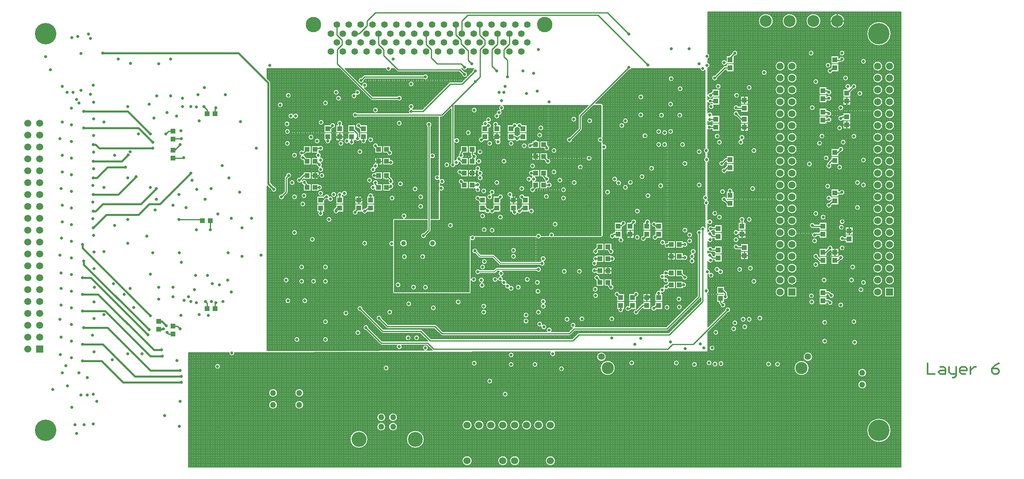
<source format=gbl>
%FSLAX24Y24*%
%MOIN*%
G70*
G01*
G75*
G04 Layer_Physical_Order=6*
%ADD10C,0.0080*%
%ADD11R,0.0157X0.0846*%
%ADD12R,0.0157X0.0846*%
%ADD13R,0.0945X0.1024*%
%ADD14R,0.0650X0.0085*%
%ADD15R,0.0846X0.0157*%
%ADD16R,0.0394X0.0433*%
%ADD17R,0.0118X0.0610*%
%ADD18R,0.0846X0.0157*%
%ADD19R,0.0610X0.0118*%
%ADD20R,0.0600X0.0150*%
%ADD21O,0.0600X0.0150*%
%ADD22R,0.0236X0.0866*%
%ADD23R,0.0433X0.0394*%
%ADD24R,0.0866X0.0787*%
%ADD25R,0.0787X0.0866*%
%ADD26R,0.0157X0.0630*%
%ADD27R,0.0630X0.0157*%
%ADD28R,0.0709X0.0630*%
%ADD29R,0.0709X0.0709*%
%ADD30R,0.0512X0.0591*%
%ADD31R,0.0591X0.0512*%
%ADD32R,0.0807X0.0236*%
%ADD33R,0.1024X0.0945*%
%ADD34R,0.1000X0.1400*%
%ADD35R,0.0300X0.0600*%
%ADD36R,0.1417X0.0315*%
%ADD37R,0.1240X0.1360*%
%ADD38R,0.0173X0.0787*%
%ADD39R,0.0173X0.0787*%
%ADD40R,0.0984X0.2362*%
%ADD41O,0.0394X0.0170*%
%ADD42R,0.0394X0.0170*%
%ADD43R,0.0394X0.0236*%
%ADD44R,0.0177X0.0807*%
%ADD45R,0.0177X0.0807*%
%ADD46C,0.0100*%
%ADD47C,0.0160*%
%ADD48C,0.0070*%
%ADD49C,0.0110*%
%ADD50C,0.0200*%
%ADD51C,0.0120*%
%ADD52C,0.0300*%
%ADD53C,0.0400*%
%ADD54C,0.0500*%
%ADD55C,0.1260*%
%ADD56C,0.1000*%
%ADD57C,0.1800*%
%ADD58C,0.0600*%
%ADD59R,0.0591X0.0591*%
%ADD60C,0.0591*%
%ADD61C,0.1300*%
%ADD62C,0.0550*%
%ADD63C,0.1024*%
%ADD64C,0.0551*%
%ADD65C,0.0250*%
D10*
X68435Y59800D02*
G03*
X68435Y59800I-235J0D01*
G01*
X67287Y60313D02*
G03*
X67240Y60200I113J-113D01*
G01*
X67287Y60313D02*
G03*
X67240Y60200I113J-113D01*
G01*
X67100Y59935D02*
G03*
X67100Y59935I-235J0D01*
G01*
X64335Y59200D02*
G03*
X64335Y59200I-235J0D01*
G01*
X69157Y58428D02*
G03*
X69157Y57972I-57J-228D01*
G01*
X67513Y58987D02*
G03*
X67560Y59100I-113J113D01*
G01*
X67513Y58987D02*
G03*
X67560Y59100I-113J113D01*
G01*
X66509Y58435D02*
G03*
X66735Y58200I-9J-235D01*
G01*
X65435Y57300D02*
G03*
X65435Y57300I-235J0D01*
G01*
X68384Y56649D02*
G03*
X68384Y56649I-235J0D01*
G01*
X67644Y55909D02*
G03*
X67644Y55909I-235J0D01*
G01*
X64835Y57500D02*
G03*
X64726Y57698I-235J0D01*
G01*
X64365Y57493D02*
G03*
X64835Y57500I235J7D01*
G01*
X64926Y56391D02*
G03*
X64682Y56625I-235J0D01*
G01*
X64456Y56399D02*
G03*
X64926Y56391I235J-9D01*
G01*
X62527Y59461D02*
G03*
X62100Y59523I-227J-61D01*
G01*
Y59277D02*
G03*
X62293Y59165I200J123D01*
G01*
X61907D02*
G03*
X62100Y59277I-7J235D01*
G01*
X64235Y58600D02*
G03*
X64235Y58600I-235J0D01*
G01*
X61035Y60900D02*
G03*
X60909Y61108I-235J0D01*
G01*
X60765Y60668D02*
G03*
X61035Y60900I35J232D01*
G01*
X62100Y59523D02*
G03*
X61673Y59461I-200J-123D01*
G01*
X60835Y60500D02*
G03*
X60765Y60668I-235J0D01*
G01*
X60625Y60266D02*
G03*
X60835Y60500I-25J234D01*
G01*
X60691Y61108D02*
G03*
X60635Y60732I109J-208D01*
G01*
G03*
X60375Y60434I-35J-232D01*
G01*
X60635Y60200D02*
G03*
X60625Y60266I-235J0D01*
G01*
X60375Y60434D02*
G03*
X60635Y60200I25J-234D01*
G01*
X60532Y59461D02*
G03*
X60535Y59500I-232J39D01*
G01*
G03*
X60093Y59388I-235J0D01*
G01*
X63808Y58107D02*
G03*
X63523Y58107I-143J-72D01*
G01*
X63300Y57960D02*
G03*
X63214Y57935I0J-160D01*
G01*
X63300Y57960D02*
G03*
X63214Y57935I0J-160D01*
G01*
G03*
X63339Y57510I-14J-235D01*
G01*
X63635Y56000D02*
G03*
X63635Y56000I-235J0D01*
G01*
X62265Y58625D02*
G03*
X62152Y58579I0J-160D01*
G01*
X62265Y58625D02*
G03*
X62152Y58578I0J-160D01*
G01*
X62048D02*
G03*
X61935Y58625I-113J-113D01*
G01*
X62048Y58579D02*
G03*
X61935Y58625I-113J-113D01*
G01*
X62935Y57700D02*
G03*
X62935Y57700I-235J0D01*
G01*
X61907Y58166D02*
G03*
X62293Y58166I193J134D01*
G01*
X61835Y57900D02*
G03*
X61835Y57900I-235J0D01*
G01*
X60735Y58013D02*
G03*
X60698Y58139I-235J0D01*
G01*
X60302D02*
G03*
X60735Y58013I198J-126D01*
G01*
X61235Y56400D02*
G03*
X61235Y56400I-235J0D01*
G01*
X67135Y54600D02*
G03*
X67135Y54600I-235J0D01*
G01*
X65435Y55500D02*
G03*
X65435Y55500I-235J0D01*
G01*
X64835Y54900D02*
G03*
X64661Y55127I-235J0D01*
G01*
X64192Y55093D02*
G03*
X64222Y55052I143J72D01*
G01*
X64192Y55093D02*
G03*
X64222Y55052I143J72D01*
G01*
X65935Y54800D02*
G03*
X65935Y54800I-235J0D01*
G01*
X64661Y54673D02*
G03*
X64835Y54900I-61J227D01*
G01*
X65035Y54400D02*
G03*
X64661Y54590I-235J0D01*
G01*
X64365Y54909D02*
G03*
X64466Y54707I235J-9D01*
G01*
X66235Y54000D02*
G03*
X66235Y54000I-235J0D01*
G01*
Y53300D02*
G03*
X66235Y53300I-235J0D01*
G01*
X65535Y51100D02*
G03*
X65535Y51100I-235J0D01*
G01*
X65228Y50142D02*
G03*
X65235Y50200I-228J58D01*
G01*
G03*
X64772Y50142I-235J0D01*
G01*
X64661Y54210D02*
G03*
X65035Y54400I139J190D01*
G01*
X64797Y53438D02*
G03*
X64797Y53438I-235J0D01*
G01*
X64131Y50142D02*
G03*
X63669Y50142I-231J-42D01*
G01*
X63735Y54900D02*
G03*
X63634Y55093I-235J0D01*
G01*
X63339Y55632D02*
G03*
X63339Y55168I-39J-232D01*
G01*
X63366Y55093D02*
G03*
X63300Y55023I134J-193D01*
G01*
X63634Y54707D02*
G03*
X63735Y54900I-134J193D01*
G01*
X63300Y54777D02*
G03*
X63366Y54707I200J123D01*
G01*
X63300Y55023D02*
G03*
X63300Y54777I-200J-123D01*
G01*
X63339Y54227D02*
G03*
X63635Y54000I61J-227D01*
G01*
X62735Y54100D02*
G03*
X62735Y54100I-235J0D01*
G01*
X62727Y53461D02*
G03*
X62493Y53165I-227J-61D01*
G01*
X60635Y54600D02*
G03*
X60635Y54600I-235J0D01*
G01*
X61690Y53461D02*
G03*
X61735Y53600I-190J139D01*
G01*
G03*
X61493Y53365I-235J0D01*
G01*
X60935Y53400D02*
G03*
X60473Y53461I-235J0D01*
G01*
X63535Y52200D02*
G03*
X63107Y52334I-235J0D01*
G01*
X62493Y52608D02*
G03*
X62452Y52579I72J-143D01*
G01*
X62493Y52608D02*
G03*
X62452Y52578I72J-143D01*
G01*
X62309Y52435D02*
G03*
X62107Y52334I-9J-235D01*
G01*
X63073Y52139D02*
G03*
X63535Y52200I227J61D01*
G01*
X62127Y52041D02*
G03*
X62527Y52139I173J159D01*
G01*
X61702Y51974D02*
G03*
X62127Y52041I198J126D01*
G01*
X60707Y53165D02*
G03*
X60935Y53400I-7J235D01*
G01*
X61640Y52100D02*
G03*
X61702Y51974I160J0D01*
G01*
X60935Y51700D02*
G03*
X60935Y51700I-235J0D01*
G01*
X59935Y59900D02*
G03*
X59487Y59802I-235J0D01*
G01*
X59639Y59673D02*
G03*
X59935Y59900I61J227D01*
G01*
Y59400D02*
G03*
X59654Y59630I-235J0D01*
G01*
G03*
X59639Y59673I-228J-56D01*
G01*
X59487Y59802D02*
G03*
X59219Y59461I-61J-227D01*
G01*
X60035Y57900D02*
G03*
X60035Y57900I-235J0D01*
G01*
X59707Y59165D02*
G03*
X59935Y59400I-7J235D01*
G01*
X58735Y60700D02*
G03*
X58735Y60700I-235J0D01*
G01*
X59093Y58435D02*
G03*
X59327Y58139I7J-235D01*
G01*
X59213Y57178D02*
G03*
X59213Y57178I-235J0D01*
G01*
X59115Y55205D02*
G03*
X59229Y55406I-121J201D01*
G01*
G03*
X58972Y55640I-235J0D01*
G01*
G03*
X59035Y55800I-172J160D01*
G01*
X58821Y55566D02*
G03*
X58879Y55201I172J-160D01*
G01*
X59235Y55000D02*
G03*
X59115Y55205I-235J0D01*
G01*
X58879Y55201D02*
G03*
X59235Y55000I121J-201D01*
G01*
X59126Y56391D02*
G03*
X58661Y56442I-235J0D01*
G01*
Y56339D02*
G03*
X59126Y56391I229J51D01*
G01*
X58661Y56629D02*
G03*
X58735Y56800I-161J171D01*
G01*
G03*
X58495Y57035I-235J0D01*
G01*
X58661Y55610D02*
G03*
X58821Y55566I139J190D01*
G01*
X59035Y55800D02*
G03*
X58584Y55707I-235J0D01*
G01*
X58235Y58800D02*
G03*
X58235Y58800I-235J0D01*
G01*
X57270Y58135D02*
G03*
X56860Y58292I-235J0D01*
G01*
Y57977D02*
G03*
X57270Y58135I175J157D01*
G01*
X57287Y57248D02*
G03*
X57240Y57135I113J-113D01*
G01*
X57287Y57248D02*
G03*
X57240Y57135I113J-113D01*
G01*
X55800Y60140D02*
G03*
X55913Y60187I0J160D01*
G01*
X55800Y60140D02*
G03*
X55913Y60187I0J160D01*
G01*
X58175Y56965D02*
G03*
X58222Y56852I160J0D01*
G01*
X58175Y56965D02*
G03*
X58222Y56852I160J0D01*
G01*
X58222Y56748D02*
G03*
X58192Y56707I113J-113D01*
G01*
X58222Y56748D02*
G03*
X58192Y56707I113J-113D01*
G01*
X57635Y56900D02*
G03*
X57562Y57070I-235J0D01*
G01*
X57534Y56707D02*
G03*
X57635Y56900I-134J193D01*
G01*
X57240Y57072D02*
G03*
X57179Y56820I160J-172D01*
G01*
G03*
X56984Y56534I34J-233D01*
G01*
X57235Y56300D02*
G03*
X57231Y56343I-235J0D01*
G01*
X57287Y56287D02*
G03*
X57339Y56252I113J113D01*
G01*
X57287Y56287D02*
G03*
X57339Y56252I113J113D01*
G01*
X56984Y56534D02*
G03*
X56860Y56489I16J-234D01*
G01*
X56934Y56075D02*
G03*
X57235Y56300I66J225D01*
G01*
X57412Y55707D02*
G03*
X57314Y55265I-112J-207D01*
G01*
X56540Y56272D02*
G03*
X56934Y56075I160J-172D01*
G01*
X56435Y56100D02*
G03*
X56435Y56100I-235J0D01*
G01*
X56035Y54700D02*
G03*
X55646Y54878I-235J0D01*
G01*
X60235Y53800D02*
G03*
X59835Y53632I-235J0D01*
G01*
X59965Y53568D02*
G03*
X60235Y53800I35J232D01*
G01*
X59535Y53900D02*
G03*
X59535Y53900I-235J0D01*
G01*
X60035Y53400D02*
G03*
X59965Y53568I-235J0D01*
G01*
X59835Y53632D02*
G03*
X60035Y53400I-35J-232D01*
G01*
X59803Y52072D02*
G03*
X60227Y52139I197J128D01*
G01*
X60009Y52435D02*
G03*
X59819Y52350I-9J-235D01*
G01*
G03*
X59613Y52457I-197J-128D01*
G01*
X59402Y52139D02*
G03*
X59803Y52072I220J83D01*
G01*
X59013Y54422D02*
G03*
X58661Y54626I-235J0D01*
G01*
X58892Y54216D02*
G03*
X59013Y54422I-114J206D01*
G01*
X59035Y54000D02*
G03*
X58892Y54216I-235J0D01*
G01*
X58584Y54093D02*
G03*
X59035Y54000I216J-93D01*
G01*
X58971Y53461D02*
G03*
X58809Y53065I-171J-161D01*
G01*
X58852Y53022D02*
G03*
X58893Y52992I113J113D01*
G01*
X58852Y53021D02*
G03*
X58893Y52992I113J113D01*
G01*
X59435Y51800D02*
G03*
X59435Y51800I-235J0D01*
G01*
X60235Y50600D02*
G03*
X60235Y50600I-235J0D01*
G01*
X59570Y50635D02*
G03*
X59570Y50635I-235J0D01*
G01*
X58488Y50142D02*
G03*
X58214Y50142I-137J-191D01*
G01*
X57635Y54707D02*
G03*
X57339Y54473I-235J-7D01*
G01*
X56735Y51000D02*
G03*
X56735Y51000I-235J0D01*
G01*
X55646Y54522D02*
G03*
X56035Y54700I154J178D01*
G01*
X55970Y54135D02*
G03*
X55646Y54352I-235J0D01*
G01*
Y53917D02*
G03*
X55970Y54135I88J218D01*
G01*
X54813Y50487D02*
G03*
X54860Y50600I-113J113D01*
G01*
X54813Y50487D02*
G03*
X54860Y50600I-113J113D01*
G01*
X54243Y50369D02*
G03*
X54470Y50135I-9J-235D01*
G01*
X55310Y49500D02*
G03*
X55310Y49500I-310J0D01*
G01*
X54404Y48369D02*
G03*
X54404Y48369I-235J0D01*
G01*
X54635Y45800D02*
G03*
X54635Y45800I-235J0D01*
G01*
X53635D02*
G03*
X53635Y45800I-235J0D01*
G01*
X52870Y49500D02*
G03*
X52870Y49500I-310J0D01*
G01*
X52867Y48369D02*
G03*
X52867Y48369I-235J0D01*
G01*
X52335Y46000D02*
G03*
X52335Y46000I-235J0D01*
G01*
X77465Y64200D02*
G03*
X77900Y64077I235J0D01*
G01*
X76035Y62500D02*
G03*
X76035Y62500I-235J0D01*
G01*
X76003Y60269D02*
G03*
X76003Y60269I-235J0D01*
G01*
X75275Y63340D02*
G03*
X75275Y63340I-235J0D01*
G01*
X75235Y61200D02*
G03*
X75235Y61200I-235J0D01*
G01*
Y58900D02*
G03*
X75235Y58900I-235J0D01*
G01*
X77900Y57513D02*
G03*
X77900Y57087I100J-213D01*
G01*
Y56725D02*
G03*
X77900Y56331I128J-197D01*
G01*
X77635Y57200D02*
G03*
X77635Y57200I-235J0D01*
G01*
X76235Y57800D02*
G03*
X76235Y57800I-235J0D01*
G01*
X76435Y56200D02*
G03*
X76435Y56200I-235J0D01*
G01*
X72735Y61800D02*
G03*
X72735Y61800I-235J0D01*
G01*
X74467Y60269D02*
G03*
X74467Y60269I-235J0D01*
G01*
X72735Y60300D02*
G03*
X72735Y60300I-235J0D01*
G01*
X74735Y58800D02*
G03*
X74735Y58800I-235J0D01*
G01*
Y57800D02*
G03*
X74735Y57800I-235J0D01*
G01*
X74235Y58900D02*
G03*
X74235Y58900I-235J0D01*
G01*
Y57800D02*
G03*
X74235Y57800I-235J0D01*
G01*
X73075Y58540D02*
G03*
X73075Y58540I-235J0D01*
G01*
X73635Y55800D02*
G03*
X73635Y55800I-235J0D01*
G01*
X77900Y53561D02*
G03*
X77875Y53099I28J-233D01*
G01*
G03*
X77900Y52687I125J-199D01*
G01*
X77635Y54400D02*
G03*
X77635Y54400I-235J0D01*
G01*
X77900Y50823D02*
G03*
X77478Y50622I-200J-123D01*
G01*
G03*
X77240Y50228I-78J-222D01*
G01*
X76435Y50600D02*
G03*
X76435Y50600I-235J0D01*
G01*
X76835Y50200D02*
G03*
X76835Y50200I-235J0D01*
G01*
X77135Y48800D02*
G03*
X76741Y48627I-235J0D01*
G01*
X76959Y48573D02*
G03*
X77135Y48800I-59J227D01*
G01*
X77035Y48400D02*
G03*
X76959Y48573I-235J0D01*
G01*
X76835Y49700D02*
G03*
X76835Y49700I-235J0D01*
G01*
X76435Y49400D02*
G03*
X76061Y49590I-235J0D01*
G01*
X76741Y48627D02*
G03*
X76677Y48200I59J-227D01*
G01*
X76061Y49210D02*
G03*
X76435Y49400I139J190D01*
G01*
X76923Y48200D02*
G03*
X77035Y48400I-123J200D01*
G01*
Y48000D02*
G03*
X76923Y48200I-235J0D01*
G01*
X76435Y48300D02*
G03*
X76061Y48490I-235J0D01*
G01*
X76677Y48200D02*
G03*
X77035Y48000I123J-200D01*
G01*
X76061Y48110D02*
G03*
X76435Y48300I139J190D01*
G01*
X74549Y49480D02*
G03*
X74566Y49569I-218J88D01*
G01*
X74714Y49535D02*
G03*
X74549Y49480I-14J-235D01*
G01*
X74482Y49388D02*
G03*
X74812Y49093I218J-88D01*
G01*
X74400Y54335D02*
G03*
X74400Y54335I-235J0D01*
G01*
X73335Y53500D02*
G03*
X73335Y53500I-235J0D01*
G01*
X72835Y55100D02*
G03*
X72835Y55100I-235J0D01*
G01*
X73290Y51261D02*
G03*
X73293Y51300I-232J39D01*
G01*
G03*
X72823Y51312I-235J0D01*
G01*
G03*
X72811Y51261I177J-70D01*
G01*
X72823Y51312D02*
G03*
X72811Y51261I177J-70D01*
G01*
X73652Y50822D02*
G03*
X73693Y50792I113J113D01*
G01*
X73652Y50821D02*
G03*
X73693Y50792I113J113D01*
G01*
X74566Y49569D02*
G03*
X74482Y49388I-235J0D01*
G01*
X73693Y50235D02*
G03*
X73927Y49939I7J-235D01*
G01*
X73771Y51261D02*
G03*
X73609Y50865I-171J-161D01*
G01*
X72693Y50135D02*
G03*
X72935Y49900I7J-235D01*
G01*
X71491Y64065D02*
G03*
X71713Y64200I9J235D01*
G01*
X71848Y54613D02*
G03*
X71848Y54613I-235J0D01*
G01*
X72435Y52200D02*
G03*
X72435Y52200I-235J0D01*
G01*
X71435Y59800D02*
G03*
X71435Y59800I-235J0D01*
G01*
Y54200D02*
G03*
X71435Y54200I-235J0D01*
G01*
X71135Y59400D02*
G03*
X71135Y59400I-235J0D01*
G01*
X70863Y54572D02*
G03*
X70490Y54762I-235J0D01*
G01*
G03*
X70535Y54900I-190J138D01*
G01*
G03*
X70438Y54710I-235J0D01*
G01*
G03*
X70863Y54572I190J-138D01*
G01*
X69935Y53800D02*
G03*
X69935Y53800I-235J0D01*
G01*
X72135Y51300D02*
G03*
X71665Y51291I-235J0D01*
G01*
X71907Y51065D02*
G03*
X72135Y51300I-7J235D01*
G01*
X72435Y50000D02*
G03*
X72435Y50000I-235J0D01*
G01*
X71257Y51178D02*
G03*
X70802Y51261I-235J0D01*
G01*
X71013Y50943D02*
G03*
X71257Y51178I9J235D01*
G01*
X70907Y50853D02*
G03*
X70957Y50887I-63J147D01*
G01*
X70907Y50853D02*
G03*
X70957Y50887I-63J147D01*
G01*
X70265Y50425D02*
G03*
X70152Y50378I0J-160D01*
G01*
X70265Y50425D02*
G03*
X70152Y50378I0J-160D01*
G01*
X70109Y50335D02*
G03*
X70293Y49966I-9J-235D01*
G01*
X71060Y49775D02*
G03*
X70907Y49995I-235J0D01*
G01*
X58477Y64200D02*
G03*
X58365Y63991I123J-200D01*
G01*
X69307Y61108D02*
G03*
X69157Y61258I-150J0D01*
G01*
X69307Y61108D02*
G03*
X69157Y61258I-150J0D01*
G01*
X57487Y64200D02*
G03*
X57913Y64200I213J100D01*
G01*
X57935Y63700D02*
G03*
X57691Y63935I-235J0D01*
G01*
X57465Y63709D02*
G03*
X57935Y63700I235J-9D01*
G01*
X56500Y63060D02*
G03*
X56387Y63013I0J-160D01*
G01*
X56500Y63060D02*
G03*
X56387Y63013I0J-160D01*
G01*
X69335Y58200D02*
G03*
X69283Y58347I-235J0D01*
G01*
Y58053D02*
G03*
X69335Y58200I-183J147D01*
G01*
X69283Y58347D02*
G03*
X69307Y58428I-126J81D01*
G01*
X69283Y58347D02*
G03*
X69307Y58428I-126J81D01*
G01*
Y57972D02*
G03*
X69283Y58053I-150J0D01*
G01*
X69635Y57600D02*
G03*
X69307Y57816I-235J0D01*
G01*
Y57972D02*
G03*
X69283Y58053I-150J0D01*
G01*
X69307Y57384D02*
G03*
X69635Y57600I93J216D01*
G01*
X69157Y49992D02*
G03*
X69307Y50142I0J150D01*
G01*
X69157Y49992D02*
G03*
X69307Y50142I0J150D01*
G01*
X65146Y50016D02*
G03*
X65228Y49992I81J126D01*
G01*
X65146Y50016D02*
G03*
X65228Y49992I81J126D01*
G01*
X64772D02*
G03*
X64854Y50016I0J150D01*
G01*
G03*
X65146Y50016I146J184D01*
G01*
X64772Y49992D02*
G03*
X64854Y50016I0J150D01*
G01*
X70657Y49939D02*
G03*
X71060Y49775I168J-164D01*
G01*
X70235Y48800D02*
G03*
X70061Y49027I-235J0D01*
G01*
X69765Y48809D02*
G03*
X70235Y48800I235J-9D01*
G01*
X70335Y48200D02*
G03*
X70061Y48432I-235J0D01*
G01*
Y47968D02*
G03*
X70335Y48200I39J232D01*
G01*
X68574Y48998D02*
G03*
X68935Y48800I126J-198D01*
G01*
X63690Y49994D02*
G03*
X64110Y49994I210J106D01*
G01*
X68935Y48800D02*
G03*
X68917Y48891I-235J0D01*
G01*
X68739Y48432D02*
G03*
X68544Y48024I-39J-232D01*
G01*
X64359Y47973D02*
G03*
X64535Y48200I-59J227D01*
G01*
G03*
X64141Y48027I-235J0D01*
G01*
G03*
X64019Y47950I59J-227D01*
G01*
X68544Y48024D02*
G03*
X68838Y47797I59J-227D01*
G01*
X64435Y47800D02*
G03*
X64359Y47973I-235J0D01*
G01*
X68838Y47797D02*
G03*
X68818Y47893I-235J0D01*
G01*
X64019Y47650D02*
G03*
X64435Y47800I181J150D01*
G01*
X62035Y48900D02*
G03*
X62035Y48900I-235J0D01*
G01*
X58586Y49951D02*
G03*
X58583Y49992I-235J0D01*
G01*
X58226Y49752D02*
G03*
X58586Y49951I125J199D01*
G01*
X60206Y48506D02*
G03*
X60100Y48550I-106J-106D01*
G01*
X60206Y48506D02*
G03*
X60100Y48550I-106J-106D01*
G01*
X58894Y48294D02*
G03*
X59000Y48250I106J106D01*
G01*
X58894Y48294D02*
G03*
X59000Y48250I106J106D01*
G01*
X58786Y48849D02*
G03*
X58573Y48615I-235J0D01*
G01*
X62035Y48400D02*
G03*
X62035Y48400I-235J0D01*
G01*
X60594Y47694D02*
G03*
X60700Y47650I106J106D01*
G01*
X59585Y47950D02*
G03*
X59585Y47950I-235J0D01*
G01*
X60594Y47694D02*
G03*
X60700Y47650I106J106D01*
G01*
X60400Y47450D02*
G03*
X60294Y47406I0J-150D01*
G01*
X60400Y47450D02*
G03*
X60294Y47406I0J-150D01*
G01*
X76419Y46616D02*
G03*
X76176Y46851I-235J0D01*
G01*
X75949Y46624D02*
G03*
X76419Y46616I235J-9D01*
G01*
X74521Y46778D02*
G03*
X74739Y46810I78J222D01*
G01*
Y47190D02*
G03*
X74378Y46922I-139J-190D01*
G01*
X74816Y46307D02*
G03*
X74835Y46400I-216J93D01*
G01*
X74535Y46700D02*
G03*
X74521Y46778I-235J0D01*
G01*
Y46621D02*
G03*
X74535Y46700I-222J78D01*
G01*
X74835Y46400D02*
G03*
X74521Y46621I-235J0D01*
G01*
X74378Y46479D02*
G03*
X74739Y46210I222J-78D01*
G01*
Y46148D02*
G03*
X74687Y46113I61J-148D01*
G01*
X76335Y46000D02*
G03*
X76061Y46232I-235J0D01*
G01*
Y45768D02*
G03*
X76335Y46000I39J232D01*
G01*
X77513Y44887D02*
G03*
X77540Y44923I-113J113D01*
G01*
X77513Y44887D02*
G03*
X77540Y44923I-113J113D01*
G01*
X74739Y46148D02*
G03*
X74687Y46113I61J-148D01*
G01*
X74637Y46063D02*
G03*
X74399Y45776I-9J-235D01*
G01*
X74529Y45615D02*
G03*
X74821Y45693I99J213D01*
G01*
X75935Y44800D02*
G03*
X75935Y44800I-235J0D01*
G01*
X74535Y45563D02*
G03*
X74529Y45615I-235J0D01*
G01*
X74232Y45338D02*
G03*
X74535Y45563I68J225D01*
G01*
X74235Y45300D02*
G03*
X74232Y45338I-235J0D01*
G01*
X74232Y45261D02*
G03*
X74235Y45300I-232J39D01*
G01*
X74378Y46922D02*
G03*
X74378Y46479I-78J-222D01*
G01*
X74399Y45776D02*
G03*
X74068Y45525I-99J-213D01*
G01*
G03*
X73768Y45261I-68J-225D01*
G01*
X70235Y45800D02*
G03*
X70061Y46027I-235J0D01*
G01*
X69765Y45809D02*
G03*
X70235Y45800I235J-9D01*
G01*
X69035Y46600D02*
G03*
X68739Y46373I-235J0D01*
G01*
X72335Y45200D02*
G03*
X71873Y45261I-235J0D01*
G01*
X72107Y44965D02*
G03*
X72335Y45200I-7J235D01*
G01*
X70727Y45261D02*
G03*
X70493Y44965I-227J-61D01*
G01*
X75966Y44131D02*
G03*
X75966Y44131I-235J0D01*
G01*
X74935Y44100D02*
G03*
X74935Y44100I-235J0D01*
G01*
X73590Y44254D02*
G03*
X73802Y43939I-9J-235D01*
G01*
X74700Y42140D02*
G03*
X74813Y42187I0J160D01*
G01*
X74700Y42140D02*
G03*
X74813Y42187I0J160D01*
G01*
X72665Y44425D02*
G03*
X72552Y44378I0J-160D01*
G01*
X72665Y44425D02*
G03*
X72552Y44378I0J-160D01*
G01*
X72109Y43935D02*
G03*
X72335Y43700I-9J-235D01*
G01*
X71493Y44216D02*
G03*
X71577Y43846I-93J-216D01*
G01*
X71035Y43900D02*
G03*
X71032Y43939I-235J0D01*
G01*
X71577Y43846D02*
G03*
X71648Y43887I-43J154D01*
G01*
X71577Y43846D02*
G03*
X71648Y43887I-43J154D01*
G01*
X70568Y43939D02*
G03*
X71035Y43900I232J-39D01*
G01*
X70295Y43140D02*
G03*
X70295Y43140I-235J0D01*
G01*
X68739Y47390D02*
G03*
X68739Y47010I-139J-190D01*
G01*
X67570Y47135D02*
G03*
X67570Y47135I-235J0D01*
G01*
X66300D02*
G03*
X66300Y47135I-235J0D01*
G01*
X64135Y47300D02*
G03*
X63719Y47450I-235J0D01*
G01*
Y47150D02*
G03*
X64135Y47300I181J150D01*
G01*
X64035Y46200D02*
G03*
X64035Y46200I-235J0D01*
G01*
X63185Y46450D02*
G03*
X63185Y46450I-235J0D01*
G01*
X62435Y45800D02*
G03*
X62435Y45800I-235J0D01*
G01*
X68903Y45631D02*
G03*
X68903Y45631I-235J0D01*
G01*
X64085Y45450D02*
G03*
X64085Y45450I-235J0D01*
G01*
X60985Y46950D02*
G03*
X60873Y47150I-235J0D01*
G01*
X60627D02*
G03*
X60662Y46732I123J-200D01*
G01*
X60200Y46950D02*
G03*
X60306Y46994I0J150D01*
G01*
X60200Y46950D02*
G03*
X60306Y46994I0J150D01*
G01*
X60788Y46718D02*
G03*
X60985Y46950I-38J232D01*
G01*
X60935Y46500D02*
G03*
X60788Y46718I-235J0D01*
G01*
X60922Y46421D02*
G03*
X60935Y46500I-222J78D01*
G01*
X60662Y46732D02*
G03*
X60468Y46538I38J-232D01*
G01*
X59435Y47500D02*
G03*
X59435Y47500I-235J0D01*
G01*
X58981Y47250D02*
G03*
X58981Y46950I-181J-150D01*
G01*
X58684Y46449D02*
G03*
X58226Y46525I-235J0D01*
G01*
X61235Y46200D02*
G03*
X60922Y46421I-235J0D01*
G01*
X61534Y45925D02*
G03*
X61221Y46122I-234J-25D01*
G01*
X60778Y46279D02*
G03*
X61079Y45978I222J-78D01*
G01*
X61221Y46122D02*
G03*
X61235Y46200I-222J78D01*
G01*
X60482Y46412D02*
G03*
X60778Y46279I218J88D01*
G01*
X60468Y46538D02*
G03*
X60482Y46412I-218J-88D01*
G01*
X61835Y45700D02*
G03*
X61534Y45925I-235J0D01*
G01*
X61366Y45675D02*
G03*
X61835Y45700I234J25D01*
G01*
X61079Y45978D02*
G03*
X61366Y45675I222J-78D01*
G01*
X59188Y46182D02*
G03*
X59335Y46400I-88J218D01*
G01*
G03*
X59062Y46168I-235J0D01*
G01*
X58226Y46373D02*
G03*
X58684Y46449I222J76D01*
G01*
X59385Y45950D02*
G03*
X59188Y46182I-235J0D01*
G01*
X59062Y46168D02*
G03*
X59385Y45950I88J-218D01*
G01*
X68935Y45100D02*
G03*
X68935Y45100I-235J0D01*
G01*
X67775Y43140D02*
G03*
X67775Y43140I-235J0D01*
G01*
X66535Y43100D02*
G03*
X66535Y43100I-235J0D01*
G01*
X66989Y42460D02*
G03*
X67035Y42600I-189J140D01*
G01*
G03*
X66745Y42371I-235J0D01*
G01*
X64423Y44400D02*
G03*
X64535Y44600I-123J200D01*
G01*
Y44200D02*
G03*
X64423Y44400I-235J0D01*
G01*
X64535Y44600D02*
G03*
X64177Y44400I-235J0D01*
G01*
G03*
X64535Y44200I123J-200D01*
G01*
X64135Y43700D02*
G03*
X64135Y43700I-235J0D01*
G01*
X64989Y42060D02*
G03*
X65035Y42200I-189J140D01*
G01*
G03*
X64611Y42060I-235J0D01*
G01*
X64230Y42652D02*
G03*
X64235Y42700I-230J48D01*
G01*
X64585Y42450D02*
G03*
X64230Y42652I-235J0D01*
G01*
X64120Y42498D02*
G03*
X64585Y42450I230J-48D01*
G01*
X64235Y42700D02*
G03*
X64120Y42498I-235J0D01*
G01*
X67300Y41960D02*
G03*
X67187Y41913I0J-160D01*
G01*
X67300Y41960D02*
G03*
X67187Y41913I0J-160D01*
G01*
X66500Y41740D02*
G03*
X66613Y41787I0J160D01*
G01*
X66500Y41740D02*
G03*
X66613Y41787I0J160D01*
G01*
X59535Y44200D02*
G03*
X59535Y44200I-235J0D01*
G01*
Y43700D02*
G03*
X59535Y43700I-235J0D01*
G01*
X63085Y43450D02*
G03*
X63085Y43450I-235J0D01*
G01*
Y42950D02*
G03*
X63085Y42950I-235J0D01*
G01*
X58076Y45250D02*
G03*
X58226Y45400I0J150D01*
G01*
X58076Y45250D02*
G03*
X58226Y45400I0J150D01*
G01*
X57384Y44551D02*
G03*
X57384Y44551I-235J0D01*
G01*
X54635Y63500D02*
G03*
X54228Y63660I-235J0D01*
G01*
Y63340D02*
G03*
X54635Y63500I172J160D01*
G01*
X53435Y62900D02*
G03*
X53435Y62900I-235J0D01*
G01*
X51987Y63987D02*
G03*
X52100Y63940I113J113D01*
G01*
X51987Y63987D02*
G03*
X52100Y63940I113J113D01*
G01*
X52435Y61700D02*
G03*
X52028Y61860I-235J0D01*
G01*
Y61540D02*
G03*
X52435Y61700I172J160D01*
G01*
X53323Y60800D02*
G03*
X53435Y61000I-123J200D01*
G01*
G03*
X53077Y60800I-235J0D01*
G01*
X53372Y60760D02*
G03*
X53323Y60800I-172J-160D01*
G01*
X53077D02*
G03*
X53011Y60460I123J-200D01*
G01*
X51065Y64200D02*
G03*
X51535Y64200I235J0D01*
G01*
X49300Y63660D02*
G03*
X49187Y63613I0J-160D01*
G01*
X49300Y63660D02*
G03*
X49187Y63613I0J-160D01*
G01*
X49009Y63435D02*
G03*
X49235Y63200I-9J-235D01*
G01*
X49535Y62800D02*
G03*
X49069Y62757I-235J0D01*
G01*
X49257Y62569D02*
G03*
X49535Y62800I43J231D01*
G01*
X50435Y60700D02*
G03*
X50435Y60700I-235J0D01*
G01*
X49787Y61587D02*
G03*
X49900Y61540I113J113D01*
G01*
X49787Y61587D02*
G03*
X49900Y61540I113J113D01*
G01*
X55235Y56850D02*
G03*
X54860Y57039I-235J0D01*
G01*
Y59328D02*
G03*
X54935Y59500I-160J172D01*
G01*
X52435Y59600D02*
G03*
X52435Y59600I-235J0D01*
G01*
X54935Y59500D02*
G03*
X54540Y59328I-235J0D01*
G01*
X51635Y57100D02*
G03*
X51461Y57327I-235J0D01*
G01*
X51165Y57093D02*
G03*
X51635Y57100I235J7D01*
G01*
X54860Y56661D02*
G03*
X55235Y56850I140J189D01*
G01*
X51735Y56300D02*
G03*
X51461Y56532I-235J0D01*
G01*
X55496Y55221D02*
G03*
X55511Y54813I-109J-208D01*
G01*
G03*
X55570Y54749I135J65D01*
G01*
G03*
X55570Y54651I230J-49D01*
G01*
X55511Y54813D02*
G03*
X55570Y54749I135J65D01*
G01*
Y54651D02*
G03*
X55496Y54522I76J-129D01*
G01*
X55570Y54651D02*
G03*
X55496Y54522I76J-129D01*
G01*
X51654Y54877D02*
G03*
X51613Y54948I-154J-43D01*
G01*
X51654Y54877D02*
G03*
X51613Y54948I-154J-43D01*
G01*
X51388Y56093D02*
G03*
X51735Y56300I112J207D01*
G01*
Y54700D02*
G03*
X51654Y54877I-235J0D01*
G01*
X51294Y54814D02*
G03*
X51366Y54507I206J-114D01*
G01*
X50992Y54893D02*
G03*
X51252Y54856I143J72D01*
G01*
X51623Y54500D02*
G03*
X51735Y54700I-123J200D01*
G01*
X50035Y58200D02*
G03*
X50035Y58200I-235J0D01*
G01*
X50435Y57707D02*
G03*
X50139Y57473I-235J-7D01*
G01*
X49435Y58100D02*
G03*
X49432Y58139I-235J0D01*
G01*
X48968D02*
G03*
X49435Y58100I232J-39D01*
G01*
X50435Y56000D02*
G03*
X50416Y56093I-235J0D01*
G01*
X50225Y55766D02*
G03*
X50435Y56000I-25J234D01*
G01*
X50139Y56227D02*
G03*
X49975Y55934I61J-227D01*
G01*
X50235Y55700D02*
G03*
X50225Y55766I-235J0D01*
G01*
X49975Y55934D02*
G03*
X50235Y55700I25J-234D01*
G01*
X50416Y54507D02*
G03*
X50435Y54600I-216J93D01*
G01*
G03*
X50035Y54432I-235J0D01*
G01*
X50139Y55432D02*
G03*
X50139Y54968I-39J-232D01*
G01*
X49935Y54800D02*
G03*
X49935Y54800I-235J0D01*
G01*
X48935Y62200D02*
G03*
X48478Y62122I-235J0D01*
G01*
X48622Y61979D02*
G03*
X48935Y62200I78J222D01*
G01*
X48478Y62122D02*
G03*
X48635Y61900I-78J-222D01*
G01*
G03*
X48622Y61979I-235J0D01*
G01*
X47135Y62200D02*
G03*
X47135Y62200I-235J0D01*
G01*
X47335Y61700D02*
G03*
X47335Y61700I-235J0D01*
G01*
X48672Y60460D02*
G03*
X48672Y60140I-172J-160D01*
G01*
X49006Y59461D02*
G03*
X48793Y59149I-222J-77D01*
G01*
X47390Y59461D02*
G03*
X47435Y59600I-190J139D01*
G01*
G03*
X47010Y59461I-235J0D01*
G01*
X46835Y59400D02*
G03*
X46373Y59461I-235J0D01*
G01*
X46591Y59165D02*
G03*
X46835Y59400I9J235D01*
G01*
X46235Y61300D02*
G03*
X46235Y61300I-235J0D01*
G01*
X43115Y61940D02*
G03*
X43115Y61940I-235J0D01*
G01*
X42435Y61140D02*
G03*
X42435Y61140I-235J0D01*
G01*
X41390Y63000D02*
G03*
X41334Y63134I-190J0D01*
G01*
X41390Y63000D02*
G03*
X41334Y63135I-190J0D01*
G01*
X45870Y59665D02*
G03*
X45870Y59665I-235J0D01*
G01*
X43735Y60200D02*
G03*
X43300Y60323I-235J0D01*
G01*
Y60077D02*
G03*
X43735Y60200I200J123D01*
G01*
X43300Y60323D02*
G03*
X43300Y60077I-200J-123D01*
G01*
X43035Y58900D02*
G03*
X43035Y58900I-235J0D01*
G01*
X43000Y59535D02*
G03*
X43000Y59535I-235J0D01*
G01*
X48860Y58700D02*
G03*
X48813Y58813I-160J0D01*
G01*
X48860Y58700D02*
G03*
X48813Y58813I-160J0D01*
G01*
X48893Y58434D02*
G03*
X48860Y58472I-193J-134D01*
G01*
X48507Y58166D02*
G03*
X48893Y58166I193J134D01*
G01*
X48435Y58000D02*
G03*
X48390Y58139I-235J0D01*
G01*
X47893Y58316D02*
G03*
X47973Y57941I-93J-216D01*
G01*
G03*
X48435Y58000I227J59D01*
G01*
X46435Y58100D02*
G03*
X46432Y58139I-235J0D01*
G01*
X45968D02*
G03*
X46435Y58100I232J-39D01*
G01*
X45535D02*
G03*
X45535Y58100I-235J0D01*
G01*
X47535Y57900D02*
G03*
X47535Y57900I-235J0D01*
G01*
X49135Y57200D02*
G03*
X49135Y57200I-235J0D01*
G01*
X45835Y57500D02*
G03*
X45461Y57690I-235J0D01*
G01*
Y57310D02*
G03*
X45835Y57500I139J190D01*
G01*
X45635Y56900D02*
G03*
X45461Y57127I-235J0D01*
G01*
X45659Y56273D02*
G03*
X45835Y56500I-59J227D01*
G01*
X45735Y56100D02*
G03*
X45659Y56273I-235J0D01*
G01*
Y55927D02*
G03*
X45735Y56100I-159J173D01*
G01*
X45835Y55700D02*
G03*
X45659Y55927I-235J0D01*
G01*
X45565Y56732D02*
G03*
X45635Y56900I-165J168D01*
G01*
X45835Y56500D02*
G03*
X45565Y56732I-235J0D01*
G01*
X45441Y55873D02*
G03*
X45835Y55700I159J-173D01*
G01*
X45935Y55200D02*
G03*
X45935Y55200I-235J0D01*
G01*
X45266Y57093D02*
G03*
X45266Y56707I134J-193D01*
G01*
X45265Y56093D02*
G03*
X45441Y55873I235J7D01*
G01*
X45013Y58422D02*
G03*
X45013Y58422I-235J0D01*
G01*
X44172Y56940D02*
G03*
X44279Y56987I-7J160D01*
G01*
X44172Y56940D02*
G03*
X44278Y56987I-7J160D01*
G01*
X44325Y56766D02*
G03*
X44159Y56927I-225J-66D01*
G01*
X43035Y57900D02*
G03*
X43035Y57900I-235J0D01*
G01*
X44133Y57294D02*
G03*
X43941Y56873I-133J-194D01*
G01*
G03*
X44139Y56468I159J-173D01*
G01*
X43635Y56900D02*
G03*
X43635Y56900I-235J0D01*
G01*
X44139Y55348D02*
G03*
X44087Y55313I61J-148D01*
G01*
X44139Y55348D02*
G03*
X44087Y55313I61J-148D01*
G01*
X44454Y54619D02*
G03*
X44032Y54761I-235J0D01*
G01*
G03*
X44035Y54800I-232J39D01*
G01*
X43987Y54658D02*
G03*
X44139Y54398I232J-39D01*
G01*
X43809Y55035D02*
G03*
X43987Y54658I-9J-235D01*
G01*
X42901Y54975D02*
G03*
X43144Y55209I9J235D01*
G01*
G03*
X42675Y55201I-235J0D01*
G01*
X42587Y55113D02*
G03*
X42540Y55000I113J-113D01*
G01*
X42587Y55113D02*
G03*
X42540Y55000I113J-113D01*
G01*
X43435Y54600D02*
G03*
X43435Y54600I-235J0D01*
G01*
X55496Y54352D02*
G03*
X55533Y54255I150J-0D01*
G01*
G03*
X55533Y54015I202J-120D01*
G01*
G03*
X55496Y53917I114J-98D01*
G01*
X54235Y53400D02*
G03*
X54235Y53400I-235J0D01*
G01*
X53770Y54065D02*
G03*
X53770Y54065I-235J0D01*
G01*
X52535Y54500D02*
G03*
X52535Y54500I-235J0D01*
G01*
X54235Y52600D02*
G03*
X54235Y52600I-235J0D01*
G01*
X52672Y51576D02*
G03*
X52835Y51800I-72J224D01*
G01*
G03*
X52528Y51576I-235J0D01*
G01*
X53235Y44400D02*
G03*
X53235Y44400I-235J0D01*
G01*
X51735Y54300D02*
G03*
X51623Y54500I-235J0D01*
G01*
X51626Y54102D02*
G03*
X51735Y54300I-126J198D01*
G01*
X51835Y53300D02*
G03*
X51835Y53300I-235J0D01*
G01*
X51800Y51576D02*
G03*
X51650Y51426I0J-150D01*
G01*
X51800Y51576D02*
G03*
X51650Y51426I0J-150D01*
G01*
X51500Y54040D02*
G03*
X51626Y54102I0J160D01*
G01*
X51500Y54040D02*
G03*
X51626Y54102I0J160D01*
G01*
X51650Y49685D02*
G03*
X51650Y49246I-85J-219D01*
G01*
Y45400D02*
G03*
X51800Y45250I150J0D01*
G01*
X51650Y45400D02*
G03*
X51800Y45250I150J0D01*
G01*
X55313Y42613D02*
G03*
X55200Y42660I-113J-113D01*
G01*
X55295Y44060D02*
G03*
X55295Y44060I-235J0D01*
G01*
X55313Y42613D02*
G03*
X55200Y42660I-113J-113D01*
G01*
X55687Y41787D02*
G03*
X55800Y41740I113J113D01*
G01*
X55687Y41787D02*
G03*
X55800Y41740I113J113D01*
G01*
X54113Y42213D02*
G03*
X54000Y42260I-113J-113D01*
G01*
X54113Y42213D02*
G03*
X54000Y42260I-113J-113D01*
G01*
X54490Y40483D02*
G03*
X54635Y40700I-90J217D01*
G01*
G03*
X54310Y40483I-235J0D01*
G01*
X53895Y41540D02*
G03*
X53895Y41540I-235J0D01*
G01*
X53175D02*
G03*
X53175Y41540I-235J0D01*
G01*
X51635Y43700D02*
G03*
X51635Y43700I-235J0D01*
G01*
X50735Y43200D02*
G03*
X50509Y42965I-235J0D01*
G01*
X51087Y42387D02*
G03*
X51200Y42340I113J113D01*
G01*
X51087Y42387D02*
G03*
X51200Y42340I113J113D01*
G01*
X52435Y40800D02*
G03*
X52389Y40940I-235J0D01*
G01*
X52011D02*
G03*
X52435Y40800I189J-140D01*
G01*
X50687Y41987D02*
G03*
X50800Y41940I113J113D01*
G01*
X50687Y41987D02*
G03*
X50800Y41940I113J113D01*
G01*
X50587Y40987D02*
G03*
X50700Y40940I113J113D01*
G01*
X50587Y40987D02*
G03*
X50700Y40940I113J113D01*
G01*
X50035Y54432D02*
G03*
X50139Y54010I-35J-232D01*
G01*
X50032Y53461D02*
G03*
X50035Y53500I-232J39D01*
G01*
G03*
X49568Y53461I-235J0D01*
G01*
X47835Y53700D02*
G03*
X47373Y53759I-235J0D01*
G01*
X47427Y53541D02*
G03*
X47835Y53700I173J159D01*
G01*
X47373Y53759D02*
G03*
X47010Y53461I-173J-159D01*
G01*
X46935Y53600D02*
G03*
X46550Y53419I-235J0D01*
G01*
X47390Y53461D02*
G03*
X47427Y53541I-190J139D01*
G01*
X46572Y53403D02*
G03*
X46935Y53600I128J197D01*
G01*
X46657Y53222D02*
G03*
X46572Y53403I-235J0D01*
G01*
X46332Y53439D02*
G03*
X45902Y53526I-232J-39D01*
G01*
X46550Y53419D02*
G03*
X46332Y53439I-128J-197D01*
G01*
X46009Y53183D02*
G03*
X46190Y53183I91J217D01*
G01*
X49329Y52433D02*
G03*
X49107Y52334I-29J-233D01*
G01*
X46190Y53183D02*
G03*
X46657Y53222I232J39D01*
G01*
X46703Y52397D02*
G03*
X46667Y52227I113J-113D01*
G01*
X45735Y54200D02*
G03*
X45461Y54432I-235J0D01*
G01*
Y53968D02*
G03*
X45735Y54200I39J232D01*
G01*
X45835Y53700D02*
G03*
X45835Y53700I-235J0D01*
G01*
X41907Y54028D02*
G03*
X41708Y54260I-235J0D01*
G01*
X42813Y53687D02*
G03*
X42860Y53800I-113J113D01*
G01*
X42813Y53687D02*
G03*
X42860Y53800I-113J113D01*
G01*
X41440Y53992D02*
G03*
X41907Y54028I232J37D01*
G01*
X44435Y53500D02*
G03*
X44435Y53500I-235J0D01*
G01*
X44335Y52800D02*
G03*
X44335Y52800I-235J0D01*
G01*
X43635Y53400D02*
G03*
X43635Y53400I-235J0D01*
G01*
X42309Y53635D02*
G03*
X42535Y53400I-9J-235D01*
G01*
X49073Y52139D02*
G03*
X49527Y52139I227J61D01*
G01*
X49535Y49500D02*
G03*
X49535Y49500I-235J0D01*
G01*
X49135Y44000D02*
G03*
X48909Y43765I-235J0D01*
G01*
X48735Y52100D02*
G03*
X48732Y52139I-235J0D01*
G01*
X48434Y52326D02*
G03*
X48735Y52100I66J-225D01*
G01*
X46667Y52227D02*
G03*
X47127Y52139I233J-27D01*
G01*
X45835Y52000D02*
G03*
X45790Y52139I-235J0D01*
G01*
X45410D02*
G03*
X45835Y52000I190J-139D01*
G01*
X46535Y51500D02*
G03*
X46535Y51500I-235J0D01*
G01*
X47949Y43614D02*
G03*
X47949Y43614I-235J0D01*
G01*
X46235Y47500D02*
G03*
X46235Y47500I-235J0D01*
G01*
Y46300D02*
G03*
X46235Y46300I-235J0D01*
G01*
Y42900D02*
G03*
X46235Y42900I-235J0D01*
G01*
X49635Y42400D02*
G03*
X49409Y42165I-235J0D01*
G01*
X48959Y41976D02*
G03*
X48959Y41976I-235J0D01*
G01*
X46235Y41400D02*
G03*
X46235Y41400I-235J0D01*
G01*
X45135Y49820D02*
G03*
X45135Y49820I-235J0D01*
G01*
X45235Y46300D02*
G03*
X45235Y46300I-235J0D01*
G01*
X43635Y50400D02*
G03*
X43635Y50400I-235J0D01*
G01*
X44235Y47500D02*
G03*
X44235Y47500I-235J0D01*
G01*
Y46300D02*
G03*
X44235Y46300I-235J0D01*
G01*
X42935Y46400D02*
G03*
X42935Y46400I-235J0D01*
G01*
X44495Y44660D02*
G03*
X44495Y44660I-235J0D01*
G01*
X43075D02*
G03*
X43075Y44660I-235J0D01*
G01*
X43835Y41400D02*
G03*
X43835Y41400I-235J0D01*
G01*
X49551Y33000D02*
G03*
X49551Y33000I-740J0D01*
G01*
X51049Y34067D02*
G03*
X51049Y34067I-360J0D01*
G01*
X41960Y35900D02*
G03*
X41960Y35900I-360J0D01*
G01*
Y36900D02*
G03*
X41960Y36900I-360J0D01*
G01*
X44160Y35900D02*
G03*
X44160Y35900I-360J0D01*
G01*
Y36900D02*
G03*
X44160Y36900I-360J0D01*
G01*
X51049Y34854D02*
G03*
X51049Y34854I-360J0D01*
G01*
X58310Y31200D02*
G03*
X58310Y31200I-410J0D01*
G01*
X61310D02*
G03*
X61310Y31200I-410J0D01*
G01*
X54292Y33000D02*
G03*
X54292Y33000I-740J0D01*
G01*
X52034Y34067D02*
G03*
X52034Y34067I-360J0D01*
G01*
Y34854D02*
G03*
X52034Y34854I-360J0D01*
G01*
X58310Y34200D02*
G03*
X58310Y34200I-410J0D01*
G01*
X59310D02*
G03*
X59310Y34200I-410J0D01*
G01*
X60310D02*
G03*
X60310Y34200I-410J0D01*
G01*
X61310D02*
G03*
X61310Y34200I-410J0D01*
G01*
X61335Y36800D02*
G03*
X61335Y36800I-235J0D01*
G01*
X37170Y39135D02*
G03*
X37170Y39135I-235J0D01*
G01*
X37904Y40306D02*
G03*
X38370Y40265I231J-41D01*
G01*
G03*
X38367Y40306I-235J0D01*
G01*
X51335Y39000D02*
G03*
X51335Y39000I-235J0D01*
G01*
X58735Y39400D02*
G03*
X58735Y39400I-235J0D01*
G01*
X60035Y37900D02*
G03*
X60035Y37900I-235J0D01*
G01*
X62310Y31200D02*
G03*
X62310Y31200I-410J0D01*
G01*
Y34200D02*
G03*
X62310Y34200I-410J0D01*
G01*
X63310D02*
G03*
X63310Y34200I-410J0D01*
G01*
X65310Y31200D02*
G03*
X65310Y31200I-410J0D01*
G01*
X64310Y34200D02*
G03*
X64310Y34200I-410J0D01*
G01*
X65310D02*
G03*
X65310Y34200I-410J0D01*
G01*
X61835Y39300D02*
G03*
X61835Y39300I-235J0D01*
G01*
X63835D02*
G03*
X63835Y39300I-235J0D01*
G01*
X66070Y38935D02*
G03*
X66070Y38935I-235J0D01*
G01*
X70334Y39000D02*
G03*
X70334Y39000I-622J0D01*
G01*
X71966Y39431D02*
G03*
X71966Y39431I-235J0D01*
G01*
X75716Y39419D02*
G03*
X75716Y39419I-235J0D01*
G01*
X77235Y39300D02*
G03*
X77235Y39300I-235J0D01*
G01*
X78466Y39431D02*
G03*
X78466Y39431I-235J0D01*
G01*
X78966Y39331D02*
G03*
X78966Y39331I-235J0D01*
G01*
X79466Y39369D02*
G03*
X79466Y39369I-235J0D01*
G01*
X83466Y39331D02*
G03*
X83466Y39331I-235J0D01*
G01*
X84216Y39319D02*
G03*
X84216Y39319I-235J0D01*
G01*
X61835Y40100D02*
G03*
X61835Y40100I-235J0D01*
G01*
X64919Y40350D02*
G03*
X65335Y40200I181J-150D01*
G01*
G03*
X65280Y40351I-235J0D01*
G01*
X69567Y39945D02*
G03*
X69567Y39945I-386J0D01*
G01*
X78716Y40681D02*
G03*
X78716Y40681I-235J0D01*
G01*
X79035Y42000D02*
G03*
X79035Y42000I-235J0D01*
G01*
X80535Y42300D02*
G03*
X80535Y42300I-235J0D01*
G01*
X80635Y42800D02*
G03*
X80635Y42800I-235J0D01*
G01*
X81466Y42469D02*
G03*
X81466Y42469I-235J0D01*
G01*
X78117Y45296D02*
G03*
X78235Y45500I-117J204D01*
G01*
G03*
X78117Y45704I-235J0D01*
G01*
Y46866D02*
G03*
X78179Y46878I-17J234D01*
G01*
X78335Y47100D02*
G03*
X78117Y47334I-235J0D01*
G01*
X78179Y46878D02*
G03*
X78635Y46800I222J-78D01*
G01*
G03*
X78321Y47021I-235J0D01*
G01*
G03*
X78335Y47100I-222J78D01*
G01*
X78117Y47982D02*
G03*
X78574Y48061I221J79D01*
G01*
X78535Y48500D02*
G03*
X78117Y48648I-235J0D01*
G01*
Y48867D02*
G03*
X78355Y48776I189J140D01*
G01*
X78524Y49095D02*
G03*
X78117Y49146I-218J-88D01*
G01*
X78574Y48061D02*
G03*
X78569Y48105I-235J0D01*
G01*
X78117Y49654D02*
G03*
X78541Y49794I189J140D01*
G01*
X78253Y50530D02*
G03*
X78117Y50448I47J-230D01*
G01*
X78537Y50895D02*
G03*
X78253Y50530I-176J-156D01*
G01*
X78535Y50300D02*
G03*
X78409Y50508I-235J0D01*
G01*
X78541Y49794D02*
G03*
X78512Y49907I-235J0D01*
G01*
X78409Y50508D02*
G03*
X78530Y50575I-47J230D01*
G01*
X78117Y51152D02*
G03*
X78535Y51300I183J148D01*
G01*
G03*
X78117Y51448I-235J0D01*
G01*
Y52696D02*
G03*
X78235Y52900I-117J204D01*
G01*
G03*
X78117Y53104I-235J0D01*
G01*
Y53189D02*
G03*
X78163Y53328I-189J139D01*
G01*
G03*
X78117Y53467I-235J0D01*
G01*
X78946Y52011D02*
G03*
X78946Y52011I-235J0D01*
G01*
X79040Y44500D02*
G03*
X79087Y44387I160J0D01*
G01*
X79040Y44500D02*
G03*
X79087Y44387I160J0D01*
G01*
X79134Y47325D02*
G03*
X78966Y47075I-234J-25D01*
G01*
G03*
X79435Y47100I234J25D01*
G01*
G03*
X79134Y47325I-235J0D01*
G01*
X79165Y44309D02*
G03*
X79635Y44300I235J-9D01*
G01*
G03*
X79391Y44535I-235J0D01*
G01*
X79507Y44784D02*
G03*
X79835Y45000I93J216D01*
G01*
X79791Y43665D02*
G03*
X80035Y43900I9J235D01*
G01*
G03*
X79565Y43891I-235J0D01*
G01*
X79835Y45000D02*
G03*
X79760Y45172I-235J0D01*
G01*
Y45300D02*
G03*
X79713Y45413I-160J0D01*
G01*
X79760Y45300D02*
G03*
X79713Y45413I-160J0D01*
G01*
X80715Y49295D02*
G03*
X80567Y48975I-215J-95D01*
G01*
X79335Y51700D02*
G03*
X79335Y51700I-235J0D01*
G01*
X79693Y53334D02*
G03*
X79509Y52965I-193J-134D01*
G01*
X79595Y53840D02*
G03*
X79595Y53840I-235J0D01*
G01*
X80235Y53900D02*
G03*
X79768Y53861I-235J0D01*
G01*
X80729Y49794D02*
G03*
X80729Y49794I-235J0D01*
G01*
X80693Y50534D02*
G03*
X80693Y50266I-193J-134D01*
G01*
X80232Y53861D02*
G03*
X80235Y53900I-232J39D01*
G01*
X78117Y56311D02*
G03*
X78263Y56528I-89J217D01*
G01*
G03*
X78117Y56745I-235J0D01*
G01*
Y57096D02*
G03*
X78235Y57300I-117J204D01*
G01*
G03*
X78117Y57504I-235J0D01*
G01*
Y59083D02*
G03*
X78437Y59105I148J182D01*
G01*
Y59425D02*
G03*
X78117Y59448I-172J-160D01*
G01*
Y59752D02*
G03*
X78493Y59766I183J148D01*
G01*
X78535Y60300D02*
G03*
X78117Y60448I-235J0D01*
G01*
X78532Y60261D02*
G03*
X78535Y60300I-232J39D01*
G01*
X78363Y61232D02*
G03*
X78635Y61000I37J-232D01*
G01*
X79142Y58507D02*
G03*
X79142Y58507I-235J0D01*
G01*
X78635Y61000D02*
G03*
X78590Y61139I-235J0D01*
G01*
X78117Y61376D02*
G03*
X78363Y61232I217J89D01*
G01*
X78493Y61639D02*
G03*
X78117Y61555I-159J-173D01*
G01*
Y61860D02*
G03*
X78493Y61762I221J79D01*
G01*
Y61216D02*
G03*
X78371Y61233I-93J-216D01*
G01*
G03*
X78493Y61292I-37J232D01*
G01*
X78347Y62173D02*
G03*
X78117Y62018I-9J-235D01*
G01*
Y65018D02*
G03*
X78275Y65240I-78J222D01*
G01*
X78117Y64241D02*
G03*
X78307Y64472I-45J231D01*
G01*
G03*
X78117Y64703I-235J0D01*
G01*
X78275Y65240D02*
G03*
X78117Y65462I-235J0D01*
G01*
X78493Y62289D02*
G03*
X78421Y62248I41J-155D01*
G01*
X78493Y62289D02*
G03*
X78422Y62248I41J-155D01*
G01*
X78493Y61762D02*
G03*
X78522Y61792I-155J177D01*
G01*
X78709Y63635D02*
G03*
X78935Y63400I-9J-235D01*
G01*
X79309Y56435D02*
G03*
X79535Y56200I-9J-235D01*
G01*
X79635Y56695D02*
G03*
X79521Y56648I0J-160D01*
G01*
X79635Y56695D02*
G03*
X79521Y56648I0J-160D01*
G01*
X79693Y56008D02*
G03*
X79652Y55978I72J-143D01*
G01*
X79693Y56008D02*
G03*
X79652Y55978I72J-143D01*
G01*
X79335Y58000D02*
G03*
X79335Y58000I-235J0D01*
G01*
X79509Y55835D02*
G03*
X79727Y55539I-9J-235D01*
G01*
X79235Y62700D02*
G03*
X79235Y62700I-235J0D01*
G01*
X79565Y64425D02*
G03*
X79452Y64378I0J-160D01*
G01*
X79565Y64425D02*
G03*
X79452Y64378I0J-160D01*
G01*
X79693Y64834D02*
G03*
X79693Y64566I-193J-134D01*
G01*
G03*
X79709Y64592I-193J134D01*
G01*
X80735Y60400D02*
G03*
X80509Y60165I-235J0D01*
G01*
X80699Y61025D02*
G03*
X80632Y60705I-199J-125D01*
G01*
X80774Y61939D02*
G03*
X80774Y61939I-235J0D01*
G01*
X80631Y65496D02*
G03*
X80161Y65487I-235J0D01*
G01*
X80387Y65261D02*
G03*
X80631Y65496I9J235D01*
G01*
X81035Y47300D02*
G03*
X81035Y47300I-235J0D01*
G01*
X81335Y43100D02*
G03*
X81335Y43100I-235J0D01*
G01*
X81235Y51500D02*
G03*
X80840Y51328I-235J0D01*
G01*
X81160D02*
G03*
X81235Y51500I-160J172D01*
G01*
X81835Y43100D02*
G03*
X81835Y43100I-235J0D01*
G01*
X82231Y46296D02*
G03*
X82231Y46296I-235J0D01*
G01*
X82735Y43200D02*
G03*
X82735Y43200I-235J0D01*
G01*
X81935Y47400D02*
G03*
X81935Y47400I-235J0D01*
G01*
X84605Y45400D02*
G03*
X84605Y45400I-405J0D01*
G01*
Y46400D02*
G03*
X84605Y46400I-405J0D01*
G01*
Y47400D02*
G03*
X84605Y47400I-405J0D01*
G01*
Y48400D02*
G03*
X84605Y48400I-405J0D01*
G01*
Y49400D02*
G03*
X84605Y49400I-405J0D01*
G01*
X81835Y51500D02*
G03*
X81835Y51500I-235J0D01*
G01*
X82131Y54096D02*
G03*
X82131Y54096I-235J0D01*
G01*
X84605Y50400D02*
G03*
X84605Y50400I-405J0D01*
G01*
Y51400D02*
G03*
X84605Y51400I-405J0D01*
G01*
Y52400D02*
G03*
X84605Y52400I-405J0D01*
G01*
Y53400D02*
G03*
X84605Y53400I-405J0D01*
G01*
Y54400D02*
G03*
X84605Y54400I-405J0D01*
G01*
Y55400D02*
G03*
X84605Y55400I-405J0D01*
G01*
Y56400D02*
G03*
X84605Y56400I-405J0D01*
G01*
X80841Y58227D02*
G03*
X81135Y58000I59J-227D01*
G01*
G03*
X81059Y58173I-235J0D01*
G01*
X80852Y59822D02*
G03*
X80893Y59792I113J113D01*
G01*
X80852Y59822D02*
G03*
X80893Y59792I113J113D01*
G01*
X81059Y58173D02*
G03*
X81235Y58400I-59J227D01*
G01*
G03*
X80841Y58227I-235J0D01*
G01*
X81835Y62600D02*
G03*
X81835Y62600I-235J0D01*
G01*
X82231Y57296D02*
G03*
X82231Y57296I-235J0D01*
G01*
X84605Y57400D02*
G03*
X84605Y57400I-405J0D01*
G01*
Y58400D02*
G03*
X84605Y58400I-405J0D01*
G01*
Y59400D02*
G03*
X84605Y59400I-405J0D01*
G01*
Y60400D02*
G03*
X84605Y60400I-405J0D01*
G01*
Y61400D02*
G03*
X84605Y61400I-405J0D01*
G01*
X83100Y63865D02*
G03*
X83100Y63865I-235J0D01*
G01*
X83610Y68200D02*
G03*
X83610Y68200I-610J0D01*
G01*
X84605Y62400D02*
G03*
X84605Y62400I-405J0D01*
G01*
Y63400D02*
G03*
X84605Y63400I-405J0D01*
G01*
Y64400D02*
G03*
X84605Y64400I-405J0D01*
G01*
X85605Y46400D02*
G03*
X85605Y46400I-405J0D01*
G01*
X86622Y39000D02*
G03*
X86622Y39000I-622J0D01*
G01*
X86917Y39945D02*
G03*
X86917Y39945I-386J0D01*
G01*
X87095Y44560D02*
G03*
X87095Y44560I-235J0D01*
G01*
X87063Y45072D02*
G03*
X87063Y45072I-235J0D01*
G01*
X85605Y47400D02*
G03*
X85605Y47400I-405J0D01*
G01*
X87435Y47700D02*
G03*
X87435Y47700I-235J0D01*
G01*
X85605Y48400D02*
G03*
X85605Y48400I-405J0D01*
G01*
X87435D02*
G03*
X87209Y48165I-235J0D01*
G01*
X88175Y41260D02*
G03*
X88175Y41260I-235J0D01*
G01*
Y42840D02*
G03*
X88175Y42840I-235J0D01*
G01*
X88165Y44505D02*
G03*
X88635Y44500I235J-5D01*
G01*
G03*
X88391Y44735I-235J0D01*
G01*
X88348Y44778D02*
G03*
X88235Y44825I-113J-113D01*
G01*
X88348Y44778D02*
G03*
X88235Y44825I-113J-113D01*
G01*
X89531Y44304D02*
G03*
X89531Y44304I-235J0D01*
G01*
X88265Y45109D02*
G03*
X88735Y45100I235J-9D01*
G01*
X88378Y45448D02*
G03*
X88265Y45495I-113J-113D01*
G01*
X88735Y45100D02*
G03*
X88491Y45335I-235J0D01*
G01*
X88135Y46400D02*
G03*
X88135Y46400I-235J0D01*
G01*
X87421Y47952D02*
G03*
X87493Y47911I113J113D01*
G01*
X88379Y45448D02*
G03*
X88265Y45495I-113J-113D01*
G01*
X87422Y47952D02*
G03*
X87493Y47911I113J113D01*
G01*
X88107Y48592D02*
G03*
X88148Y48622I-72J143D01*
G01*
X88107Y48592D02*
G03*
X88148Y48622I-72J143D01*
G01*
X89107Y47911D02*
G03*
X89178Y47952I-41J155D01*
G01*
X89107Y48434D02*
G03*
X89091Y48408I193J-134D01*
G01*
X89107Y47911D02*
G03*
X89179Y47952I-41J155D01*
G01*
X89291Y48065D02*
G03*
X89535Y48300I9J235D01*
G01*
X88391Y48865D02*
G03*
X88493Y48884I9J235D01*
G01*
X88632Y49061D02*
G03*
X88635Y49100I-232J39D01*
G01*
X89535Y48300D02*
G03*
X89107Y48434I-235J0D01*
G01*
X85605Y49400D02*
G03*
X85605Y49400I-405J0D01*
G01*
Y50400D02*
G03*
X85605Y50400I-405J0D01*
G01*
X87335Y49700D02*
G03*
X87335Y49700I-235J0D01*
G01*
X86902Y50074D02*
G03*
X87315Y50105I198J126D01*
G01*
X86887Y50313D02*
G03*
X86902Y50074I113J-113D01*
G01*
X87167Y50425D02*
G03*
X86905Y50332I-67J-225D01*
G01*
X85605Y51400D02*
G03*
X85605Y51400I-405J0D01*
G01*
X87115Y51095D02*
G03*
X86967Y50775I-215J-95D01*
G01*
X85605Y52400D02*
G03*
X85605Y52400I-405J0D01*
G01*
X87435Y52000D02*
G03*
X87435Y52000I-235J0D01*
G01*
X85605Y53400D02*
G03*
X85605Y53400I-405J0D01*
G01*
Y54400D02*
G03*
X85605Y54400I-405J0D01*
G01*
X88635Y49100D02*
G03*
X88165Y49091I-235J0D01*
G01*
X89641Y49106D02*
G03*
X89641Y49106I-235J0D01*
G01*
X89601Y50025D02*
G03*
X89547Y49705I-195J-132D01*
G01*
X89574Y50839D02*
G03*
X89574Y50839I-235J0D01*
G01*
X88042Y51693D02*
G03*
X88042Y51693I-235J0D01*
G01*
X88493Y53434D02*
G03*
X88493Y53166I-193J-134D01*
G01*
X88431Y54296D02*
G03*
X88431Y54296I-235J0D01*
G01*
X88309Y52935D02*
G03*
X88535Y52700I-9J-235D01*
G01*
X88509Y53408D02*
G03*
X88493Y53434I-209J-108D01*
G01*
X89646Y51311D02*
G03*
X89646Y51311I-235J0D01*
G01*
X89277Y53575D02*
G03*
X89619Y53784I107J209D01*
G01*
G03*
X89177Y53895I-235J0D01*
G01*
X90695Y41160D02*
G03*
X90695Y41160I-235J0D01*
G01*
X91460Y37600D02*
G03*
X91460Y37600I-360J0D01*
G01*
X93510Y33750D02*
G03*
X93510Y33750I-1010J0D01*
G01*
X91460Y38600D02*
G03*
X91460Y38600I-360J0D01*
G01*
X90635Y42900D02*
G03*
X90635Y42900I-235J0D01*
G01*
X91219Y45584D02*
G03*
X91219Y45584I-235J0D01*
G01*
X90435Y46400D02*
G03*
X90435Y46400I-235J0D01*
G01*
X90535Y47500D02*
G03*
X90535Y47500I-235J0D01*
G01*
X91435Y46200D02*
G03*
X91435Y46200I-235J0D01*
G01*
X92805Y45400D02*
G03*
X92805Y45400I-405J0D01*
G01*
Y46400D02*
G03*
X92805Y46400I-405J0D01*
G01*
Y47400D02*
G03*
X92805Y47400I-405J0D01*
G01*
X93805Y46400D02*
G03*
X93805Y46400I-405J0D01*
G01*
Y47400D02*
G03*
X93805Y47400I-405J0D01*
G01*
X92805Y48400D02*
G03*
X92805Y48400I-405J0D01*
G01*
Y49400D02*
G03*
X92805Y49400I-405J0D01*
G01*
Y50400D02*
G03*
X92805Y50400I-405J0D01*
G01*
X90931Y52504D02*
G03*
X90931Y52504I-235J0D01*
G01*
X92805Y51400D02*
G03*
X92805Y51400I-405J0D01*
G01*
Y52400D02*
G03*
X92805Y52400I-405J0D01*
G01*
Y53400D02*
G03*
X92805Y53400I-405J0D01*
G01*
Y54400D02*
G03*
X92805Y54400I-405J0D01*
G01*
X93805Y48400D02*
G03*
X93805Y48400I-405J0D01*
G01*
Y49400D02*
G03*
X93805Y49400I-405J0D01*
G01*
Y50400D02*
G03*
X93805Y50400I-405J0D01*
G01*
Y51400D02*
G03*
X93805Y51400I-405J0D01*
G01*
Y52400D02*
G03*
X93805Y52400I-405J0D01*
G01*
Y53400D02*
G03*
X93805Y53400I-405J0D01*
G01*
Y54400D02*
G03*
X93805Y54400I-405J0D01*
G01*
X85605Y55400D02*
G03*
X85605Y55400I-405J0D01*
G01*
Y56400D02*
G03*
X85605Y56400I-405J0D01*
G01*
Y57400D02*
G03*
X85605Y57400I-405J0D01*
G01*
Y58400D02*
G03*
X85605Y58400I-405J0D01*
G01*
Y59400D02*
G03*
X85605Y59400I-405J0D01*
G01*
Y60400D02*
G03*
X85605Y60400I-405J0D01*
G01*
X86895Y56160D02*
G03*
X86895Y56160I-235J0D01*
G01*
X88187Y56313D02*
G03*
X88140Y56200I113J-113D01*
G01*
X88187Y56313D02*
G03*
X88140Y56200I113J-113D01*
G01*
X88307Y56672D02*
G03*
X88307Y56672I-235J0D01*
G01*
X87746Y57911D02*
G03*
X87746Y57911I-235J0D01*
G01*
X88493Y56608D02*
G03*
X88452Y56578I72J-143D01*
G01*
X88535Y56000D02*
G03*
X88479Y56153I-235J0D01*
G01*
X88140Y56172D02*
G03*
X88535Y56000I160J-172D01*
G01*
X88493Y56608D02*
G03*
X88452Y56578I72J-143D01*
G01*
X89435Y55900D02*
G03*
X89435Y55900I-235J0D01*
G01*
X89107Y56992D02*
G03*
X89148Y57021I-72J143D01*
G01*
X89107Y56992D02*
G03*
X89148Y57022I-72J143D01*
G01*
X89291Y57165D02*
G03*
X89535Y57400I9J235D01*
G01*
G03*
X89073Y57461I-235J0D01*
G01*
X89735Y58000D02*
G03*
X89735Y58000I-235J0D01*
G01*
X87942Y58507D02*
G03*
X87942Y58507I-235J0D01*
G01*
X88168Y59705D02*
G03*
X88535Y59900I132J195D01*
G01*
G03*
X88107Y60034I-235J0D01*
G01*
X87135Y60900D02*
G03*
X87135Y60900I-235J0D01*
G01*
X88107Y60266D02*
G03*
X88535Y60400I193J134D01*
G01*
G03*
X88291Y60635I-235J0D01*
G01*
X88279Y60648D02*
G03*
X88165Y60695I-113J-113D01*
G01*
X88279Y60648D02*
G03*
X88165Y60695I-113J-113D01*
G01*
X89435Y59200D02*
G03*
X89435Y59200I-235J0D01*
G01*
X89309Y60235D02*
G03*
X89493Y59866I-9J-235D01*
G01*
X89435Y60295D02*
G03*
X89321Y60248I0J-160D01*
G01*
X89535Y60900D02*
G03*
X89535Y60900I-235J0D01*
G01*
X89435Y60295D02*
G03*
X89321Y60248I0J-160D01*
G01*
X85605Y61400D02*
G03*
X85605Y61400I-405J0D01*
G01*
Y62400D02*
G03*
X85605Y62400I-405J0D01*
G01*
Y63400D02*
G03*
X85605Y63400I-405J0D01*
G01*
X87435Y63100D02*
G03*
X87435Y63100I-235J0D01*
G01*
X85605Y64400D02*
G03*
X85605Y64400I-405J0D01*
G01*
X85610Y68200D02*
G03*
X85610Y68200I-610J0D01*
G01*
X87039Y65496D02*
G03*
X87039Y65496I-235J0D01*
G01*
X87610Y68200D02*
G03*
X87610Y68200I-610J0D01*
G01*
X88279Y62448D02*
G03*
X88165Y62495I-113J-113D01*
G01*
X88279Y62448D02*
G03*
X88165Y62495I-113J-113D01*
G01*
X88535Y61700D02*
G03*
X88107Y61834I-235J0D01*
G01*
X88168Y61505D02*
G03*
X88535Y61700I132J195D01*
G01*
X88107Y62066D02*
G03*
X88535Y62200I193J134D01*
G01*
G03*
X88291Y62435I-235J0D01*
G01*
X88463Y64472D02*
G03*
X88463Y64472I-235J0D01*
G01*
X88409Y64235D02*
G03*
X88627Y63939I-9J-235D01*
G01*
X89300Y64740D02*
G03*
X89357Y64750I0J160D01*
G01*
X89300Y64740D02*
G03*
X89357Y64750I0J160D01*
G01*
G03*
X89619Y64984I27J233D01*
G01*
G03*
X89162Y65060I-235J0D01*
G01*
X89639Y65496D02*
G03*
X89639Y65496I-235J0D01*
G01*
X89610Y68200D02*
G03*
X89610Y68200I-610J0D01*
G01*
X90935Y54600D02*
G03*
X90935Y54600I-235J0D01*
G01*
X91435Y54400D02*
G03*
X91435Y54400I-235J0D01*
G01*
Y56500D02*
G03*
X91435Y56500I-235J0D01*
G01*
X92805Y55400D02*
G03*
X92805Y55400I-405J0D01*
G01*
Y56400D02*
G03*
X92805Y56400I-405J0D01*
G01*
X90635Y58500D02*
G03*
X90635Y58500I-235J0D01*
G01*
X92805Y57400D02*
G03*
X92805Y57400I-405J0D01*
G01*
Y58400D02*
G03*
X92805Y58400I-405J0D01*
G01*
Y59400D02*
G03*
X92805Y59400I-405J0D01*
G01*
X93805Y55400D02*
G03*
X93805Y55400I-405J0D01*
G01*
Y56400D02*
G03*
X93805Y56400I-405J0D01*
G01*
Y57400D02*
G03*
X93805Y57400I-405J0D01*
G01*
Y58400D02*
G03*
X93805Y58400I-405J0D01*
G01*
Y59400D02*
G03*
X93805Y59400I-405J0D01*
G01*
X91135Y62100D02*
G03*
X91135Y62100I-235J0D01*
G01*
X90128Y62693D02*
G03*
X89851Y62461I-235J0D01*
G01*
X90124Y62650D02*
G03*
X90128Y62693I-231J43D01*
G01*
X90635Y62700D02*
G03*
X90165Y62691I-235J0D01*
G01*
X90391Y62465D02*
G03*
X90635Y62700I9J235D01*
G01*
X92805Y60400D02*
G03*
X92805Y60400I-405J0D01*
G01*
Y61400D02*
G03*
X92805Y61400I-405J0D01*
G01*
Y62400D02*
G03*
X92805Y62400I-405J0D01*
G01*
X89935Y63400D02*
G03*
X89935Y63400I-235J0D01*
G01*
X91435Y64800D02*
G03*
X91435Y64800I-235J0D01*
G01*
X92805Y63400D02*
G03*
X92805Y63400I-405J0D01*
G01*
Y64400D02*
G03*
X92805Y64400I-405J0D01*
G01*
X93510Y67130D02*
G03*
X93510Y67130I-1010J0D01*
G01*
X93805Y60400D02*
G03*
X93805Y60400I-405J0D01*
G01*
Y61400D02*
G03*
X93805Y61400I-405J0D01*
G01*
Y62400D02*
G03*
X93805Y62400I-405J0D01*
G01*
Y63400D02*
G03*
X93805Y63400I-405J0D01*
G01*
Y64400D02*
G03*
X93805Y64400I-405J0D01*
G01*
X68534Y61108D02*
X69157D01*
X68466Y61040D02*
X69157D01*
X68386Y60960D02*
X69157D01*
X68306Y60880D02*
X69157D01*
X68226Y60800D02*
X69157D01*
X68146Y60720D02*
X69157D01*
X68066Y60640D02*
X69157D01*
X67560Y60134D02*
X68534Y61108D01*
X67986Y60560D02*
X69157D01*
X67906Y60480D02*
X69157D01*
X67826Y60400D02*
X69157D01*
X68323Y60000D02*
X69157D01*
X67746Y60320D02*
X69157D01*
X67666Y60240D02*
X69157D01*
X67586Y60160D02*
X69157D01*
X67560Y60080D02*
X69157D01*
X68000Y61026D02*
Y61108D01*
X67920Y60946D02*
Y61108D01*
X67840Y60866D02*
Y61108D01*
X67760Y60786D02*
Y61108D01*
X67680Y60706D02*
Y61108D01*
X67600Y60626D02*
Y61108D01*
X67287Y60313D02*
X68082Y61108D01*
X67520Y60546D02*
Y61108D01*
X68240Y60032D02*
Y60814D01*
X68160Y60032D02*
Y60734D01*
X68320Y60002D02*
Y60894D01*
X68080Y60002D02*
Y60654D01*
X67440Y60466D02*
Y61108D01*
X67360Y60386D02*
Y61108D01*
X67560Y60000D02*
X68077D01*
X67280Y60306D02*
Y61108D01*
X69157Y58428D02*
Y61108D01*
X69120Y58434D02*
Y61108D01*
X69040Y58427D02*
Y61108D01*
X68960Y58389D02*
Y61108D01*
X68402Y59920D02*
X69157D01*
X68432Y59840D02*
X69157D01*
X68880Y58283D02*
Y61108D01*
X68432Y59760D02*
X69157D01*
X68402Y59680D02*
X69157D01*
X68323Y59600D02*
X69157D01*
X67560Y59520D02*
X69157D01*
X67560Y59440D02*
X69157D01*
X67560Y59360D02*
X69157D01*
X67560Y59280D02*
X69157D01*
X67560Y59200D02*
X69157D01*
X68400Y59923D02*
Y60974D01*
X68000Y59923D02*
Y60574D01*
X67920Y56700D02*
Y60494D01*
X67600Y56047D02*
Y60174D01*
X67560Y59920D02*
X67998D01*
X67560Y59840D02*
X67968D01*
X67560Y59760D02*
X67968D01*
X67560Y59100D02*
Y60134D01*
X68240Y56866D02*
Y59568D01*
X68160Y56884D02*
Y59568D01*
X68320Y56811D02*
Y59598D01*
X68080Y56874D02*
Y59598D01*
X67560Y59600D02*
X68077D01*
X67560Y59680D02*
X67998D01*
X68000Y56831D02*
Y59677D01*
X60989Y61040D02*
X68014D01*
X61027Y60960D02*
X67934D01*
X61034Y60880D02*
X67854D01*
X61013Y60800D02*
X67774D01*
X60909Y61108D02*
X68082D01*
X60951Y60720D02*
X67694D01*
X60789Y60640D02*
X67614D01*
X60827Y60560D02*
X67534D01*
X66932Y60160D02*
X67240D01*
X67050Y60080D02*
X67240D01*
X60834Y60480D02*
X67454D01*
X60813Y60400D02*
X67374D01*
X60751Y60320D02*
X67294D01*
X60632Y60240D02*
X67245D01*
X66960Y60150D02*
Y61108D01*
X66880Y60169D02*
Y61108D01*
X67040Y60092D02*
Y61108D01*
X66800Y60160D02*
Y61108D01*
X60632Y60160D02*
X66799D01*
X66720Y60119D02*
Y61108D01*
X66640Y60001D02*
Y61108D01*
X67091Y60000D02*
X67240D01*
X67100Y59920D02*
X67240D01*
X67080Y59840D02*
X67240D01*
X67023Y59760D02*
X67240D01*
X60602Y60080D02*
X66681D01*
X60523Y60000D02*
X66640D01*
X60451Y59680D02*
X67240D01*
Y59166D02*
Y60200D01*
X67200Y59126D02*
Y61108D01*
X67120Y59046D02*
Y61108D01*
X67040Y58966D02*
Y59777D01*
X66720Y58646D02*
Y59750D01*
X66640Y58566D02*
Y59868D01*
X66560Y58486D02*
Y61108D01*
X66480Y58434D02*
Y61108D01*
X64321Y59280D02*
X67240D01*
X66960Y58886D02*
Y59720D01*
X66880Y58806D02*
Y59700D01*
X66800Y58726D02*
Y59709D01*
X62423Y59600D02*
X67240D01*
X62502Y59520D02*
X67240D01*
X62907Y59440D02*
X67240D01*
X64272Y59360D02*
X67240D01*
X66400Y58413D02*
Y61108D01*
X66320Y58351D02*
Y61108D01*
X65360Y57472D02*
Y61108D01*
X65280Y57521D02*
Y61108D01*
X65200Y57535D02*
Y61108D01*
X65120Y57521D02*
Y61108D01*
X65040Y57472D02*
Y61108D01*
X64880Y56530D02*
Y61108D01*
X64640Y58107D02*
Y61108D01*
X64560Y58107D02*
Y61108D01*
X64800Y57623D02*
Y61108D01*
X64480Y58107D02*
Y61108D01*
X64320Y59283D02*
Y61108D01*
X64400Y58107D02*
Y61108D01*
X67560Y59120D02*
X69157D01*
X67548Y59040D02*
X69157D01*
X67486Y58960D02*
X69157D01*
X67406Y58880D02*
X69157D01*
X67326Y58800D02*
X69157D01*
X67246Y58720D02*
X69157D01*
X67166Y58640D02*
X69157D01*
X67086Y58560D02*
X69157D01*
X67006Y58480D02*
X69157D01*
X65427Y57360D02*
X69157D01*
X65434Y57280D02*
X69157D01*
X64813Y57600D02*
X69157D01*
X65283Y57520D02*
X69157D01*
X65389Y57440D02*
X69157D01*
X65413Y57200D02*
X69157D01*
X66926Y58400D02*
X68977D01*
X66846Y58320D02*
X68898D01*
X66766Y58240D02*
X68868D01*
X66509Y58435D02*
X67240Y59166D01*
X66735Y58209D02*
X67513Y58987D01*
X66702Y58080D02*
X68898D01*
X66732Y58160D02*
X68868D01*
X68195Y56880D02*
X69157D01*
X66623Y58000D02*
X68977D01*
X64834Y57520D02*
X65117D01*
X64827Y57440D02*
X65011D01*
X65351Y57120D02*
X69157D01*
X68330Y56800D02*
X69157D01*
X68374Y56720D02*
X69157D01*
X68384Y56640D02*
X69157D01*
X68367Y56560D02*
X69157D01*
X68312Y56480D02*
X69157D01*
X64925Y56400D02*
X69157D01*
X64915Y56320D02*
X69157D01*
X67626Y56000D02*
X69157D01*
X67644Y55920D02*
X69157D01*
X67634Y55840D02*
X69157D01*
X67591Y55760D02*
X69157D01*
X64871Y56240D02*
X69157D01*
X67571Y56080D02*
X69157D01*
X67461Y55680D02*
X69157D01*
X65413Y55600D02*
X69157D01*
X67440Y56142D02*
Y58914D01*
X67360Y56139D02*
Y58834D01*
X67520Y56117D02*
Y58994D01*
X67280Y56106D02*
Y58754D01*
X67200Y56016D02*
Y58674D01*
X64800Y56599D02*
Y57377D01*
X65360Y55672D02*
Y57128D01*
X65040Y55672D02*
Y57128D01*
X65280Y55721D02*
Y57079D01*
X65200Y55735D02*
Y57065D01*
X65351Y55680D02*
X67358D01*
X64908Y56480D02*
X67987D01*
X64853Y56560D02*
X67932D01*
X65120Y55721D02*
Y57079D01*
X64335Y59200D02*
X67240D01*
X64321Y59120D02*
X67194D01*
X64272Y59040D02*
X67114D01*
X64202Y58720D02*
X66794D01*
X62907Y58960D02*
X67034D01*
X62907Y58880D02*
X66954D01*
X64123Y58800D02*
X66874D01*
X64232Y58640D02*
X66714D01*
X64661Y57920D02*
X69157D01*
X64661Y58000D02*
X66377D01*
X64661Y57840D02*
X69157D01*
X64751Y57680D02*
X69157D01*
X64232Y58560D02*
X66634D01*
X64202Y58480D02*
X66554D01*
X64666Y57760D02*
X69157D01*
X64123Y58400D02*
X66377D01*
X64661Y58080D02*
X66298D01*
X64320Y58107D02*
Y59117D01*
X64661Y57765D02*
X64713Y57713D01*
X64661Y57765D02*
Y58107D01*
X62907Y58320D02*
X66298D01*
X62907Y58240D02*
X66268D01*
X63765Y58160D02*
X66268D01*
X64008Y58107D02*
X64661D01*
X64789Y57360D02*
X64973D01*
X64683Y57280D02*
X64966D01*
X64640Y57107D02*
Y57268D01*
X64008Y57493D02*
X64365D01*
X64560Y57107D02*
Y57268D01*
X64661Y57040D02*
X69157D01*
X64661Y56960D02*
X69157D01*
X64661Y56880D02*
X68104D01*
X64720Y56624D02*
Y57298D01*
X64661Y56800D02*
X67969D01*
X64008Y57107D02*
X64661D01*
Y56720D02*
X67925D01*
X64736Y56160D02*
X69157D01*
X64661Y55680D02*
X65049D01*
X64661Y55600D02*
X64987D01*
X63621Y56080D02*
X67248D01*
X63635Y56000D02*
X67193D01*
X63621Y55920D02*
X67175D01*
X63572Y55840D02*
X67185D01*
X64480Y57107D02*
Y57298D01*
X64400Y57107D02*
Y57377D01*
X64661Y56646D02*
Y57107D01*
X64400Y55707D02*
Y56455D01*
X64008Y56493D02*
X64362D01*
X61221Y56480D02*
X64375D01*
X64362Y56493D02*
X64456Y56399D01*
X61235Y56400D02*
X64455D01*
X64640Y55707D02*
Y56161D01*
X64560Y55707D02*
Y56195D01*
X64008Y55707D02*
X64661D01*
X64480D02*
Y56286D01*
X61172Y56240D02*
X64510D01*
X61221Y56320D02*
X64466D01*
X63572Y56160D02*
X64645D01*
X64160Y59427D02*
Y61108D01*
X64080Y59434D02*
Y61108D01*
X64240Y59389D02*
Y61108D01*
X64000Y59413D02*
Y61108D01*
X62880Y59461D02*
Y61108D01*
X62800Y59461D02*
Y61108D01*
X63920Y59351D02*
Y61108D01*
X62720Y59461D02*
Y61108D01*
X62907Y59360D02*
X63928D01*
X62907Y59280D02*
X63879D01*
X62907Y59200D02*
X63865D01*
X62907Y59120D02*
X63879D01*
X62640Y59461D02*
Y61108D01*
X62560Y59461D02*
Y61108D01*
X62907Y59040D02*
X63928D01*
X62527Y59461D02*
X62907D01*
X62400Y59613D02*
Y61108D01*
X62320Y59634D02*
Y61108D01*
X62480Y59551D02*
Y61108D01*
X62240Y59627D02*
Y61108D01*
X62000Y59613D02*
Y61108D01*
X61920Y59634D02*
Y61108D01*
X62160Y59589D02*
Y61108D01*
X62080Y59551D02*
Y61108D01*
X62023Y59600D02*
X62177D01*
X62023Y59200D02*
X62177D01*
X61840Y59627D02*
Y61108D01*
X61907Y59120D02*
X62293D01*
X61907Y59040D02*
X62293D01*
X63840Y58772D02*
Y61108D01*
X63680Y58194D02*
Y61108D01*
X63760Y58164D02*
Y61108D01*
X63600Y58181D02*
Y61108D01*
X63520Y58107D02*
Y61108D01*
X63440Y58107D02*
Y61108D01*
X63360Y58107D02*
Y61108D01*
X63280Y57959D02*
Y61108D01*
X64080Y58821D02*
Y58966D01*
X64000Y58835D02*
Y58987D01*
X64240Y58107D02*
Y59011D01*
X64160Y58772D02*
Y58973D01*
X63920Y58821D02*
Y59049D01*
X63200Y57935D02*
Y61108D01*
X63120Y57921D02*
Y61108D01*
X62907Y58808D02*
Y59461D01*
X62293Y58808D02*
Y59165D01*
X63040Y57872D02*
Y61108D01*
X62240Y58623D02*
Y59173D01*
X62000Y58611D02*
Y59187D01*
X61907Y58808D02*
Y59165D01*
X62160Y58586D02*
Y59211D01*
X62080Y58546D02*
Y59249D01*
X62293Y58808D02*
X62907D01*
X62293Y58792D02*
X62907D01*
Y58139D02*
Y58792D01*
X62293Y58625D02*
Y58792D01*
X61907Y58960D02*
X62293D01*
X61907Y58880D02*
X62293D01*
X61907Y58625D02*
Y58792D01*
X61760Y59589D02*
Y61108D01*
X61680Y59483D02*
Y61108D01*
X61600Y59461D02*
Y61108D01*
X61520Y59461D02*
Y61108D01*
X60960Y61072D02*
Y61108D01*
X61440Y59461D02*
Y61108D01*
X61360Y59461D02*
Y61108D01*
X60800Y60623D02*
Y60665D01*
X60513Y59600D02*
X61777D01*
X60534Y59520D02*
X61698D01*
X60640Y61072D02*
Y61108D01*
X60560Y60732D02*
Y61108D01*
X60480Y60702D02*
Y61108D01*
X60400Y60623D02*
Y61108D01*
X60320Y60421D02*
Y61108D01*
X60240Y60372D02*
Y61108D01*
X60160Y59689D02*
Y61108D01*
X60080Y59583D02*
Y61108D01*
X60480Y59651D02*
Y59979D01*
X60400Y59713D02*
Y59965D01*
X60320Y59734D02*
Y59979D01*
X60240Y59727D02*
Y60028D01*
X61293Y59461D02*
X61673D01*
X61293Y58808D02*
Y59461D01*
X61200Y56523D02*
Y61108D01*
X61120Y56602D02*
Y61108D01*
X60707Y59440D02*
X61293D01*
X60707Y59360D02*
X61293D01*
X60707Y59280D02*
X61293D01*
X61040Y56632D02*
Y61108D01*
X61293Y58808D02*
X61907D01*
X60707Y59200D02*
X61293D01*
Y58792D02*
X61907D01*
X61293Y58139D02*
Y58792D01*
X60707Y59120D02*
X61293D01*
X60707Y59040D02*
X61293D01*
X60707Y58960D02*
X61293D01*
X60707Y58880D02*
X61293D01*
X60960Y56632D02*
Y60728D01*
X60720Y58095D02*
Y60298D01*
X60880Y56602D02*
Y60679D01*
X60800Y56523D02*
Y60377D01*
X60640Y59461D02*
Y60268D01*
X60560Y59461D02*
Y60028D01*
X60532Y59461D02*
X60707D01*
Y58808D02*
Y59461D01*
Y58139D02*
Y58792D01*
X60093Y58808D02*
Y59388D01*
Y58808D02*
X60707D01*
X60093Y58792D02*
X60707D01*
X60093Y58139D02*
Y58792D01*
X64160Y58107D02*
Y58428D01*
X64080Y58107D02*
Y58379D01*
X64008Y57493D02*
Y58107D01*
X63992Y57493D02*
Y58107D01*
X63920D02*
Y58379D01*
X63840Y58107D02*
Y58428D01*
X63808Y58107D02*
X63992D01*
X64320Y57107D02*
Y57493D01*
X64240Y57107D02*
Y57493D01*
X64160Y57107D02*
Y57493D01*
X64080Y57107D02*
Y57493D01*
X63339D02*
X63992D01*
X63920Y57107D02*
Y57493D01*
X63339Y57107D02*
X63992D01*
X63840D02*
Y57493D01*
X63339Y58107D02*
X63523D01*
X63339Y57960D02*
Y58107D01*
X63300Y57960D02*
X63339D01*
X62927Y57760D02*
X62973D01*
X62934Y57680D02*
X62966D01*
X63760Y57107D02*
Y57493D01*
X63680Y57107D02*
Y57493D01*
X63600Y57107D02*
Y57493D01*
X63520Y57107D02*
Y57493D01*
X63440Y57107D02*
Y57493D01*
X63360Y57107D02*
Y57493D01*
X64320Y55707D02*
Y56493D01*
X64008D02*
Y57107D01*
X64240Y55707D02*
Y56493D01*
X64160Y55707D02*
Y56493D01*
X63992D02*
Y57107D01*
X64080Y55707D02*
Y56493D01*
X63920Y55707D02*
Y56493D01*
X63840Y55707D02*
Y56493D01*
X63760Y55707D02*
Y56493D01*
X63339D02*
X63992D01*
X63339Y55707D02*
X63992D01*
X63680D02*
Y56493D01*
X63440Y56232D02*
Y56493D01*
X63360Y56232D02*
Y56493D01*
X63600Y56123D02*
Y56493D01*
X63520Y56202D02*
Y56493D01*
X63339D02*
Y57107D01*
X63280Y56202D02*
Y57479D01*
X63200Y56123D02*
Y57465D01*
X63120Y55551D02*
Y57479D01*
X63600Y55707D02*
Y55877D01*
X63520Y55707D02*
Y55798D01*
X63440Y55707D02*
Y55768D01*
X63360Y55707D02*
Y55768D01*
X63339Y55632D02*
Y55707D01*
X63280Y55634D02*
Y55798D01*
X63200Y55613D02*
Y55877D01*
X62907Y58720D02*
X63798D01*
X62907Y58640D02*
X63768D01*
X62907Y58560D02*
X63768D01*
X61907Y58720D02*
X62293D01*
X61907Y58640D02*
X62293D01*
X62907Y58400D02*
X63877D01*
X62907Y58480D02*
X63798D01*
X62907Y58160D02*
X63566D01*
X62293Y58139D02*
X62907D01*
X62109Y58535D02*
X62152Y58578D01*
X62066Y58560D02*
X62134D01*
X62183Y58080D02*
X63339D01*
X62048Y58578D02*
X62091Y58535D01*
X60707Y58720D02*
X61293D01*
X60707Y58640D02*
X61293D01*
X60707Y58560D02*
X61293D01*
X60707Y58480D02*
X61293D01*
X60707Y58400D02*
X61293D01*
X60707Y58320D02*
X61293D01*
X61751Y58080D02*
X62017D01*
X61293Y58139D02*
X61907D01*
X60707Y58240D02*
X61293D01*
X60707Y58160D02*
X61293D01*
X60093Y58139D02*
X60302D01*
X62800Y57913D02*
Y58139D01*
X62720Y57934D02*
Y58139D01*
X62880Y57851D02*
Y58139D01*
X62640Y57927D02*
Y58139D01*
X61813Y58000D02*
X63339D01*
X62560Y57889D02*
Y58139D01*
X62480Y57783D02*
Y58139D01*
X62783Y57920D02*
X63117D01*
X62889Y57840D02*
X63011D01*
X62851Y57520D02*
X63049D01*
X62913Y57600D02*
X62987D01*
X61834Y57920D02*
X62617D01*
X61827Y57840D02*
X62511D01*
X61172Y56560D02*
X63339D01*
X61789Y57760D02*
X62473D01*
X61760Y58072D02*
Y58139D01*
X61440Y58072D02*
Y58139D01*
X60725Y58080D02*
X61449D01*
X60735Y58000D02*
X61387D01*
X60659Y57840D02*
X61373D01*
X60716Y57920D02*
X61366D01*
X61683Y57680D02*
X62466D01*
X60013Y58000D02*
X60265D01*
X60034Y57920D02*
X60284D01*
X60027Y57840D02*
X60341D01*
X69157Y50142D02*
Y57972D01*
X69120Y50142D02*
Y57966D01*
X68960Y50142D02*
Y58011D01*
X68880Y50142D02*
Y58117D01*
X66960Y54827D02*
Y58434D01*
X66880Y54834D02*
Y58354D01*
X67120Y54683D02*
Y58594D01*
X67040Y54789D02*
Y58514D01*
X67102Y54720D02*
X69157D01*
X67132Y54640D02*
X69157D01*
X67132Y54560D02*
X69157D01*
X69040Y50142D02*
Y57973D01*
X65872Y54960D02*
X69157D01*
X65921Y54880D02*
X69157D01*
X67023Y54800D02*
X69157D01*
X66080Y54221D02*
Y61108D01*
X65920Y54883D02*
Y61108D01*
X66160Y54172D02*
Y61108D01*
X66000Y54235D02*
Y61108D01*
X65760Y55027D02*
Y61108D01*
X65680Y55034D02*
Y61108D01*
X65840Y54989D02*
Y61108D01*
X65600Y55013D02*
Y61108D01*
X66800Y54813D02*
Y58274D01*
X65935Y54800D02*
X66777D01*
X66720Y54751D02*
Y58117D01*
X65921Y54720D02*
X66698D01*
X65872Y54640D02*
X66668D01*
X65520Y54951D02*
Y61108D01*
X65920Y54221D02*
Y54717D01*
X65840Y54172D02*
Y54611D01*
X68800Y50142D02*
Y61108D01*
X68720Y50142D02*
Y61108D01*
X68640Y50142D02*
Y61108D01*
X68560Y50142D02*
Y61108D01*
X68480Y50142D02*
Y61054D01*
X67840Y50142D02*
Y60414D01*
X67760Y50142D02*
Y60334D01*
X67680Y50142D02*
Y60254D01*
X68400Y50142D02*
Y59677D01*
X68320Y50142D02*
Y56488D01*
X68240Y50142D02*
Y56433D01*
X68160Y50142D02*
Y56415D01*
X68080Y50142D02*
Y56425D01*
X68000Y50142D02*
Y56468D01*
X67920Y50142D02*
Y56599D01*
X67600Y50142D02*
Y55772D01*
X67520Y50142D02*
Y55702D01*
X67200Y50142D02*
Y55802D01*
X66640Y50142D02*
Y58011D01*
X66560Y50142D02*
Y57973D01*
X66480Y50142D02*
Y57966D01*
X66400Y50142D02*
Y57987D01*
X66320Y50142D02*
Y58049D01*
X66240Y50142D02*
Y61108D01*
X67440Y50142D02*
Y55676D01*
X67360Y50142D02*
Y55679D01*
X67280Y50142D02*
Y55713D01*
X67120Y50142D02*
Y54517D01*
X65760Y50142D02*
Y54573D01*
X65680Y50142D02*
Y54566D01*
X65600Y50142D02*
Y54587D01*
X65434Y55520D02*
X69157D01*
X65427Y55440D02*
X69157D01*
X65389Y55360D02*
X69157D01*
X65283Y55280D02*
X69157D01*
X64661Y55440D02*
X64973D01*
X64661Y55520D02*
X64966D01*
X64661Y55360D02*
X65011D01*
X64789Y55040D02*
X69157D01*
X64827Y54960D02*
X65528D01*
X64834Y54880D02*
X65479D01*
X64813Y54800D02*
X65465D01*
X64661Y55200D02*
X69157D01*
X64661Y55280D02*
X65117D01*
X64683Y55120D02*
X69157D01*
X64751Y54720D02*
X65479D01*
X64720Y55102D02*
Y56157D01*
X64661Y55127D02*
Y55707D01*
X64800Y55023D02*
Y56183D01*
X64008Y55093D02*
Y55707D01*
X63992Y55093D02*
Y55707D01*
X63727Y54960D02*
X64314D01*
X64008Y55093D02*
X64192D01*
X64222Y55052D02*
X64365Y54909D01*
X63734Y54880D02*
X64366D01*
X63689Y55040D02*
X64234D01*
X63634Y55093D02*
X63992D01*
X63713Y54800D02*
X64387D01*
X65360Y51327D02*
Y55328D01*
X65280Y51334D02*
Y55279D01*
X65440Y51289D02*
Y61108D01*
X65200Y51313D02*
Y55265D01*
X64960Y54572D02*
Y61108D01*
X64880Y54621D02*
Y56252D01*
X65120Y51251D02*
Y55279D01*
X65040Y50432D02*
Y55328D01*
X64800Y54635D02*
Y54777D01*
X64972Y54560D02*
X66668D01*
X65520Y51183D02*
Y54649D01*
X64661Y54640D02*
X65528D01*
X64720Y54621D02*
Y54698D01*
X64320Y54707D02*
Y54954D01*
X64240Y54707D02*
Y55034D01*
X64160Y54707D02*
Y55093D01*
X64080Y54707D02*
Y55093D01*
X63920Y54707D02*
Y55093D01*
X64000Y50313D02*
Y58365D01*
X63840Y54707D02*
Y55093D01*
X64008Y54707D02*
X64466D01*
X64400D02*
Y54777D01*
X64661Y54590D02*
Y54673D01*
X64008Y54093D02*
Y54707D01*
X63651Y54720D02*
X64449D01*
X63634Y54707D02*
X63992D01*
Y54093D02*
Y54707D01*
X67102Y54480D02*
X69157D01*
X67023Y54400D02*
X69157D01*
X66221Y54080D02*
X69157D01*
X66235Y54000D02*
X69157D01*
X65021Y54320D02*
X69157D01*
X64972Y54240D02*
X69157D01*
X66172Y54160D02*
X69157D01*
X66221Y53920D02*
X69157D01*
X66172Y53840D02*
X69157D01*
X66227Y53360D02*
X69157D01*
X66234Y53280D02*
X69157D01*
X66213Y53200D02*
X69157D01*
X64732Y53600D02*
X69157D01*
X66083Y53520D02*
X69157D01*
X66189Y53440D02*
X69157D01*
X66151Y53120D02*
X69157D01*
X66080Y53521D02*
Y53779D01*
X65920Y53521D02*
Y53779D01*
X66160Y53472D02*
Y53828D01*
X65840Y53472D02*
Y53828D01*
X65035Y54400D02*
X66777D01*
X65021Y54480D02*
X66698D01*
X64720Y53612D02*
Y54179D01*
X66000Y53535D02*
Y53765D01*
X65451Y51280D02*
X69157D01*
X65513Y51200D02*
X69157D01*
X64782Y53520D02*
X65917D01*
X64797Y53440D02*
X65811D01*
X64784Y53360D02*
X65773D01*
X64736Y53280D02*
X65766D01*
X67040Y50142D02*
Y54411D01*
X66960Y50142D02*
Y54373D01*
X66880Y50142D02*
Y54366D01*
X66800Y50142D02*
Y54387D01*
X65534Y51120D02*
X69157D01*
X66720Y50142D02*
Y54449D01*
X66160Y50142D02*
Y53128D01*
X66080Y50142D02*
Y53079D01*
X65527Y51040D02*
X69157D01*
X65489Y50960D02*
X69157D01*
X65383Y50880D02*
X69157D01*
X65232Y50240D02*
X69157D01*
X65123Y50400D02*
X69157D01*
X65202Y50320D02*
X69157D01*
X65232Y50160D02*
X69157D01*
X65228Y50142D02*
X69157D01*
X66000D02*
Y53065D01*
X65920Y50142D02*
Y53079D01*
X65840Y50142D02*
Y53128D01*
X65520Y50142D02*
Y51017D01*
X64960Y50432D02*
Y54228D01*
X64880Y50402D02*
Y54179D01*
X64800Y50323D02*
Y54165D01*
X65440Y50142D02*
Y50911D01*
X65360Y50142D02*
Y50873D01*
X65280Y50142D02*
Y50866D01*
X65200Y50323D02*
Y50887D01*
X65120Y50402D02*
Y50949D01*
X64661Y54160D02*
X65828D01*
X63706Y54080D02*
X65779D01*
X63572Y53840D02*
X65828D01*
X63621Y53920D02*
X65779D01*
X61672Y53760D02*
X69157D01*
X61721Y53680D02*
X69157D01*
X63107Y53040D02*
X69157D01*
X63107Y53120D02*
X65849D01*
X63107Y52960D02*
X69157D01*
X63107Y52880D02*
X69157D01*
X63423Y52400D02*
X69157D01*
X63502Y52320D02*
X69157D01*
X63107Y52720D02*
X69157D01*
X63107Y52640D02*
X69157D01*
X63107Y52560D02*
X69157D01*
X63107Y52480D02*
X69157D01*
X64661Y54093D02*
Y54210D01*
X64640Y53660D02*
Y54093D01*
X64560Y53673D02*
Y54093D01*
X64008D02*
X64661D01*
X63719D02*
X63992D01*
X64480Y53658D02*
Y54093D01*
X64400Y53608D02*
Y54093D01*
X63107Y53440D02*
X64327D01*
X63107Y53360D02*
X64340D01*
X63107Y53280D02*
X64388D01*
X62623Y53600D02*
X64392D01*
X62702Y53520D02*
X64342D01*
X63107Y53200D02*
X65787D01*
X63532Y52240D02*
X69157D01*
X63532Y52160D02*
X69157D01*
X63502Y52080D02*
X69157D01*
X63423Y52000D02*
X69157D01*
X62051Y51920D02*
X69157D01*
X60889Y51840D02*
X69157D01*
X60927Y51760D02*
X69157D01*
X60934Y51680D02*
X69157D01*
X60913Y51600D02*
X69157D01*
X60851Y51520D02*
X69157D01*
X60202Y50720D02*
X69157D01*
X60232Y50640D02*
X69157D01*
X60123Y50800D02*
X69157D01*
X60232Y50560D02*
X69157D01*
X60202Y50480D02*
X69157D01*
X60123Y50400D02*
X64877D01*
X64720Y50142D02*
Y53264D01*
X64640Y50142D02*
Y53216D01*
X64400Y50142D02*
Y53268D01*
X64320Y50142D02*
Y54093D01*
X64080Y50251D02*
Y54093D01*
X63920Y50334D02*
Y54093D01*
X64240Y50142D02*
Y54093D01*
X64160Y50142D02*
Y54093D01*
X64127Y50160D02*
X64768D01*
X64560Y50142D02*
Y53203D01*
X64131Y50142D02*
X64772D01*
X64480D02*
Y53218D01*
X63983Y50320D02*
X64798D01*
X64089Y50240D02*
X64768D01*
X63680Y55051D02*
Y55093D01*
X63339D02*
Y55168D01*
X63760Y54707D02*
Y55093D01*
X63183Y55120D02*
X63339D01*
X63280Y55051D02*
Y55166D01*
X63680Y54707D02*
Y54749D01*
X63635Y54009D02*
X63719Y54093D01*
X63339Y54227D02*
Y54707D01*
X63251Y54720D02*
X63349D01*
X62583Y54320D02*
X63339D01*
X62689Y54240D02*
X63339D01*
X63040Y55127D02*
Y57528D01*
X62960Y55089D02*
Y61108D01*
X62880Y54983D02*
Y57549D01*
X62640Y54289D02*
Y57473D01*
X62560Y54327D02*
Y57511D01*
X62480Y54334D02*
Y57617D01*
X62400Y54313D02*
Y58139D01*
X62320Y54251D02*
Y58139D01*
X63200Y55113D02*
Y55187D01*
X63120Y55134D02*
Y55249D01*
X63280Y54202D02*
Y54749D01*
X63200Y54123D02*
Y54687D01*
X62720Y54183D02*
Y57466D01*
X62727Y54160D02*
X63228D01*
X62734Y54080D02*
X63179D01*
X63840Y50327D02*
Y54093D01*
X63760Y50289D02*
Y54093D01*
X63680Y50183D02*
Y54054D01*
X62651Y53920D02*
X63179D01*
X62713Y54000D02*
X63165D01*
X63120Y52351D02*
Y54666D01*
X63040Y53461D02*
Y54673D01*
X63440Y52389D02*
Y53768D01*
X63360Y52427D02*
Y53768D01*
X63600Y50142D02*
Y53877D01*
X63520Y52283D02*
Y53798D01*
X62727Y53461D02*
X63107D01*
Y52808D02*
Y53461D01*
X63280Y52434D02*
Y53798D01*
X63200Y52413D02*
Y53877D01*
X62960Y53461D02*
Y54711D01*
X62880Y53461D02*
Y54817D01*
X62800Y53461D02*
Y57487D01*
X62720Y53483D02*
Y54017D01*
X62320Y53551D02*
Y53949D01*
X62240Y52427D02*
Y58111D01*
X62160Y52389D02*
Y58073D01*
X62560Y53627D02*
Y53873D01*
X62480Y53634D02*
Y53866D01*
X62640Y53589D02*
Y53911D01*
X62400Y53613D02*
Y53887D01*
X62107Y53440D02*
X62268D01*
X62107Y52808D02*
Y53461D01*
X61600Y53813D02*
Y57665D01*
X61520Y53834D02*
Y57679D01*
X61680Y53751D02*
Y57679D01*
X61440Y53827D02*
Y57728D01*
X60602Y54720D02*
X62949D01*
X60523Y54800D02*
X62887D01*
X60632Y54640D02*
X63339D01*
X61360Y53789D02*
Y58139D01*
X60632Y54560D02*
X63339D01*
X60602Y54480D02*
X63339D01*
X60523Y54400D02*
X63339D01*
X61735Y53600D02*
X62377D01*
X60202Y53920D02*
X62349D01*
X60123Y54000D02*
X62287D01*
X60232Y53840D02*
X63228D01*
X60232Y53760D02*
X61328D01*
X61280Y53683D02*
Y61108D01*
X60400Y54835D02*
Y57800D01*
X60720Y53634D02*
Y57930D01*
X60640Y53627D02*
Y57824D01*
X60320Y54821D02*
Y57862D01*
X60240Y54772D02*
Y58139D01*
X60160Y53972D02*
Y58139D01*
X60080Y54021D02*
Y59417D01*
X60560Y54772D02*
Y57786D01*
X60480Y54821D02*
Y57779D01*
X60823Y53600D02*
X61265D01*
X60800Y53613D02*
Y56277D01*
X60000Y54035D02*
Y57777D01*
X60202Y53680D02*
X61279D01*
X62080Y53461D02*
Y58066D01*
X62000Y53461D02*
Y58087D01*
X61920Y53461D02*
Y58149D01*
X61840Y53461D02*
Y58139D01*
X61760Y53461D02*
Y57728D01*
X61200Y50142D02*
Y56277D01*
X61120Y50142D02*
Y56198D01*
X61040Y50142D02*
Y56168D01*
X61721Y53520D02*
X62298D01*
X61690Y53461D02*
X62107D01*
X60932Y53440D02*
X61328D01*
X60902Y53520D02*
X61279D01*
X61280Y50142D02*
Y53517D01*
X60960Y50142D02*
Y56168D01*
X60880Y53551D02*
Y56198D01*
X60560Y53589D02*
Y54428D01*
X60480Y53483D02*
Y54379D01*
X60400Y53461D02*
Y54365D01*
X60320Y53461D02*
Y54379D01*
X60240Y53461D02*
Y54428D01*
X60160Y53461D02*
Y53628D01*
X60123Y53600D02*
X60577D01*
X60093Y53461D02*
X60473D01*
X60093Y52808D02*
Y53461D01*
X60080Y52506D02*
Y53579D01*
X60002Y53520D02*
X60498D01*
X60000Y53523D02*
Y53565D01*
X60032Y53440D02*
X60093D01*
X62493Y52808D02*
X63107D01*
X62493D02*
Y53165D01*
Y52792D02*
X63107D01*
Y52334D02*
Y52792D01*
X62107Y53120D02*
X62493D01*
X62107Y53040D02*
X62493D01*
X62107Y52960D02*
X62493D01*
X62107Y52880D02*
X62493D01*
X63107Y52400D02*
X63177D01*
X62493Y52608D02*
Y52792D01*
X62527Y52139D02*
X63073D01*
X62107Y52720D02*
X62493D01*
X62107Y52640D02*
X62493D01*
X62480Y52601D02*
Y53166D01*
X62107Y53360D02*
X62268D01*
X62400Y52526D02*
Y53187D01*
X62320Y52446D02*
Y53249D01*
X62107Y53200D02*
X62377D01*
X62107Y53280D02*
X62298D01*
X62107Y52560D02*
X62434D01*
X62107Y52480D02*
X62354D01*
X62309Y52435D02*
X62452Y52578D01*
X62107Y52334D02*
Y52792D01*
Y52400D02*
X62177D01*
X63040Y50142D02*
Y52139D01*
X62960Y50142D02*
Y52139D01*
X62880Y50142D02*
Y52139D01*
X62800Y50142D02*
Y52139D01*
X62720Y50142D02*
Y52139D01*
X62640Y50142D02*
Y52139D01*
X62560Y50142D02*
Y52139D01*
X63520Y50142D02*
Y52117D01*
X63440Y50142D02*
Y52011D01*
X63360Y50142D02*
Y51973D01*
X63280Y50142D02*
Y51966D01*
X62423Y52000D02*
X63177D01*
X62502Y52080D02*
X63098D01*
X63200Y50142D02*
Y51987D01*
X63120Y50142D02*
Y52049D01*
X62480Y50142D02*
Y52049D01*
X62400Y50142D02*
Y51987D01*
X62320Y50142D02*
Y51966D01*
X62160Y50142D02*
Y52011D01*
X62113Y52000D02*
X62177D01*
X61640Y52100D02*
Y52139D01*
X62240Y50142D02*
Y51973D01*
X62080Y50142D02*
Y51949D01*
X62000Y50142D02*
Y51887D01*
X61920Y50142D02*
Y51866D01*
X61840Y50142D02*
Y51873D01*
X61760Y50142D02*
Y51911D01*
X61680Y50142D02*
Y51994D01*
X60932Y53360D02*
X61493D01*
X60902Y53280D02*
X61493D01*
Y52808D02*
Y53365D01*
X60823Y53200D02*
X61493D01*
X60707Y53120D02*
X61493D01*
X60707Y53040D02*
X61493D01*
X60707Y52960D02*
X61493D01*
Y52808D02*
X62107D01*
X60707Y52880D02*
X61493D01*
Y52792D02*
X62107D01*
X61493Y52139D02*
X61640D01*
X60707Y52720D02*
X61493D01*
X60707Y52640D02*
X61493D01*
X60707Y52560D02*
X61493D01*
X60707Y52480D02*
X61493D01*
X60707Y52808D02*
Y53165D01*
X61493Y52139D02*
Y52792D01*
X60093Y52808D02*
X60707D01*
X60032Y53360D02*
X60093D01*
X60002Y53280D02*
X60093D01*
Y52792D02*
X60707D01*
X60000Y52435D02*
Y53277D01*
X60707Y52400D02*
X61493D01*
X60707Y52320D02*
X61493D01*
X60707Y52240D02*
X61493D01*
X60707Y52139D02*
Y52792D01*
X60093Y52519D02*
Y52792D01*
X60009Y52435D02*
X60093Y52519D01*
X60707Y52160D02*
X61493D01*
X61600Y50142D02*
Y52139D01*
X61520Y50142D02*
Y52139D01*
X61440Y50142D02*
Y53373D01*
X61360Y50142D02*
Y53411D01*
X60800Y51913D02*
Y53187D01*
X60227Y52139D02*
X60707D01*
X60880Y51851D02*
Y53249D01*
X60720Y51934D02*
Y53166D01*
X60783Y51920D02*
X61749D01*
X60880Y50142D02*
Y51549D01*
X60800Y50142D02*
Y51487D01*
X60123Y52000D02*
X61675D01*
X60202Y52080D02*
X61641D01*
X60720Y50142D02*
Y51466D01*
X60640Y51927D02*
Y52139D01*
X60560Y51889D02*
Y52139D01*
X60480Y51783D02*
Y52139D01*
X60400Y50142D02*
Y52139D01*
X60160Y50772D02*
Y52028D01*
X60080Y50821D02*
Y51979D01*
X60320Y50142D02*
Y52139D01*
X60240Y50142D02*
Y52139D01*
X60640Y50142D02*
Y51473D01*
X60560Y50142D02*
Y51511D01*
X60480Y50142D02*
Y51617D01*
X60160Y50142D02*
Y50428D01*
X60080Y50142D02*
Y50379D01*
X60000Y50835D02*
Y51965D01*
Y50142D02*
Y50365D01*
X59913Y60000D02*
X60277D01*
X59920Y59983D02*
Y61108D01*
X59927Y59840D02*
X66650D01*
X59934Y59920D02*
X66631D01*
X59851Y60080D02*
X60198D01*
X59840Y60089D02*
Y61108D01*
X59889Y59760D02*
X66708D01*
X59920Y59483D02*
Y59817D01*
X59932Y59360D02*
X60093D01*
X59932Y59440D02*
X60073D01*
X59783Y59680D02*
X60149D01*
X59823Y59600D02*
X60087D01*
X59902Y59520D02*
X60066D01*
X59760Y60127D02*
Y61108D01*
X59680Y60134D02*
Y61108D01*
X59600Y60113D02*
Y61108D01*
X59520Y60051D02*
Y61108D01*
X59440Y59809D02*
Y61108D01*
X59360Y59801D02*
Y61108D01*
X59280Y59760D02*
Y61108D01*
X59200Y59642D02*
Y61108D01*
X59760Y59627D02*
Y59673D01*
X59680Y59634D02*
Y59666D01*
X59840Y59589D02*
Y59711D01*
X59200Y59461D02*
Y59508D01*
X59093Y59461D02*
X59219D01*
X59120D02*
Y61108D01*
X59902Y59280D02*
X60093D01*
X59823Y59200D02*
X60093D01*
X59707Y59120D02*
X60093D01*
X59707Y59040D02*
X60093D01*
X59707Y58960D02*
X60093D01*
X59707Y58880D02*
X60093D01*
X59707Y58720D02*
X60093D01*
X59707Y58640D02*
X60093D01*
X59707Y58560D02*
X60093D01*
X59707Y58480D02*
X60093D01*
X59951Y58080D02*
X60275D01*
X59707Y58400D02*
X60093D01*
X59707Y58320D02*
X60093D01*
X59707Y58240D02*
X60093D01*
X59707Y58160D02*
X60093D01*
X59840Y58132D02*
Y59211D01*
X59760Y58132D02*
Y59173D01*
X60000Y58023D02*
Y61108D01*
X59920Y58102D02*
Y59317D01*
X59707Y58808D02*
Y59165D01*
X59093Y58808D02*
X59707D01*
X59093D02*
Y59461D01*
X59707Y58139D02*
Y58792D01*
X59327Y58139D02*
X59707D01*
X59680Y58102D02*
Y58139D01*
X59600Y58023D02*
Y58139D01*
X59302Y58080D02*
X59649D01*
X59223Y58000D02*
X59587D01*
X59200Y57255D02*
Y57987D01*
X58713Y60800D02*
X60587D01*
X58734Y60720D02*
X60517D01*
X58727Y60640D02*
X60411D01*
X58689Y60560D02*
X60373D01*
X56860Y61108D02*
X60691D01*
X56860Y61040D02*
X60611D01*
X56860Y60960D02*
X60573D01*
X58651Y60880D02*
X60566D01*
X58583Y60480D02*
X60366D01*
X56860Y60400D02*
X60277D01*
X56860Y60320D02*
X60198D01*
X56860Y60240D02*
X60168D01*
X56860Y60160D02*
X60168D01*
X56860Y60080D02*
X59549D01*
X56860Y60000D02*
X59487D01*
X56860Y59840D02*
X59473D01*
X58560Y60927D02*
Y61108D01*
X58480Y60934D02*
Y61108D01*
X58720Y60783D02*
Y61108D01*
X58640Y60889D02*
Y61108D01*
X58400Y60913D02*
Y61108D01*
X56860Y60880D02*
X58349D01*
X56860Y60480D02*
X58417D01*
X56860Y59920D02*
X59466D01*
X56860Y59760D02*
X59281D01*
X56860Y59680D02*
X59215D01*
X56860Y59600D02*
X59192D01*
X56860Y59520D02*
X59197D01*
X56860Y59440D02*
X59093D01*
X56860Y59360D02*
X59093D01*
X58172Y58960D02*
X59093D01*
X58221Y58880D02*
X59093D01*
X58235Y58800D02*
X63877D01*
X59040Y58427D02*
Y61108D01*
X56860Y59280D02*
X59093D01*
X56860Y59200D02*
X59093D01*
X56860Y59120D02*
X59093D01*
X56860Y59040D02*
X59093D01*
Y58792D02*
X59707D01*
X58221Y58720D02*
X59093D01*
Y58435D02*
Y58792D01*
X58172Y58640D02*
X59093D01*
X56860Y58560D02*
X59093D01*
X56860Y58480D02*
X59093D01*
X56860Y58400D02*
X58977D01*
X58960Y58389D02*
Y61108D01*
X58880Y58283D02*
Y61108D01*
X58800Y57331D02*
Y61108D01*
X58720Y56883D02*
Y60617D01*
X58640Y57707D02*
Y60511D01*
X58560Y57707D02*
Y60473D01*
X58480Y57707D02*
Y60466D01*
X58400Y57707D02*
Y60487D01*
X57263Y58080D02*
X58898D01*
X57268Y58160D02*
X58868D01*
X58960Y57412D02*
Y58011D01*
X58880Y57392D02*
Y58117D01*
X57179Y58320D02*
X58898D01*
X57245Y58240D02*
X58868D01*
X57227Y58000D02*
X58977D01*
X59883Y57680D02*
X61517D01*
X59989Y57760D02*
X61411D01*
X59212Y57200D02*
X64987D01*
X59190Y57280D02*
X64517D01*
X59206Y57120D02*
X65049D01*
X59127Y57360D02*
X64411D01*
X59168Y57040D02*
X63339D01*
X59066Y56960D02*
X63339D01*
X59053Y56560D02*
X60828D01*
X59071Y56240D02*
X60828D01*
X58936Y56160D02*
X63228D01*
X59002Y55920D02*
X63179D01*
X58721Y56880D02*
X63339D01*
X58735Y56800D02*
X63339D01*
X58721Y56720D02*
X63339D01*
X58923Y56000D02*
X63165D01*
X59120Y57365D02*
Y57966D01*
X59040Y57405D02*
Y57973D01*
X59120Y56441D02*
Y56991D01*
X59040Y56572D02*
Y56951D01*
X58960Y56615D02*
Y56944D01*
X58880Y56625D02*
Y56964D01*
X58800Y56607D02*
Y57024D01*
X59108Y56480D02*
X60779D01*
X59125Y56400D02*
X60765D01*
X59115Y56320D02*
X60779D01*
X58960Y55972D02*
Y56166D01*
X58880Y56021D02*
Y56156D01*
X58720Y56552D02*
Y56717D01*
X58800Y56035D02*
Y56174D01*
X58720Y56021D02*
Y56229D01*
X59199Y55520D02*
X63098D01*
X59226Y55440D02*
X63068D01*
X59192Y55280D02*
X63098D01*
X59224Y55360D02*
X63068D01*
X59032Y55760D02*
X67228D01*
X59032Y55840D02*
X63228D01*
X59002Y55680D02*
X63339D01*
X59127Y55600D02*
X63177D01*
X59202Y55120D02*
X63017D01*
X59232Y55040D02*
X62911D01*
X59232Y54960D02*
X62873D01*
X59202Y54880D02*
X62866D01*
X59123Y55200D02*
X63177D01*
X59123Y54800D02*
X60277D01*
X58866Y54640D02*
X60168D01*
X58968Y54560D02*
X60168D01*
X59120Y55604D02*
Y56340D01*
X59040Y55637D02*
Y56209D01*
X59200Y55519D02*
Y57101D01*
X58720Y54650D02*
Y55579D01*
X59200Y55123D02*
Y55294D01*
X58960Y54571D02*
Y54768D01*
X58880Y54634D02*
Y54798D01*
X58800Y55123D02*
Y55273D01*
Y54656D02*
Y54877D01*
X58661Y57600D02*
X62487D01*
X58661Y57680D02*
X59717D01*
X58661Y57440D02*
X64373D01*
X58661Y57520D02*
X62549D01*
X57130Y57920D02*
X59566D01*
X56860Y57840D02*
X59573D01*
X56860Y57760D02*
X59611D01*
X58661Y57360D02*
X58829D01*
X58672Y56960D02*
X58890D01*
X58661Y57280D02*
X58766D01*
X58672Y56640D02*
X63339D01*
X58495Y57040D02*
X58788D01*
X57083Y56080D02*
X63179D01*
X58661Y56160D02*
X58845D01*
X58661Y57200D02*
X58744D01*
X58661Y57093D02*
Y57707D01*
Y57120D02*
X58750D01*
X58640Y56989D02*
Y57093D01*
X58008Y57707D02*
X58661D01*
X58495Y57093D02*
X58661D01*
X58560Y57027D02*
Y57093D01*
X58495Y57035D02*
Y57093D01*
X58661Y56560D02*
X58728D01*
X58661Y56442D02*
Y56629D01*
Y56093D02*
Y56339D01*
Y56240D02*
X58710D01*
X58008Y56093D02*
X58661D01*
Y55520D02*
X58788D01*
X58661Y55440D02*
X58761D01*
X58661Y55093D02*
Y55610D01*
X56913Y56000D02*
X58677D01*
X58661Y55280D02*
X58796D01*
X58661Y55360D02*
X58763D01*
X58661Y55200D02*
X58877D01*
X58661Y55120D02*
X58798D01*
X57634Y54720D02*
X60198D01*
X58008Y55093D02*
X58661D01*
X55646Y55040D02*
X58768D01*
X55646Y54960D02*
X58768D01*
X57613Y54800D02*
X58877D01*
X57551Y54880D02*
X58798D01*
X58640Y55972D02*
Y56093D01*
X58560Y55707D02*
Y56093D01*
X58480Y55707D02*
Y56093D01*
X58400Y55707D02*
Y56093D01*
X56851Y55920D02*
X58598D01*
X55646Y55840D02*
X58568D01*
X58008Y55707D02*
X58584D01*
X55646Y55760D02*
X58568D01*
X58640Y54707D02*
Y55093D01*
X58560Y54707D02*
Y55093D01*
X58661Y54626D02*
Y54707D01*
X58480D02*
Y55093D01*
X58400Y54707D02*
Y55093D01*
X58008Y54707D02*
X58661D01*
X58320Y60851D02*
Y61108D01*
X58080Y59021D02*
Y61108D01*
X58240Y57707D02*
Y61108D01*
X58160Y58972D02*
Y61108D01*
X56860Y60800D02*
X58287D01*
X58000Y59035D02*
Y61108D01*
X57920Y59021D02*
Y61108D01*
X57840Y58972D02*
Y61108D01*
X58320Y57707D02*
Y60549D01*
X58160Y57707D02*
Y58628D01*
X58080Y57707D02*
Y58579D01*
X57920Y57707D02*
Y58579D01*
X56860Y60720D02*
X58266D01*
X56860Y60640D02*
X58273D01*
X56860Y60560D02*
X58311D01*
X57120Y58354D02*
Y61108D01*
X57040Y58370D02*
Y61108D01*
X57200Y58302D02*
Y61108D01*
X56960Y58357D02*
Y61108D01*
X56860Y58960D02*
X57828D01*
X56860Y58880D02*
X57779D01*
X56880Y58312D02*
Y61108D01*
X56860Y58292D02*
Y61108D01*
Y58800D02*
X57765D01*
X56860Y58720D02*
X57779D01*
X57840Y57707D02*
Y58628D01*
X56860Y58640D02*
X57828D01*
X56860Y58320D02*
X56890D01*
X56860Y57920D02*
X56939D01*
X57760Y57707D02*
Y61108D01*
X57680Y57707D02*
Y61108D01*
X58008Y57093D02*
Y57707D01*
X57600D02*
Y61108D01*
X57520Y57707D02*
Y61108D01*
X57440Y57707D02*
Y61108D01*
X57339Y57707D02*
X57992D01*
X57360D02*
Y61108D01*
X56860Y57680D02*
X57339D01*
Y57300D02*
Y57707D01*
X58008Y57093D02*
X58175D01*
X57992D02*
Y57707D01*
X56860Y57600D02*
X57339D01*
X56860Y57520D02*
X57339D01*
X56860Y57440D02*
X57339D01*
X56860Y57360D02*
X57339D01*
X57280Y57240D02*
Y61108D01*
X57200Y57023D02*
Y57968D01*
X57120Y56803D02*
Y57916D01*
X57040Y56747D02*
Y57900D01*
X56960Y56532D02*
Y57912D01*
X56880Y56502D02*
Y57958D01*
X56860Y56489D02*
Y57977D01*
X56540Y56272D02*
Y60814D01*
X57287Y57248D02*
X57339Y57300D01*
X57240Y57072D02*
Y57135D01*
X56860Y57280D02*
X57319D01*
X56860Y57200D02*
X57254D01*
X56860Y57120D02*
X57240D01*
X56446Y60720D02*
X56540D01*
X56366Y60640D02*
X56540D01*
X56286Y60560D02*
X56540D01*
X56206Y60480D02*
X56540D01*
X56126Y60400D02*
X56540D01*
X56046Y60320D02*
X56540D01*
X55966Y60240D02*
X56540D01*
X55913Y60187D02*
X56540Y60814D01*
X55877Y60160D02*
X56540D01*
X55646Y60080D02*
X56540D01*
X55646Y60000D02*
X56540D01*
X55646Y59920D02*
X56540D01*
X55646Y59840D02*
X56540D01*
X55646Y59760D02*
X56540D01*
X55646Y59680D02*
X56540D01*
X55646Y59600D02*
X56540D01*
X55646Y59520D02*
X56540D01*
X55646Y60140D02*
X55800D01*
X55646Y59440D02*
X56540D01*
X55646Y59360D02*
X56540D01*
X55646Y59280D02*
X56540D01*
X55646Y59200D02*
X56540D01*
X55646Y59120D02*
X56540D01*
X55646Y59040D02*
X56540D01*
X55646Y58960D02*
X56540D01*
X55646Y58880D02*
X56540D01*
X55646Y58800D02*
X56540D01*
X55646Y58720D02*
X56540D01*
X55646Y58640D02*
X56540D01*
X55646Y58560D02*
X56540D01*
X55646Y58480D02*
X56540D01*
X55646Y58400D02*
X56540D01*
X55646Y58320D02*
X56540D01*
X55646Y58240D02*
X56540D01*
X55646Y58160D02*
X56540D01*
X55646Y58080D02*
X56540D01*
X55646Y58000D02*
X56540D01*
X55646Y57920D02*
X56540D01*
X55646Y57840D02*
X56540D01*
X55646Y57760D02*
X56540D01*
X55646Y57680D02*
X56540D01*
X55646Y57600D02*
X56540D01*
X55646Y57520D02*
X56540D01*
X55646Y57440D02*
X56540D01*
X55646Y57360D02*
X56540D01*
X56320Y56302D02*
Y60594D01*
X56240Y56332D02*
Y60514D01*
X56480Y56183D02*
Y60754D01*
X56400Y56223D02*
Y60674D01*
X56160Y56332D02*
Y60434D01*
X56080Y56302D02*
Y60354D01*
X56000Y56223D02*
Y60274D01*
X55920Y54902D02*
Y60194D01*
X55840Y54932D02*
Y60145D01*
X55646Y55221D02*
Y60140D01*
X55760Y54932D02*
Y60140D01*
X55680Y54902D02*
Y60140D01*
X55646Y57280D02*
X56540D01*
X55646Y57200D02*
X56540D01*
X55646Y57120D02*
X56540D01*
X58175Y56965D02*
Y57093D01*
X58160Y56707D02*
Y57093D01*
X57589Y57040D02*
X58175D01*
X57627Y56960D02*
X58175D01*
X57634Y56880D02*
X58199D01*
X58080Y56707D02*
Y57093D01*
X58222Y56852D02*
X58265Y56809D01*
X58240Y56766D02*
Y56834D01*
X58222Y56748D02*
X58265Y56791D01*
X58008Y56707D02*
X58192D01*
X57551Y56720D02*
X58199D01*
X58008Y56093D02*
Y56707D01*
X57920D02*
Y57093D01*
X57840Y56707D02*
Y57093D01*
X57760Y56707D02*
Y57093D01*
X57680Y56707D02*
Y57093D01*
X57585D02*
X57992D01*
X57562Y57070D02*
X57585Y57093D01*
X57600Y57023D02*
Y57093D01*
Y56707D02*
Y56777D01*
X57534Y56707D02*
X57992D01*
Y56093D02*
Y56707D01*
X57339Y56093D02*
X57992D01*
X57339D02*
Y56252D01*
X57360Y55727D02*
Y56093D01*
X58320Y55707D02*
Y56093D01*
X58240Y55707D02*
Y56093D01*
X58160Y55707D02*
Y56093D01*
X58080Y55707D02*
Y56093D01*
X57412Y55707D02*
X57992D01*
X57920D02*
Y56093D01*
X58008Y55093D02*
Y55707D01*
X57992Y55093D02*
Y55707D01*
X58320Y54707D02*
Y55093D01*
X58240Y54707D02*
Y55093D01*
X58160Y54707D02*
Y55093D01*
X58080Y54707D02*
Y55093D01*
X57635Y54707D02*
X57992D01*
X57840Y55707D02*
Y56093D01*
X57760Y55707D02*
Y56093D01*
X57920Y54707D02*
Y55093D01*
X57680Y55707D02*
Y56093D01*
X57600Y55707D02*
Y56093D01*
X57520Y55707D02*
Y56093D01*
X57440Y55707D02*
Y56093D01*
X57339Y55093D02*
Y55252D01*
X57840Y54707D02*
Y55093D01*
X57600Y54823D02*
Y55093D01*
X57760Y54707D02*
Y55093D01*
X57680Y54707D02*
Y55093D01*
X57440Y54932D02*
Y55093D01*
X57360Y54932D02*
Y55093D01*
X57520Y54902D02*
Y55093D01*
X56860Y57040D02*
X57211D01*
X56860Y56960D02*
X57173D01*
X56860Y56880D02*
X57166D01*
X56860Y56800D02*
X57112D01*
X56860Y56720D02*
X57019D01*
X56860Y56640D02*
X56984D01*
X57231Y56343D02*
X57287Y56287D01*
X56860Y56560D02*
X56979D01*
X57227Y56240D02*
X57339D01*
X57189Y56160D02*
X57339D01*
X55646Y57040D02*
X56540D01*
X55646Y56960D02*
X56540D01*
X55646Y56880D02*
X56540D01*
X55646Y56800D02*
X56540D01*
X55646Y56720D02*
X56540D01*
X55646Y56640D02*
X56540D01*
X55646Y56560D02*
X56540D01*
X55646Y56480D02*
X56540D01*
X55646Y56400D02*
X56540D01*
X56283Y56320D02*
X56540D01*
X56389Y56240D02*
X56511D01*
X56427Y56160D02*
X56473D01*
X55646Y56320D02*
X56117D01*
X55646Y56240D02*
X56011D01*
X55646Y56160D02*
X55973D01*
X57280Y55734D02*
Y56294D01*
X57200Y55713D02*
Y56177D01*
Y54823D02*
Y55287D01*
X57120Y55651D02*
Y56098D01*
X55646Y55680D02*
X57149D01*
X55646Y55280D02*
X57217D01*
X57339Y55093D02*
X57992D01*
X57280Y54902D02*
Y55266D01*
X56013Y54800D02*
X57187D01*
X56034Y54720D02*
X57166D01*
X55646Y55200D02*
X57339D01*
X55646Y55120D02*
X57339D01*
X55951Y54880D02*
X57249D01*
X56027Y54640D02*
X57173D01*
X56413Y56000D02*
X56487D01*
X56434Y56080D02*
X56466D01*
X56351Y55920D02*
X56549D01*
X55646Y56080D02*
X55966D01*
X55646Y56000D02*
X55987D01*
X56000Y54823D02*
Y55977D01*
X55646Y55600D02*
X57087D01*
X55646Y55920D02*
X56049D01*
X55646Y55520D02*
X57066D01*
X55646Y55440D02*
X57073D01*
X55646Y55360D02*
X57111D01*
X55646Y54878D02*
Y55221D01*
X59920Y54021D02*
Y57698D01*
X59840Y53972D02*
Y57668D01*
X59760Y53632D02*
Y57668D01*
X59680Y53602D02*
Y57698D01*
X59012Y54400D02*
X60277D01*
X59006Y54480D02*
X60198D01*
X58990Y54320D02*
X62417D01*
X59600Y53523D02*
Y57777D01*
X59534Y53920D02*
X59798D01*
X59527Y53840D02*
X59768D01*
X59451Y54080D02*
X62266D01*
X59513Y54000D02*
X59877D01*
X59383Y53680D02*
X59798D01*
X59489Y53760D02*
X59768D01*
X59360Y54127D02*
Y58139D01*
X59280Y54134D02*
Y58049D01*
X59520Y53983D02*
Y58139D01*
X59440Y54089D02*
Y58139D01*
X59200Y54113D02*
Y54877D01*
X59120Y54051D02*
Y54798D01*
X59040Y53461D02*
Y54768D01*
X59440Y53461D02*
Y53711D01*
X59360Y53461D02*
Y53673D01*
X59507Y53440D02*
X59568D01*
X59280Y53461D02*
Y53666D01*
X59021Y54080D02*
X59149D01*
X59035Y54000D02*
X59087D01*
X59200Y53461D02*
Y53687D01*
X59120Y53461D02*
Y53749D01*
X59923Y53200D02*
X60093D01*
X59920Y52421D02*
Y53198D01*
X59840Y52372D02*
Y53168D01*
X59507Y53120D02*
X60093D01*
X59507Y53040D02*
X60093D01*
X59507Y52960D02*
X60093D01*
X59590Y52480D02*
X60054D01*
X59776Y52400D02*
X59877D01*
X59507Y52880D02*
X60093D01*
X59507Y52720D02*
X60093D01*
X59507Y52640D02*
X60093D01*
X59510Y52560D02*
X60093D01*
X59600Y52470D02*
Y53277D01*
X59520Y52550D02*
Y53817D01*
X59760Y52412D02*
Y53168D01*
X59680Y52450D02*
Y53198D01*
X59507Y53280D02*
X59598D01*
X59507Y53360D02*
X59568D01*
X59507Y53200D02*
X59677D01*
X59507Y52808D02*
Y53461D01*
Y52564D02*
X59613Y52457D01*
X59507Y52564D02*
Y52792D01*
X59280Y52021D02*
Y52139D01*
X59200Y52035D02*
Y52139D01*
X59360Y51972D02*
Y52139D01*
X58927Y54240D02*
X62311D01*
X58960Y54172D02*
Y54273D01*
X58972Y54160D02*
X62273D01*
X59021Y53920D02*
X59066D01*
X58883Y53520D02*
X59598D01*
X58972Y53840D02*
X59073D01*
X58971Y53461D02*
X59507D01*
X58960Y53472D02*
Y53828D01*
X55646Y53680D02*
X59217D01*
X55646Y53760D02*
X59111D01*
X55646Y53600D02*
X59677D01*
X58880Y53521D02*
Y53779D01*
X58008Y54093D02*
X58584D01*
X58720Y53521D02*
Y53779D01*
X58640Y53472D02*
Y53828D01*
X55963Y54080D02*
X58579D01*
X55927Y54000D02*
X58565D01*
X55646Y53840D02*
X58628D01*
X55830Y53920D02*
X58579D01*
X58800Y53535D02*
Y53765D01*
X55646Y53520D02*
X58717D01*
X55646Y53440D02*
X58611D01*
X55646Y53360D02*
X58573D01*
X55646Y53200D02*
X58587D01*
X55646Y53280D02*
X58566D01*
X55646Y53120D02*
X58649D01*
X58893Y52808D02*
Y52992D01*
Y52808D02*
X59507D01*
X58893Y52792D02*
X59507D01*
X55646Y52960D02*
X58893D01*
X55646Y52800D02*
X69157D01*
X55646Y52880D02*
X58893D01*
X55646Y52720D02*
X58893D01*
X55646Y52640D02*
X58893D01*
Y52139D02*
X59402D01*
X55646Y52560D02*
X58893D01*
X55646Y52480D02*
X58893D01*
X55646Y52400D02*
X58893D01*
X55646Y52320D02*
X58893D01*
X55646Y52240D02*
X58893D01*
X58480Y50148D02*
Y54093D01*
X58400Y50181D02*
Y54093D01*
X58640Y50142D02*
Y53128D01*
X58560Y50142D02*
Y54093D01*
X58320Y50184D02*
Y54093D01*
X58240Y50158D02*
Y54093D01*
X58160Y50142D02*
Y54093D01*
X58080Y50142D02*
Y54093D01*
X58893Y52139D02*
Y52792D01*
X58809Y53065D02*
X58852Y53022D01*
X58880Y50142D02*
Y52999D01*
X58800Y50142D02*
Y53065D01*
X55646Y52160D02*
X58893D01*
X55646Y53040D02*
X58834D01*
X58720Y50142D02*
Y53079D01*
X59432Y51840D02*
X60511D01*
X59699Y52000D02*
X59877D01*
X59920Y50821D02*
Y51979D01*
X59840Y50772D02*
Y52028D01*
X59402Y51920D02*
X60617D01*
X59432Y51760D02*
X60473D01*
X59323Y51600D02*
X60487D01*
X59402Y51680D02*
X60466D01*
X56732Y51040D02*
X65073D01*
X56702Y51120D02*
X65066D01*
X56732Y50960D02*
X65111D01*
X59502Y50800D02*
X59877D01*
X55646Y51440D02*
X69157D01*
X55646Y51520D02*
X60549D01*
X56702Y50880D02*
X65217D01*
X56623Y51200D02*
X65087D01*
X59323Y52000D02*
X59545D01*
X59120Y52021D02*
Y52139D01*
X59440Y50845D02*
Y52073D01*
X59040Y51972D02*
Y52139D01*
X55646Y52080D02*
X59435D01*
X55646Y52000D02*
X59077D01*
X55646Y51920D02*
X58998D01*
X59360Y50868D02*
Y51628D01*
X59280Y50863D02*
Y51579D01*
X59200Y50827D02*
Y51565D01*
X56623Y50800D02*
X59168D01*
X55646Y51840D02*
X58968D01*
X55646Y51760D02*
X58968D01*
X55646Y51600D02*
X59077D01*
X55646Y51680D02*
X58998D01*
X59760Y50142D02*
Y52032D01*
X59680Y50142D02*
Y51994D01*
X59600Y50142D02*
Y51988D01*
X59554Y50720D02*
X59798D01*
X59520Y50779D02*
Y52010D01*
X59570Y50640D02*
X59768D01*
X59920Y50142D02*
Y50379D01*
X59557Y50560D02*
X59768D01*
X59840Y50142D02*
Y50428D01*
X59520Y50142D02*
Y50490D01*
X59348Y50400D02*
X59877D01*
X59512Y50480D02*
X59798D01*
X58459Y50160D02*
X63673D01*
X58488Y50142D02*
X63669D01*
X59440D02*
Y50425D01*
X59360Y50142D02*
Y50401D01*
X59280Y50142D02*
Y50406D01*
X59200Y50142D02*
Y50442D01*
X59120Y50730D02*
Y51579D01*
Y50142D02*
Y50539D01*
X59040Y50142D02*
Y51628D01*
X58960Y50142D02*
Y52139D01*
X58076Y50142D02*
X58214D01*
X55293Y49600D02*
X58076D01*
X55309Y49520D02*
X58076D01*
X55252Y49680D02*
X58076D01*
X55304Y49440D02*
X58076D01*
X55277Y49360D02*
X58076D01*
X54860Y51360D02*
X69157D01*
X54860Y51280D02*
X65149D01*
X54860Y50720D02*
X59116D01*
X54860Y50640D02*
X59100D01*
X54806Y50480D02*
X59158D01*
X54855Y50560D02*
X59112D01*
X54646Y50320D02*
X63817D01*
X54726Y50400D02*
X59322D01*
X54566Y50240D02*
X63711D01*
X54486Y50160D02*
X58243D01*
X55169Y49760D02*
X58076D01*
X55218Y49280D02*
X58076D01*
X54463Y50080D02*
X58076D01*
X54427Y50000D02*
X58076D01*
X54330Y49920D02*
X58076D01*
X51800Y49840D02*
X58076D01*
X55078Y49200D02*
X58076D01*
X51800Y49120D02*
X58076D01*
X51800Y49040D02*
X58076D01*
X51800Y48960D02*
X58076D01*
X51800Y48880D02*
X58076D01*
X51800Y48800D02*
X58076D01*
X51800Y48720D02*
X58076D01*
X51800Y48640D02*
X58076D01*
X54375Y48480D02*
X58076D01*
X54401Y48400D02*
X58076D01*
X54398Y48320D02*
X58076D01*
X54365Y48240D02*
X58076D01*
X54305Y48560D02*
X58076D01*
X54277Y48160D02*
X58076D01*
X51800Y48080D02*
X58076D01*
X51800Y48000D02*
X58076D01*
X51800Y47920D02*
X58076D01*
X51800Y47840D02*
X58076D01*
X51800Y47760D02*
X58076D01*
X51800Y47680D02*
X58076D01*
X51800Y47600D02*
X58076D01*
X51800Y47520D02*
X58076D01*
X51800Y47440D02*
X58076D01*
X51800Y47360D02*
X58076D01*
X51800Y47280D02*
X58076D01*
X51800Y47200D02*
X58076D01*
X51800Y47120D02*
X58076D01*
X51800Y47040D02*
X58076D01*
X51800Y46960D02*
X58076D01*
X51800Y46880D02*
X58076D01*
X51800Y46800D02*
X58076D01*
X51800Y46720D02*
X58076D01*
X51800Y46640D02*
X58076D01*
X51800Y46560D02*
X58076D01*
X52272Y46160D02*
X58076D01*
X51800Y46480D02*
X58076D01*
X51800Y46400D02*
X58076D01*
X51800Y46320D02*
X58076D01*
X51800Y46240D02*
X58076D01*
X54602Y45920D02*
X58076D01*
X54632Y45840D02*
X58076D01*
X54632Y45760D02*
X58076D01*
X54602Y45680D02*
X58076D01*
X52321Y46080D02*
X58076D01*
X54523Y46000D02*
X58076D01*
X54523Y45600D02*
X58076D01*
X58008Y54093D02*
Y54707D01*
X57992Y54093D02*
Y54707D01*
X58000Y45400D02*
Y58565D01*
X57339Y54093D02*
Y54473D01*
X55989Y54560D02*
X57211D01*
X55883Y54480D02*
X57317D01*
X56720Y51083D02*
Y55866D01*
X57339Y54093D02*
X57992D01*
X57920Y45400D02*
Y54093D01*
X57840Y45400D02*
Y54093D01*
X55646Y54400D02*
X57339D01*
X55879Y54320D02*
X57339D01*
X55945Y54240D02*
X57339D01*
X55968Y54160D02*
X57339D01*
X56560Y51227D02*
Y55911D01*
X56480Y51234D02*
Y56017D01*
X56640Y51189D02*
Y55873D01*
X56400Y51213D02*
Y55977D01*
X55646Y54353D02*
Y54522D01*
X56320Y51151D02*
Y55898D01*
X55920Y54279D02*
Y54498D01*
X55840Y54345D02*
Y54468D01*
X55646Y54480D02*
X55717D01*
X55760Y54368D02*
Y54468D01*
X55680Y54363D02*
Y54498D01*
X55646Y51426D02*
Y53916D01*
X55280Y49633D02*
Y51426D01*
X57760Y45400D02*
Y54093D01*
X57280Y45400D02*
Y54498D01*
X57200Y45400D02*
Y54577D01*
X57120Y45400D02*
Y55349D01*
X57040Y45400D02*
Y56068D01*
X56960Y45400D02*
Y56068D01*
X56880Y45400D02*
Y55949D01*
X56800Y45400D02*
Y55887D01*
X57680Y45400D02*
Y54093D01*
X57600Y45400D02*
Y54093D01*
X57520Y45400D02*
Y54093D01*
X57440Y45400D02*
Y54093D01*
X57360Y45400D02*
Y54093D01*
X56720Y45400D02*
Y50917D01*
X56640Y45400D02*
Y50811D01*
X56560Y45400D02*
Y50773D01*
X56240Y45400D02*
Y55868D01*
X56160Y45400D02*
Y55868D01*
X56080Y45400D02*
Y55898D01*
X56000Y45400D02*
Y54577D01*
X55920Y45400D02*
Y53990D01*
X55840Y45400D02*
Y53925D01*
X55760Y45400D02*
Y53901D01*
X55680Y45400D02*
Y53906D01*
X56480Y45400D02*
Y50766D01*
X56400Y45400D02*
Y50787D01*
X56320Y45400D02*
Y50849D01*
X55600Y45400D02*
Y51426D01*
X55520Y45400D02*
Y51426D01*
X55440Y45400D02*
Y51426D01*
X55360Y45400D02*
Y51426D01*
X54860D02*
X55646D01*
X54860Y50600D02*
Y51426D01*
X55120Y49786D02*
Y51426D01*
X55040Y49807D02*
Y51426D01*
X51800D02*
X54540D01*
X51800Y51360D02*
X54540D01*
X54860Y51200D02*
X56377D01*
X51800Y51280D02*
X54540D01*
X54860Y51120D02*
X56298D01*
X54860Y51040D02*
X56268D01*
X54860Y50880D02*
X56298D01*
X54860Y50960D02*
X56268D01*
X51800Y51200D02*
X54540D01*
X51800Y51120D02*
X54540D01*
X54860Y50800D02*
X56377D01*
X54540Y50666D02*
Y51426D01*
X54480Y50606D02*
Y51426D01*
X54400Y50526D02*
Y51426D01*
X54320Y50446D02*
Y51426D01*
X54240Y50370D02*
Y51426D01*
X54160Y50357D02*
Y51426D01*
X54080Y50312D02*
Y51426D01*
X54000Y50148D02*
Y51426D01*
X51800Y51040D02*
X54540D01*
X51800Y50960D02*
X54540D01*
X51800Y50880D02*
X54540D01*
X54243Y50369D02*
X54540Y50666D01*
X51800Y50800D02*
X54540D01*
X51800Y50720D02*
X54540D01*
X51800Y50640D02*
X54514D01*
X54960Y49807D02*
Y51426D01*
X54880Y49786D02*
Y51426D01*
X55200Y49737D02*
Y51426D01*
X53920Y45400D02*
Y51426D01*
X53840Y45400D02*
Y51426D01*
X53600Y45923D02*
Y51426D01*
X53760Y45400D02*
Y51426D01*
X53680Y45400D02*
Y51426D01*
X53440Y46032D02*
Y51426D01*
X53360Y46032D02*
Y51426D01*
X53520Y46002D02*
Y51426D01*
X53280Y46002D02*
Y51426D01*
X53200Y45923D02*
Y51426D01*
X53120Y45400D02*
Y51426D01*
X53040Y45400D02*
Y51426D01*
X52960Y45400D02*
Y51426D01*
X52720Y49766D02*
Y51426D01*
X52640Y49799D02*
Y51426D01*
X52880Y45400D02*
Y51426D01*
X52800Y49696D02*
Y51426D01*
X52560Y49810D02*
Y51426D01*
X52480Y49799D02*
Y51426D01*
X52400Y49766D02*
Y51426D01*
X52320Y49696D02*
Y51426D01*
X52160Y46227D02*
Y51426D01*
X52080Y46234D02*
Y51426D01*
X52240Y46189D02*
Y51426D01*
X52000Y46213D02*
Y51426D01*
X51920Y46151D02*
Y51426D01*
X51800Y49478D02*
Y51426D01*
X51840Y45400D02*
Y51426D01*
X54800Y49737D02*
Y50474D01*
X54720Y49633D02*
Y50394D01*
X54560Y45972D02*
Y50234D01*
X54469Y50143D02*
X54813Y50487D01*
X54480Y46021D02*
Y50154D01*
X54400Y48409D02*
Y49968D01*
X52869Y49520D02*
X54691D01*
X52864Y49440D02*
X54696D01*
X52812Y49680D02*
X54748D01*
X52853Y49600D02*
X54707D01*
X52778Y49280D02*
X54782D01*
X52837Y49360D02*
X54723D01*
X54240Y48592D02*
Y49900D01*
X54160Y48603D02*
Y49912D01*
X54320Y48548D02*
Y49916D01*
X54080Y48586D02*
Y49958D01*
X54000Y48532D02*
Y50122D01*
X52800Y48532D02*
Y49304D01*
X52838Y48480D02*
X53962D01*
X52864Y48400D02*
X53936D01*
X54400Y46035D02*
Y48328D01*
X54320Y46021D02*
Y48189D01*
X54240Y45972D02*
Y48145D01*
X53602Y45920D02*
X54198D01*
X52828Y48240D02*
X53972D01*
X52861Y48320D02*
X53939D01*
X53523Y46000D02*
X54277D01*
X58076Y45400D02*
Y50142D01*
X55280Y45400D02*
Y49367D01*
X55200Y45400D02*
Y49263D01*
X55120Y45400D02*
Y49214D01*
X54880Y45400D02*
Y49214D01*
X54800Y45400D02*
Y49263D01*
X54720Y45400D02*
Y49367D01*
X54640Y45400D02*
Y50314D01*
X55040Y45400D02*
Y49193D01*
X54960Y45400D02*
Y49193D01*
X54560Y45400D02*
Y45628D01*
X54480Y45400D02*
Y45579D01*
X53523Y45600D02*
X54277D01*
X54400Y45400D02*
Y45565D01*
X54320Y45400D02*
Y45579D01*
X53632Y45840D02*
X54168D01*
X54160Y45400D02*
Y48134D01*
X54080Y45400D02*
Y48151D01*
X54000Y45400D02*
Y48205D01*
X53602Y45680D02*
X54198D01*
X53632Y45760D02*
X54168D01*
X52800Y45400D02*
Y48205D01*
X54240Y45400D02*
Y45628D01*
X53600Y45400D02*
Y45677D01*
X53520Y45400D02*
Y45598D01*
X53440Y45400D02*
Y45568D01*
X53360Y45400D02*
Y45568D01*
X53280Y45400D02*
Y45598D01*
X53200Y45400D02*
Y45677D01*
X51800Y50560D02*
X54434D01*
X51800Y50480D02*
X54354D01*
X51800Y50400D02*
X54274D01*
X51800Y50320D02*
X54090D01*
X51800Y50240D02*
X54025D01*
X51800Y50160D02*
X54001D01*
X51800Y50000D02*
X54042D01*
X51800Y50080D02*
X54006D01*
X52638Y49200D02*
X54922D01*
X52729Y49760D02*
X54831D01*
X52768Y48560D02*
X54032D01*
X52720Y48586D02*
Y49234D01*
X51800Y49920D02*
X54139D01*
X52640Y48603D02*
Y49201D01*
X52560Y48592D02*
Y49190D01*
X51800Y49760D02*
X52391D01*
X51800Y49680D02*
X52308D01*
X52400Y48409D02*
Y49234D01*
X51800Y49600D02*
X52267D01*
X51800Y49520D02*
X52251D01*
X51800Y49440D02*
X52256D01*
X51800Y49280D02*
X52342D01*
X51800Y49360D02*
X52283D01*
X51800Y49200D02*
X52482D01*
X52480Y48548D02*
Y49201D01*
X51800Y48560D02*
X52495D01*
X51800Y48480D02*
X52425D01*
X51800Y48400D02*
X52399D01*
X51800Y48320D02*
X52402D01*
X51800Y48240D02*
X52435D01*
X52740Y48160D02*
X54060D01*
X52720Y45400D02*
Y48151D01*
X52640Y45400D02*
Y48134D01*
X52560Y45400D02*
Y48145D01*
X51800Y48160D02*
X52523D01*
X52335Y46000D02*
X53277D01*
X52480Y45400D02*
Y48189D01*
X52321Y45920D02*
X53198D01*
X52272Y45840D02*
X53168D01*
X51800Y45680D02*
X53198D01*
X51800Y45760D02*
X53168D01*
X51800Y45520D02*
X58076D01*
X51800Y45600D02*
X53277D01*
X51800Y45440D02*
X58076D01*
X51800Y45400D02*
X58076D01*
X52320Y46083D02*
Y49304D01*
X52400Y45400D02*
Y48328D01*
X52320Y45400D02*
Y45917D01*
X51800Y46160D02*
X51928D01*
X51800Y46080D02*
X51879D01*
X51800Y46000D02*
X51865D01*
X51800Y45400D02*
Y49452D01*
X52240Y45400D02*
Y45811D01*
X52160Y45400D02*
Y45773D01*
X52080Y45400D02*
Y45766D01*
X52000Y45400D02*
Y45787D01*
X51800Y45840D02*
X51928D01*
X51800Y45920D02*
X51879D01*
X51920Y45400D02*
Y45849D01*
X77823Y64000D02*
X77900D01*
X75989Y62640D02*
X77900D01*
X76000Y62623D02*
Y64200D01*
X75920Y62702D02*
Y64200D01*
X76027Y62560D02*
X77900D01*
X76034Y62480D02*
X77900D01*
X76013Y62400D02*
X77900D01*
X75951Y62320D02*
X77900D01*
X76080Y58021D02*
Y64200D01*
X76000Y60309D02*
Y62377D01*
X75920Y60448D02*
Y62298D01*
X75253Y63440D02*
X77900D01*
X75191Y63520D02*
X77900D01*
X75274Y63360D02*
X77900D01*
X75267Y63280D02*
X77900D01*
X75229Y63200D02*
X77900D01*
X75122Y63120D02*
X77900D01*
X75883Y62720D02*
X77900D01*
X75840Y62732D02*
Y64200D01*
X75760Y62732D02*
Y64200D01*
X75840Y60492D02*
Y62268D01*
X75871Y60480D02*
X77900D01*
X75221Y61280D02*
X77900D01*
X75963Y60400D02*
X77900D01*
X75998Y60320D02*
X77900D01*
X75760Y60503D02*
Y62268D01*
X76002Y60240D02*
X77900D01*
X75977Y60160D02*
X77900D01*
X75909Y60080D02*
X77900D01*
X76123Y58000D02*
X77900D01*
X76000Y58035D02*
Y60228D01*
X75920Y58021D02*
Y60089D01*
X75235Y61200D02*
X77900D01*
X75172Y61360D02*
X77900D01*
X75221Y61120D02*
X77900D01*
X75172Y61040D02*
X77900D01*
X75083Y59120D02*
X77900D01*
X75189Y59040D02*
X77900D01*
X75227Y58960D02*
X77900D01*
X75234Y58880D02*
X77900D01*
X75213Y58800D02*
X77900D01*
X75151Y58720D02*
X77900D01*
X74672Y58640D02*
X77900D01*
X75680Y62702D02*
Y64200D01*
X75600Y62623D02*
Y64200D01*
X75200Y63512D02*
Y64200D01*
X75120Y63561D02*
Y64200D01*
X75040Y63575D02*
Y64200D01*
X74960Y63561D02*
Y64200D01*
X75600Y60432D02*
Y62377D01*
X75200Y61323D02*
Y63168D01*
X75680Y60486D02*
Y62298D01*
X75120Y61402D02*
Y63119D01*
X75040Y61432D02*
Y63105D01*
X74960Y61432D02*
Y63119D01*
X74880Y63512D02*
Y64200D01*
X74800Y61323D02*
Y64200D01*
X74320Y60486D02*
Y64200D01*
X74880Y61402D02*
Y63168D01*
X74720Y58883D02*
Y64200D01*
X74640Y58989D02*
Y64200D01*
X74560Y59027D02*
Y64200D01*
X74480Y59034D02*
Y64200D01*
X74400Y60432D02*
Y64200D01*
X75200Y59023D02*
Y61077D01*
X75120Y59102D02*
Y60998D01*
X75040Y59132D02*
Y60968D01*
X74880Y59102D02*
Y60998D01*
X74800Y59023D02*
Y61077D01*
X74960Y59132D02*
Y60968D01*
X74672Y58960D02*
X74773D01*
X74721Y58720D02*
X74849D01*
X74721Y58880D02*
X74766D01*
X74735Y58800D02*
X74787D01*
X74640Y57989D02*
Y58611D01*
X74426Y60400D02*
X75574D01*
X74334Y60480D02*
X75666D01*
X74372Y60080D02*
X75628D01*
X74461Y60320D02*
X75539D01*
X74465Y60240D02*
X75535D01*
X74440Y60160D02*
X75560D01*
X74560Y58027D02*
Y58573D01*
X74400Y59013D02*
Y60105D01*
X74480Y58034D02*
Y58566D01*
X74320Y58951D02*
Y60051D01*
X74400Y58013D02*
Y58587D01*
X77900Y57513D02*
Y64077D01*
X77520Y57402D02*
Y64049D01*
X77840Y57472D02*
Y64011D01*
X77440Y57432D02*
Y64200D01*
X77360Y57432D02*
Y64200D01*
X77280Y57402D02*
Y64200D01*
X77760Y53492D02*
Y63973D01*
X77680Y50934D02*
Y63966D01*
X77200Y57323D02*
Y64200D01*
X77120Y48883D02*
Y64200D01*
X77600Y57323D02*
Y63987D01*
X76232Y57840D02*
X77900D01*
X76202Y57920D02*
X77900D01*
X76232Y57760D02*
X77900D01*
X76640Y50432D02*
Y64200D01*
X76202Y57680D02*
X77900D01*
X76123Y57600D02*
X77900D01*
X77040Y48989D02*
Y64200D01*
X76960Y49027D02*
Y64200D01*
X76880Y49034D02*
Y64200D01*
X76800Y50323D02*
Y64200D01*
X76720Y50402D02*
Y64200D01*
X77900Y56725D02*
Y57087D01*
X77621Y57120D02*
X77849D01*
X77572Y57040D02*
X77900D01*
X77621Y57280D02*
X77766D01*
X77572Y57360D02*
X77773D01*
X77635Y57200D02*
X77787D01*
X77840Y56669D02*
Y57128D01*
X77900Y53561D02*
Y56331D01*
X77600Y54523D02*
Y57077D01*
X77520Y54602D02*
Y56998D01*
X77840Y53546D02*
Y56387D01*
X76432Y56240D02*
X77900D01*
X76402Y56320D02*
X77900D01*
X76432Y56160D02*
X77900D01*
X76323Y56400D02*
X77831D01*
X76402Y56080D02*
X77900D01*
X77440Y54632D02*
Y56968D01*
X77360Y54632D02*
Y56968D01*
X76323Y56000D02*
X77900D01*
X77200Y54523D02*
Y57077D01*
X77280Y54602D02*
Y56998D01*
X76400Y56323D02*
Y64200D01*
X76320Y56402D02*
Y64200D01*
X76240Y56432D02*
Y64200D01*
X76160Y57972D02*
Y64200D01*
X75840Y57972D02*
Y60045D01*
X76560Y50432D02*
Y64200D01*
X76480Y50402D02*
Y64200D01*
X75760Y49707D02*
Y60034D01*
X75600Y49707D02*
Y60105D01*
X75520Y49707D02*
Y64200D01*
X75680Y49707D02*
Y60051D01*
X75440Y49707D02*
Y64200D01*
X75360Y49707D02*
Y64200D01*
X75280Y49707D02*
Y64200D01*
X75200Y49707D02*
Y58777D01*
X74720Y57883D02*
Y58717D01*
X74320Y57951D02*
Y58649D01*
X75120Y49707D02*
Y58698D01*
X75040Y49707D02*
Y58668D01*
X74960Y49707D02*
Y58668D01*
X74800Y49707D02*
Y58777D01*
X74880Y49707D02*
Y58698D01*
X76160Y56432D02*
Y57628D01*
X76240Y50832D02*
Y55968D01*
X76080Y56402D02*
Y57579D01*
X76000Y56323D02*
Y57565D01*
X76160Y50832D02*
Y55968D01*
X76400Y50723D02*
Y56077D01*
X76320Y50802D02*
Y55998D01*
X76080Y50802D02*
Y55998D01*
X75920Y49707D02*
Y57579D01*
X76000Y50723D02*
Y56077D01*
X74702Y57920D02*
X75798D01*
X74623Y58000D02*
X75877D01*
X74623Y57600D02*
X75877D01*
X74732Y57840D02*
X75768D01*
X74732Y57760D02*
X75768D01*
X74702Y57680D02*
X75798D01*
X75840Y49707D02*
Y57628D01*
X74640Y49527D02*
Y57611D01*
X74560Y49623D02*
Y57573D01*
X74400Y54348D02*
Y57587D01*
X74480Y49751D02*
Y57566D01*
X71426Y64000D02*
X77577D01*
X71346Y63920D02*
X77900D01*
X71266Y63840D02*
X77900D01*
X71713Y64200D02*
X77465D01*
X71689Y64160D02*
X77468D01*
X71583Y64080D02*
X77498D01*
X71186Y63760D02*
X77900D01*
X71106Y63680D02*
X77900D01*
X71026Y63600D02*
X77900D01*
X72623Y62000D02*
X77900D01*
X70466Y63040D02*
X77900D01*
X72702Y61920D02*
X77900D01*
X70386Y62960D02*
X77900D01*
X70306Y62880D02*
X77900D01*
X70226Y62800D02*
X77900D01*
X70146Y62720D02*
X75717D01*
X70066Y62640D02*
X75611D01*
X69986Y62560D02*
X75573D01*
X69666Y62240D02*
X77900D01*
X69586Y62160D02*
X77900D01*
X69506Y62080D02*
X77900D01*
X69906Y62480D02*
X75566D01*
X69746Y62320D02*
X75649D01*
X72732Y61840D02*
X77900D01*
X72732Y61760D02*
X77900D01*
X72702Y61680D02*
X77900D01*
X72623Y61600D02*
X77900D01*
X71323Y60000D02*
X77900D01*
X71402Y59920D02*
X77900D01*
X71432Y59840D02*
X77900D01*
X71432Y59760D02*
X77900D01*
X71402Y59680D02*
X77900D01*
X71323Y59600D02*
X77900D01*
X71132Y59440D02*
X77900D01*
X71132Y59360D02*
X77900D01*
X68946Y61520D02*
X77900D01*
X68866Y61440D02*
X77900D01*
X69307Y60960D02*
X77900D01*
X69307Y60880D02*
X77900D01*
X69307Y60800D02*
X77900D01*
X69307Y60720D02*
X77900D01*
X69307Y60640D02*
X77900D01*
X69307Y60560D02*
X77900D01*
X71102Y59520D02*
X77900D01*
X71102Y59280D02*
X77900D01*
X71023Y59200D02*
X77900D01*
X74240Y60503D02*
Y64200D01*
X74160Y60492D02*
Y64200D01*
X74080Y60448D02*
Y64200D01*
X72720Y61883D02*
Y64200D01*
X72640Y61989D02*
Y64200D01*
Y60489D02*
Y61611D01*
X74000Y60309D02*
Y64200D01*
X73920Y59121D02*
Y64200D01*
X73840Y59072D02*
Y64200D01*
X72880Y58772D02*
Y64200D01*
X72800Y58772D02*
Y64200D01*
X72720Y60383D02*
Y61717D01*
X70946Y63520D02*
X74889D01*
X70626Y63200D02*
X74852D01*
X70546Y63120D02*
X74958D01*
X70866Y63440D02*
X74827D01*
X70786Y63360D02*
X74806D01*
X70706Y63280D02*
X74813D01*
X69826Y62400D02*
X75587D01*
X68786Y61360D02*
X74828D01*
X68706Y61280D02*
X74779D01*
X69275Y61200D02*
X74765D01*
X72713Y60400D02*
X74037D01*
X74080Y59121D02*
Y60089D01*
X72734Y60320D02*
X74002D01*
X72727Y60240D02*
X73998D01*
X74000Y59135D02*
Y60228D01*
X74189Y59040D02*
X74811D01*
X74083Y59120D02*
X74917D01*
X74227Y58960D02*
X74328D01*
X74234Y58880D02*
X74279D01*
X74160Y59072D02*
Y60045D01*
X74213Y58800D02*
X74265D01*
X69306Y61120D02*
X74779D01*
X69307Y61040D02*
X74828D01*
X72651Y60480D02*
X74129D01*
X72689Y60160D02*
X74023D01*
X72583Y60080D02*
X74091D01*
X69307Y59120D02*
X73917D01*
X69307Y59040D02*
X73811D01*
X69307Y58800D02*
X73787D01*
X69307Y58960D02*
X73773D01*
X69307Y58880D02*
X73766D01*
X74151Y58720D02*
X74279D01*
X74123Y58000D02*
X74377D01*
X74202Y57920D02*
X74298D01*
X74160Y57972D02*
Y58728D01*
X74232Y57840D02*
X74268D01*
X74320Y54512D02*
Y57649D01*
X74123Y57600D02*
X74377D01*
X74240Y54557D02*
Y60034D01*
X74232Y57760D02*
X74268D01*
X74202Y57680D02*
X74298D01*
X73074Y58560D02*
X77900D01*
X73067Y58480D02*
X77900D01*
X73029Y58400D02*
X77900D01*
X73053Y58640D02*
X74328D01*
X72922Y58320D02*
X77900D01*
X69332Y58240D02*
X77900D01*
X69332Y58160D02*
X77900D01*
X69302Y58080D02*
X77900D01*
X69621Y57520D02*
X77900D01*
X69572Y57440D02*
X77811D01*
X69307Y57360D02*
X77228D01*
X69307Y57040D02*
X77228D01*
X69307Y57280D02*
X77179D01*
X69307Y57200D02*
X77165D01*
X69307Y57120D02*
X77179D01*
X73602Y55920D02*
X77900D01*
X69307Y56960D02*
X77900D01*
X73632Y55840D02*
X77900D01*
X73632Y55760D02*
X77900D01*
X73523Y56000D02*
X76077D01*
X73602Y55680D02*
X77900D01*
X69307Y56880D02*
X77900D01*
X69307Y56800D02*
X77900D01*
X69307Y56720D02*
X77893D01*
X69307Y56640D02*
X77821D01*
X69307Y56560D02*
X77795D01*
X69307Y56480D02*
X77798D01*
X69307Y56400D02*
X76077D01*
X69307Y56320D02*
X75998D01*
X69307Y56080D02*
X75998D01*
X69307Y56240D02*
X75968D01*
X69307Y56160D02*
X75968D01*
X74080Y58021D02*
Y58679D01*
X74000Y58035D02*
Y58665D01*
X73920Y58021D02*
Y58679D01*
X73440Y56032D02*
Y64200D01*
X73360Y56032D02*
Y64200D01*
X73840Y57972D02*
Y58728D01*
X73760Y51272D02*
Y64200D01*
X73680Y51321D02*
Y64200D01*
X73600Y55923D02*
Y64200D01*
X73520Y56002D02*
Y64200D01*
X73280Y56002D02*
Y64200D01*
X73200Y55923D02*
Y64200D01*
X73040Y58664D02*
Y64200D01*
X72960Y58742D02*
Y64200D01*
X72991Y58720D02*
X73849D01*
X72720Y58742D02*
Y60217D01*
X72640Y58663D02*
Y60111D01*
X69307Y58720D02*
X72689D01*
X73120Y53734D02*
Y64200D01*
X73040Y53727D02*
Y58417D01*
X69304Y58400D02*
X72652D01*
X72640Y55332D02*
Y58417D01*
X74160Y54570D02*
Y57628D01*
X74080Y54554D02*
Y57579D01*
X74000Y54502D02*
Y57565D01*
X72800Y55223D02*
Y58309D01*
X72720Y55302D02*
Y58338D01*
X73920Y51261D02*
Y57579D01*
X73840Y51261D02*
Y57628D01*
X73600Y51335D02*
Y55677D01*
X72960Y53689D02*
Y58338D01*
X72880Y53583D02*
Y58309D01*
X69304Y58000D02*
X73877D01*
X69307Y57920D02*
X73798D01*
X69621Y57680D02*
X73798D01*
X69302Y58320D02*
X72758D01*
X69307Y57840D02*
X73768D01*
X69572Y57760D02*
X73768D01*
X69635Y57600D02*
X73877D01*
X69307Y56000D02*
X73277D01*
X69307Y55920D02*
X73198D01*
X69307Y55840D02*
X73168D01*
X69307Y55760D02*
X73168D01*
X77621Y54480D02*
X77900D01*
X77572Y54560D02*
X77900D01*
X77635Y54400D02*
X77900D01*
X77621Y54320D02*
X77900D01*
X77572Y54240D02*
X77900D01*
X77840Y53072D02*
Y53110D01*
Y50889D02*
Y52728D01*
X77600Y50913D02*
Y54277D01*
X77520Y50851D02*
Y54198D01*
X77760Y50927D02*
Y53164D01*
X74232Y54560D02*
X77228D01*
X74380Y54240D02*
X77228D01*
X74391Y54400D02*
X77165D01*
X74350Y54480D02*
X77179D01*
X74400Y54320D02*
X77179D01*
X77440Y50632D02*
Y54168D01*
X74323Y54160D02*
X77900D01*
X77360Y50632D02*
Y54168D01*
X77200Y50523D02*
Y54277D01*
X77280Y50602D02*
Y54198D01*
X77900Y50823D02*
Y52687D01*
X77851Y50880D02*
X77900D01*
X76832Y50240D02*
X77228D01*
X76832Y50160D02*
X77240D01*
X76802Y50080D02*
X77240D01*
X76789Y49840D02*
X77240D01*
X76827Y49760D02*
X77240D01*
X76834Y49680D02*
X77240D01*
X76813Y49600D02*
X77240D01*
X76751Y49520D02*
X77240D01*
X74307Y51200D02*
X77900D01*
X74307Y51120D02*
X77900D01*
X74307Y51040D02*
X77900D01*
X74307Y50960D02*
X77900D01*
X74307Y50880D02*
X77549D01*
X76323Y50800D02*
X77487D01*
X76432Y50640D02*
X77473D01*
X76402Y50720D02*
X77466D01*
X76432Y50560D02*
X77228D01*
X76723Y50000D02*
X77240D01*
X76683Y49920D02*
X77240D01*
X76723Y50400D02*
X77165D01*
X76402Y50480D02*
X77179D01*
X76802Y50320D02*
X77179D01*
X76400Y50323D02*
Y50477D01*
X76323Y50400D02*
X76477D01*
X76320Y49602D02*
Y50398D01*
X76240Y49632D02*
Y50368D01*
X76080Y49602D02*
Y50398D01*
X76000Y49707D02*
Y50477D01*
X76160Y49632D02*
Y50368D01*
X74307Y50800D02*
X76077D01*
X74307Y50720D02*
X75998D01*
X74307Y50640D02*
X75968D01*
X74307Y50608D02*
Y51261D01*
X74240D02*
Y54112D01*
X74307Y50560D02*
X75968D01*
X74400Y49793D02*
Y54322D01*
X74307Y50480D02*
X75998D01*
X74307Y50400D02*
X76077D01*
X74320Y49803D02*
Y54158D01*
X74307Y49939D02*
Y50592D01*
X76800Y49823D02*
Y50077D01*
X76720Y49902D02*
Y49998D01*
X76640Y49932D02*
Y49968D01*
X76480Y49902D02*
Y49998D01*
X76400Y49823D02*
Y50077D01*
X76560Y49932D02*
Y49968D01*
X76400Y49523D02*
Y49577D01*
X76323Y49600D02*
X76387D01*
X76402Y49520D02*
X76449D01*
X76061Y49590D02*
Y49707D01*
X75408D02*
X76061D01*
Y49680D02*
X76366D01*
X74307Y50320D02*
X76398D01*
X74307Y50080D02*
X76398D01*
X74307Y50000D02*
X76477D01*
X74307Y50240D02*
X76368D01*
X74307Y50160D02*
X76368D01*
X74468Y49760D02*
X76373D01*
X74739Y49707D02*
X75392D01*
X74538Y49680D02*
X74739D01*
X74564Y49600D02*
X74739D01*
Y49548D02*
Y49707D01*
X74561Y49520D02*
X74617D01*
X77121Y48880D02*
X77240D01*
X77072Y48960D02*
X77240D01*
X77135Y48800D02*
X77240D01*
X76800Y49013D02*
Y49577D01*
X76720Y48951D02*
Y49498D01*
X77121Y48720D02*
X77240D01*
X77072Y48640D02*
X77240D01*
X76972Y48560D02*
X77240D01*
X76640Y48572D02*
Y49468D01*
X76432Y49440D02*
X77240D01*
X76432Y49360D02*
X77240D01*
X76402Y49280D02*
X77240D01*
X76323Y49200D02*
X77240D01*
X76061Y49120D02*
X77240D01*
X76061Y48640D02*
X76728D01*
X76400Y48423D02*
Y49277D01*
X77021Y48480D02*
X77240D01*
X77035Y48400D02*
X77240D01*
X77021Y48320D02*
X77240D01*
X76972Y48240D02*
X77240D01*
X76960Y48172D02*
Y48228D01*
X77021Y48080D02*
X77240D01*
X76972Y48160D02*
X77240D01*
X77035Y48000D02*
X77240D01*
X77021Y47920D02*
X77240D01*
X76972Y47840D02*
X77240D01*
X76351Y48480D02*
X76579D01*
X76061Y48560D02*
X76628D01*
X76427Y48240D02*
X76628D01*
X76413Y48400D02*
X76565D01*
X76434Y48320D02*
X76579D01*
X76640Y48172D02*
Y48228D01*
X76389Y48160D02*
X76628D01*
X76283Y48080D02*
X76579D01*
X76061Y49093D02*
Y49210D01*
X76000Y48707D02*
Y49093D01*
X75920Y48707D02*
Y49093D01*
X75840Y48707D02*
Y49093D01*
X75760Y48707D02*
Y49093D01*
X75680Y48707D02*
Y49093D01*
X76320Y48502D02*
Y49198D01*
X76240Y48532D02*
Y49168D01*
X76160Y48532D02*
Y49168D01*
X76080Y48502D02*
Y49198D01*
X75600Y48707D02*
Y49093D01*
X75520Y48707D02*
Y49093D01*
X75408D02*
Y49707D01*
X75392Y49093D02*
Y49707D01*
X75408Y49093D02*
X76061D01*
X74440Y49360D02*
X74473D01*
X75440Y48707D02*
Y49093D01*
X74812D02*
X75392D01*
X75360Y48707D02*
Y49093D01*
X75280Y48707D02*
Y49093D01*
X76061Y48490D02*
Y48707D01*
X75408D02*
X76061D01*
X75408Y48093D02*
X76061D01*
X75200Y48707D02*
Y49093D01*
X75120Y48707D02*
Y49093D01*
X75408Y48093D02*
Y48707D01*
X76000Y47307D02*
Y48093D01*
X75920Y47307D02*
Y48093D01*
X75840Y47307D02*
Y48093D01*
X75392D02*
Y48707D01*
X75760Y47307D02*
Y48093D01*
X75040Y48707D02*
Y49093D01*
X74739Y48707D02*
X75392D01*
X74960D02*
Y49093D01*
X74880Y48707D02*
Y49093D01*
X74800Y48707D02*
Y49087D01*
X74739Y48093D02*
X75392D01*
X74739D02*
Y48707D01*
X73523Y55600D02*
X77900D01*
X72751Y55280D02*
X77900D01*
X72813Y55200D02*
X77900D01*
X72834Y55120D02*
X77900D01*
X72827Y55040D02*
X77900D01*
X72789Y54960D02*
X77900D01*
X72683Y54880D02*
X77900D01*
X71846Y54640D02*
X77900D01*
X73251Y53680D02*
X77900D01*
X73313Y53600D02*
X77900D01*
X73334Y53520D02*
X77793D01*
X73327Y53440D02*
X77721D01*
X69307Y55520D02*
X77900D01*
X69307Y55440D02*
X77900D01*
X69307Y55360D02*
X77900D01*
X71822Y54720D02*
X77900D01*
X71754Y54800D02*
X77900D01*
X71402Y54080D02*
X77900D01*
X71323Y54000D02*
X77900D01*
X69902Y53920D02*
X77900D01*
X69932Y53840D02*
X77900D01*
X69932Y53760D02*
X77900D01*
X69307Y53120D02*
X77819D01*
X72402Y52320D02*
X77900D01*
X72323Y52400D02*
X77900D01*
X72432Y52240D02*
X77900D01*
X69307Y53040D02*
X77811D01*
X69307Y52960D02*
X77773D01*
X72432Y52160D02*
X77900D01*
X72402Y52080D02*
X77900D01*
X72323Y52000D02*
X77900D01*
X73141Y51520D02*
X77900D01*
X73285Y51360D02*
X77900D01*
X73247Y51440D02*
X77900D01*
X73751Y51280D02*
X77900D01*
X69307Y52640D02*
X77900D01*
X69307Y52560D02*
X77900D01*
X69307Y52480D02*
X77900D01*
X69307Y52880D02*
X77766D01*
X69307Y52800D02*
X77787D01*
X69307Y52720D02*
X77849D01*
X69307Y51920D02*
X77900D01*
X69307Y51840D02*
X77900D01*
X69307Y51760D02*
X77900D01*
X69307Y51680D02*
X77900D01*
X69307Y51600D02*
X77900D01*
X73520Y51321D02*
Y55598D01*
X73280Y53651D02*
Y55598D01*
X73200Y53713D02*
Y55677D01*
X74160Y51261D02*
Y54100D01*
X74000Y51261D02*
Y54168D01*
X74080Y51261D02*
Y54116D01*
X73440Y51272D02*
Y55568D01*
X72800Y51261D02*
Y54977D01*
X72720Y51261D02*
Y54898D01*
X71842Y54560D02*
X74099D01*
X71807Y54480D02*
X73981D01*
X71713Y54400D02*
X73940D01*
X69307Y55680D02*
X73198D01*
X69307Y55600D02*
X73277D01*
X71402Y54320D02*
X73931D01*
X71432Y54240D02*
X73950D01*
X71432Y54160D02*
X74008D01*
X69902Y53680D02*
X72949D01*
X69823Y53600D02*
X72887D01*
X69307Y53520D02*
X72866D01*
X73289Y53360D02*
X77695D01*
X73183Y53280D02*
X77698D01*
X73200Y51487D02*
Y53287D01*
X73120Y51527D02*
Y53266D01*
X72960Y51514D02*
Y53311D01*
X73040Y51534D02*
Y53273D01*
X73280Y51377D02*
Y53349D01*
X73292Y51280D02*
X73449D01*
X73771Y51261D02*
X74307D01*
X72880Y51453D02*
Y53417D01*
X69307Y53280D02*
X73017D01*
X69307Y53200D02*
X77731D01*
X71983Y51520D02*
X72975D01*
X69307Y53440D02*
X72873D01*
X69307Y53360D02*
X72911D01*
X72089Y51440D02*
X72869D01*
X72127Y51360D02*
X72831D01*
X72693Y51261D02*
X72811D01*
X73693Y50608D02*
X74307D01*
X73693Y50592D02*
X74307D01*
X73927Y49939D02*
X74307D01*
X73693Y50608D02*
Y50792D01*
X73921Y49920D02*
X76517D01*
X73872Y49840D02*
X76411D01*
X74240Y49785D02*
Y49939D01*
X74160Y49729D02*
Y49939D01*
X72889Y49760D02*
X74195D01*
X72783Y49680D02*
X74125D01*
X70982Y49600D02*
X74099D01*
X73307Y50720D02*
X73693D01*
X73307Y50640D02*
X73693D01*
X70061Y49360D02*
X74223D01*
X70061Y49280D02*
X74466D01*
X70061Y49200D02*
X74487D01*
X58226Y49520D02*
X74102D01*
X70061Y49440D02*
X74135D01*
X70221Y48880D02*
X76679D01*
X70172Y48960D02*
X76728D01*
X70221Y48720D02*
X76679D01*
X70235Y48800D02*
X76665D01*
X70061Y49120D02*
X74549D01*
X70172Y48640D02*
X74739D01*
X70302Y48080D02*
X76117D01*
X70223Y48400D02*
X74739D01*
X70223Y48000D02*
X76565D01*
X70332Y48240D02*
X74739D01*
X70302Y48320D02*
X74739D01*
X70332Y48160D02*
X74739D01*
X70061Y49040D02*
X77240D01*
X68834Y47840D02*
X76628D01*
X68835Y47760D02*
X77240D01*
X70061Y48480D02*
X74739D01*
X61972Y48560D02*
X74739D01*
X70061Y47920D02*
X76579D01*
X68807Y47680D02*
X77240D01*
X68731Y47600D02*
X77240D01*
X63983Y47520D02*
X77240D01*
X70061Y47440D02*
X77240D01*
X70061Y47360D02*
X77240D01*
X73609Y50865D02*
X73652Y50822D01*
X73307Y50960D02*
X73411D01*
X73307Y50880D02*
X73517D01*
X73307Y51200D02*
X73387D01*
X73307Y51120D02*
X73366D01*
X73307Y51040D02*
X73373D01*
X73680Y50234D02*
Y50799D01*
X73307Y50800D02*
X73679D01*
X73693Y50235D02*
Y50592D01*
X73600Y50213D02*
Y50865D01*
X73307Y50608D02*
Y51261D01*
X73520Y50151D02*
Y50879D01*
X72134Y51280D02*
X72814D01*
X72113Y51200D02*
X72693D01*
X72051Y51120D02*
X72693D01*
X71907Y51040D02*
X72693D01*
X71907Y50960D02*
X72693D01*
X71907Y50880D02*
X72693D01*
X71907Y50800D02*
X72693D01*
X71907Y50720D02*
X72693D01*
Y50608D02*
X73307D01*
X72693D02*
Y51261D01*
X71907Y50640D02*
X72693D01*
X73307Y50560D02*
X73693D01*
X73307Y50480D02*
X73693D01*
X73307Y50400D02*
X73693D01*
X73307Y50320D02*
X73693D01*
X73307Y50240D02*
X73693D01*
X73307Y50160D02*
X73528D01*
X73307Y49939D02*
Y50592D01*
Y50080D02*
X73479D01*
X73307Y50000D02*
X73465D01*
X72965Y49939D02*
X73307D01*
X72935Y49909D02*
X72965Y49939D01*
X72693Y50592D02*
X73307D01*
X71907Y50560D02*
X72693D01*
X71907Y50480D02*
X72693D01*
X71907Y50400D02*
X72693D01*
X71907Y50320D02*
X72693D01*
X71907Y50240D02*
X72693D01*
X72946Y49920D02*
X73479D01*
X72927Y49840D02*
X73528D01*
X72693Y50135D02*
Y50592D01*
X72372Y50160D02*
X72693D01*
X72560Y62027D02*
Y64200D01*
X72480Y62034D02*
Y64200D01*
X72560Y60527D02*
Y61573D01*
X72400Y62013D02*
Y64200D01*
X72320Y61951D02*
Y64200D01*
X72480Y60534D02*
Y61566D01*
X72400Y60513D02*
Y61587D01*
X72320Y60451D02*
Y61649D01*
Y52402D02*
Y60149D01*
X72240Y52432D02*
Y64200D01*
X72160Y52432D02*
Y64200D01*
X72080Y52402D02*
Y64200D01*
X71680Y54838D02*
Y64149D01*
X69426Y62000D02*
X72377D01*
X71600Y54847D02*
Y64087D01*
X71520Y54829D02*
Y64066D01*
X71360Y59972D02*
Y63934D01*
X72000Y52323D02*
Y64200D01*
X71920Y51534D02*
Y64200D01*
X71840Y54672D02*
Y64200D01*
X71760Y54796D02*
Y64200D01*
X71440Y54772D02*
Y64014D01*
X72560Y55332D02*
Y60073D01*
X72480Y55302D02*
Y60066D01*
X72400Y55223D02*
Y60087D01*
X71360Y54372D02*
Y59628D01*
X71323Y54400D02*
X71512D01*
X72400Y52323D02*
Y54977D01*
X72080Y51451D02*
Y51998D01*
X71840Y51527D02*
Y54553D01*
X71760Y51489D02*
Y54430D01*
X72000Y51513D02*
Y52077D01*
X70527Y54960D02*
X72411D01*
X70383Y55120D02*
X72366D01*
X70534Y54880D02*
X72517D01*
X70489Y55040D02*
X72373D01*
X70684Y54800D02*
X71471D01*
X70845Y54480D02*
X71419D01*
X70811Y54720D02*
X71404D01*
X70853Y54640D02*
X71379D01*
X70863Y54560D02*
X71384D01*
X71280Y60021D02*
Y63854D01*
X71200Y60035D02*
Y63774D01*
X71120Y60021D02*
Y63694D01*
X71040Y59972D02*
Y63614D01*
X70960Y59627D02*
Y63534D01*
X70880Y59634D02*
Y63454D01*
X70800Y59613D02*
Y63374D01*
X70720Y59551D02*
Y63294D01*
X70640Y54806D02*
Y63214D01*
X70560Y54797D02*
Y63134D01*
X70480Y55051D02*
Y63054D01*
X70400Y55113D02*
Y62974D01*
X70320Y55134D02*
Y62894D01*
X70240Y55127D02*
Y62814D01*
X70160Y55089D02*
Y62734D01*
X69600Y57723D02*
Y62174D01*
X69520Y57802D02*
Y62094D01*
X69440Y57832D02*
Y62014D01*
X70080Y54983D02*
Y62654D01*
X69920Y53883D02*
Y62494D01*
X69840Y53989D02*
Y62414D01*
X69760Y54027D02*
Y62334D01*
X69680Y54034D02*
Y62254D01*
X71200Y54435D02*
Y59565D01*
X71023Y59600D02*
X71077D01*
X71120Y59483D02*
Y59579D01*
X71040Y59589D02*
Y59628D01*
X70720Y54788D02*
Y59249D01*
X70800Y54732D02*
Y59187D01*
X71280Y54421D02*
Y59579D01*
X71120Y54421D02*
Y59317D01*
Y51392D02*
Y53979D01*
X71040Y54372D02*
Y59211D01*
X70789Y54400D02*
X71077D01*
X71040Y51412D02*
Y54028D01*
X70513Y54800D02*
X70573D01*
X70400Y54627D02*
Y54687D01*
X69823Y54000D02*
X71077D01*
X69600Y54013D02*
Y57477D01*
X69520Y53951D02*
Y57398D01*
X72320Y50202D02*
Y51998D01*
X72240Y50232D02*
Y51968D01*
X72160Y50232D02*
Y51968D01*
X71680Y51383D02*
Y54387D01*
X72640Y50127D02*
Y54868D01*
X72480Y49983D02*
Y54898D01*
X72560Y50089D02*
Y54868D01*
X72400Y50123D02*
Y52077D01*
X72080Y50202D02*
Y51149D01*
X72000Y50123D02*
Y51087D01*
X71600Y51261D02*
Y54378D01*
X71171Y51360D02*
X71673D01*
X71635Y51261D02*
X71665Y51291D01*
X71520Y51261D02*
Y54397D01*
X71440Y51261D02*
Y54453D01*
X71360Y51261D02*
Y54028D01*
X71293Y51261D02*
X71635D01*
X71234Y51280D02*
X71654D01*
X71256Y51200D02*
X71293D01*
Y50608D02*
Y51261D01*
X71250Y51120D02*
X71293D01*
X71907Y50608D02*
Y51065D01*
Y50160D02*
X72028D01*
X72421Y50080D02*
X72549D01*
X71907D02*
X71979D01*
X72435Y50000D02*
X72487D01*
X71907Y49939D02*
Y50592D01*
Y50000D02*
X71965D01*
X71212Y51040D02*
X71293D01*
X71110Y50960D02*
X71293D01*
X70950Y50880D02*
X71293D01*
X70907Y50800D02*
X71293D01*
X70907Y50720D02*
X71293D01*
X70907Y50640D02*
X71293D01*
Y50608D02*
X71907D01*
X71293Y50592D02*
X71907D01*
X70907Y50560D02*
X71293D01*
X70907Y50480D02*
X71293D01*
X70907Y50400D02*
X71293D01*
X70960Y51405D02*
Y59173D01*
X70880Y51365D02*
Y59166D01*
X71200Y51331D02*
Y53965D01*
X70800Y51261D02*
Y54411D01*
X70720Y51261D02*
Y54355D01*
X70640Y51261D02*
Y54337D01*
X70560Y51261D02*
Y54347D01*
X70293Y51261D02*
X70802D01*
X70400D02*
Y54516D01*
X70320Y51261D02*
Y54666D01*
X70480Y51261D02*
Y54389D01*
X70240Y50423D02*
Y54673D01*
X70160Y50386D02*
Y54711D01*
X70293Y50608D02*
Y51261D01*
X70080Y50334D02*
Y54817D01*
X70000Y50313D02*
Y62574D01*
X69920Y50251D02*
Y53717D01*
X69840Y49507D02*
Y53611D01*
X69760Y49507D02*
Y53573D01*
X69680Y49507D02*
Y53566D01*
X69520Y49507D02*
Y53649D01*
X69600Y49507D02*
Y53587D01*
X70957Y50887D02*
X71013Y50943D01*
X70907Y50320D02*
X71293D01*
X70907Y50608D02*
Y50853D01*
X71293Y49939D02*
Y50592D01*
X71040Y49870D02*
Y50944D01*
X70907Y50240D02*
X71293D01*
X70960Y49967D02*
Y50890D01*
X70907Y49995D02*
Y50592D01*
X70293Y50608D02*
X70907D01*
X70293Y50592D02*
X70907D01*
X70293Y50425D02*
Y50592D01*
X70109Y50335D02*
X70152Y50378D01*
X70907Y50160D02*
X71293D01*
X70907Y50080D02*
X71293D01*
X70907Y50000D02*
X71293D01*
X69346Y61920D02*
X72298D01*
X69266Y61840D02*
X72268D01*
X58400Y64123D02*
Y64200D01*
X58320Y63946D02*
Y64200D01*
X58240Y63866D02*
Y64200D01*
X69186Y61760D02*
X72268D01*
X68684Y61258D02*
X71491Y64065D01*
X69106Y61680D02*
X72298D01*
X69280Y61194D02*
Y61854D01*
X69200Y61252D02*
Y61774D01*
X69120Y61258D02*
Y61694D01*
X57913Y64200D02*
X58477D01*
X57889Y64160D02*
X58428D01*
X57783Y64080D02*
X58379D01*
X57783Y63920D02*
X58294D01*
X57626Y64000D02*
X58365D01*
X57889Y63840D02*
X58214D01*
X58160Y63786D02*
Y64200D01*
X57434Y63060D02*
X58365Y63991D01*
X57927Y63760D02*
X58134D01*
X58080Y63706D02*
Y64200D01*
X57934Y63680D02*
X58054D01*
X69307Y60480D02*
X72349D01*
X69307Y60400D02*
X72287D01*
X69307Y60080D02*
X72417D01*
X69307Y60320D02*
X72266D01*
X69307Y60240D02*
X72273D01*
X69307Y60160D02*
X72311D01*
X69307Y60000D02*
X71077D01*
X69307Y59920D02*
X70998D01*
X69307Y59840D02*
X70968D01*
X69307Y59760D02*
X70968D01*
X69307Y59680D02*
X70998D01*
X69307Y59600D02*
X70777D01*
X69026Y61600D02*
X72377D01*
X69040Y61258D02*
Y61614D01*
X68960Y61258D02*
Y61534D01*
X68880Y61258D02*
Y61454D01*
X68800Y61258D02*
Y61374D01*
X68720Y61258D02*
Y61294D01*
X69307Y59520D02*
X70698D01*
X69307Y59440D02*
X70668D01*
X68684Y61258D02*
X69157D01*
X57680Y63946D02*
Y64066D01*
X57546Y64080D02*
X57617D01*
X57520Y64106D02*
Y64149D01*
X57466Y64160D02*
X57511D01*
X57600Y64026D02*
Y64087D01*
X58000Y63626D02*
Y64200D01*
X57920Y63783D02*
Y64200D01*
X57840Y63889D02*
Y64111D01*
X57426Y64200D02*
X57691Y63935D01*
X57760Y63927D02*
Y64073D01*
X57426Y64200D02*
X57487D01*
X57234Y63940D02*
X57465Y63709D01*
X57200Y63060D02*
Y63940D01*
X57120Y63060D02*
Y63940D01*
X57040Y63060D02*
Y63940D01*
X56960Y63060D02*
Y63940D01*
X56880Y63060D02*
Y63940D01*
X56800Y63060D02*
Y63940D01*
X56720Y63060D02*
Y63940D01*
X56640Y63060D02*
Y63940D01*
X56560Y63060D02*
Y63940D01*
X57913Y63600D02*
X57974D01*
X57920Y63546D02*
Y63617D01*
X57851Y63520D02*
X57894D01*
X57840Y63466D02*
Y63511D01*
X57760Y63386D02*
Y63473D01*
X57680Y63306D02*
Y63466D01*
X57520Y63146D02*
Y63549D01*
X57600Y63226D02*
Y63487D01*
X57360Y63060D02*
Y63814D01*
X57280Y63060D02*
Y63894D01*
X57440Y63066D02*
Y63734D01*
X56500Y63060D02*
X57434D01*
X56480Y63059D02*
Y63940D01*
X56400Y63025D02*
Y63940D01*
X56320Y62946D02*
Y63940D01*
X56240Y62866D02*
Y63940D01*
X56160Y62786D02*
Y63940D01*
X56080Y62706D02*
Y63940D01*
X56000Y62626D02*
Y63940D01*
X55920Y62546D02*
Y63940D01*
X69307Y58640D02*
X72627D01*
X69307Y58560D02*
X72606D01*
X69307Y58480D02*
X72613D01*
X69307Y59360D02*
X70668D01*
X69307Y59280D02*
X70698D01*
X69307Y59200D02*
X70777D01*
X69307Y55280D02*
X72449D01*
X69307Y55200D02*
X72387D01*
X69307Y55120D02*
X70217D01*
X69307Y55040D02*
X70111D01*
X69307Y54960D02*
X70073D01*
X69307Y54880D02*
X70066D01*
X69307Y54640D02*
X70403D01*
X69307Y54480D02*
X70412D01*
X69307Y54400D02*
X70468D01*
X69307Y54800D02*
X70087D01*
X69307Y54720D02*
X70149D01*
X69307Y54560D02*
X70394D01*
X69307Y54320D02*
X70998D01*
X69307Y54240D02*
X70968D01*
X69307Y52400D02*
X72077D01*
X69307Y54160D02*
X70968D01*
X69307Y54080D02*
X70998D01*
X69307Y52320D02*
X71998D01*
X69307Y52080D02*
X71998D01*
X69307Y52000D02*
X72077D01*
X69307Y52240D02*
X71968D01*
X69307Y52160D02*
X71968D01*
X69307Y51520D02*
X71817D01*
X69307Y51440D02*
X71711D01*
X69307Y51360D02*
X70873D01*
X69307Y51280D02*
X70810D01*
X69307Y51200D02*
X70293D01*
X69307Y51120D02*
X70293D01*
X69307Y51040D02*
X70293D01*
X69307Y50960D02*
X70293D01*
X69307Y50880D02*
X70293D01*
X69307Y50800D02*
X70293D01*
X69307Y50720D02*
X70293D01*
X69307Y50640D02*
X70293D01*
X69307Y50560D02*
X70293D01*
X69307Y50480D02*
X70293D01*
X69307Y50400D02*
X70179D01*
X69307Y50320D02*
X70017D01*
X69307Y50240D02*
X69911D01*
X69205Y50000D02*
X69887D01*
X69307Y58428D02*
Y61108D01*
X69360Y57832D02*
Y61934D01*
X69440Y49507D02*
Y57368D01*
X69307Y57816D02*
Y57972D01*
X69360Y49507D02*
Y57368D01*
X69307Y54000D02*
X69577D01*
X69307Y53920D02*
X69498D01*
X69307Y53840D02*
X69468D01*
X69307Y53760D02*
X69468D01*
X69307Y53680D02*
X69498D01*
X69307Y50142D02*
Y57384D01*
Y53600D02*
X69577D01*
X69307Y50160D02*
X69873D01*
X69293Y50080D02*
X69866D01*
X69280Y49507D02*
Y50057D01*
X69200Y49507D02*
Y49998D01*
X69120Y49507D02*
Y49992D01*
X69040Y49507D02*
Y49992D01*
X68960Y49507D02*
Y49992D01*
X68880Y49507D02*
Y49992D01*
X68800Y49507D02*
Y49992D01*
X68720Y49146D02*
Y49992D01*
X68640Y49066D02*
Y49992D01*
X68560Y48989D02*
Y49992D01*
X65228D02*
X69157D01*
X65123Y50000D02*
X65180D01*
X64820D02*
X64877D01*
X68480Y48883D02*
Y49992D01*
X68400Y47915D02*
Y49992D01*
X67440Y47345D02*
Y49992D01*
X72421Y49920D02*
X72466D01*
X71010D02*
X71979D01*
X72372Y49840D02*
X72473D01*
X71293Y49939D02*
X71907D01*
X70293D02*
X70657D01*
X70251Y49920D02*
X70640D01*
X71051Y49840D02*
X72028D01*
X71060Y49760D02*
X72511D01*
X71040Y49680D02*
X72617D01*
X70320Y48283D02*
Y49939D01*
X70240Y48389D02*
Y49911D01*
X70080Y49021D02*
Y49866D01*
X70000Y49507D02*
Y49887D01*
X69408Y49507D02*
X70061D01*
X69920D02*
Y49949D01*
X64051Y49920D02*
X69949D01*
X68739Y49507D02*
X69392D01*
X70160Y48972D02*
Y49873D01*
X70061Y49027D02*
Y49507D01*
X69408Y48893D02*
Y49507D01*
X69392Y48893D02*
Y49507D01*
X70000Y48507D02*
Y48565D01*
X69920Y48507D02*
Y48579D01*
X69760Y48507D02*
Y48814D01*
X69681Y48893D02*
X69765Y48809D01*
X69840Y48507D02*
Y48628D01*
X70160Y48427D02*
Y48628D01*
X70080Y48434D02*
Y48579D01*
X69680Y48507D02*
Y48893D01*
X70061Y48432D02*
Y48507D01*
X68935Y48800D02*
X69765D01*
X68921Y48720D02*
X69779D01*
X68872Y48640D02*
X69828D01*
X69408Y48893D02*
X69681D01*
X68919D02*
X69392D01*
X68921Y48880D02*
X69694D01*
X69600Y48507D02*
Y48893D01*
X69520Y48507D02*
Y48893D01*
X69408Y48507D02*
X70061D01*
X69440D02*
Y48893D01*
X68739Y48507D02*
X69392D01*
X69360D02*
Y48893D01*
X69280Y48507D02*
Y48893D01*
X69200Y48507D02*
Y48893D01*
X68739Y49165D02*
Y49507D01*
X68587Y49013D02*
X68739Y49165D01*
X64480Y48351D02*
Y49992D01*
X64400Y48413D02*
Y49992D01*
X69120Y48507D02*
Y48893D01*
X64320Y48434D02*
Y49992D01*
X64240Y48427D02*
Y49992D01*
X64160Y48389D02*
Y49992D01*
X64131D02*
X64772D01*
X62027Y48960D02*
X68528D01*
X64080Y48283D02*
Y49949D01*
X64000Y47950D02*
Y49887D01*
X63920Y47950D02*
Y49866D01*
X63760Y47950D02*
Y49911D01*
X63600Y47950D02*
Y49992D01*
X63840Y47950D02*
Y49873D01*
X63520Y47950D02*
Y49992D01*
X63440Y47950D02*
Y49992D01*
X69040Y48507D02*
Y48893D01*
X68960Y48507D02*
Y48893D01*
X68880Y48507D02*
Y48649D01*
X68800Y48507D02*
Y48587D01*
X68739Y48432D02*
Y48507D01*
X68720Y48434D02*
Y48566D01*
X68640Y48427D02*
Y48573D01*
X68560Y48389D02*
Y48611D01*
X68480Y48283D02*
Y48717D01*
Y47997D02*
Y48117D01*
X64423Y48400D02*
X68577D01*
X62034Y48880D02*
X68479D01*
X64502Y48320D02*
X68498D01*
X64532Y48240D02*
X68468D01*
X64532Y48160D02*
X68468D01*
X64502Y48080D02*
X68498D01*
X64423Y48000D02*
X68485D01*
X64080Y48002D02*
Y48117D01*
X70061Y47893D02*
Y47968D01*
X69408Y47893D02*
X70061D01*
X70000Y47507D02*
Y47893D01*
X69408D02*
Y48507D01*
X69392Y47893D02*
Y48507D01*
X69920Y47507D02*
Y47893D01*
X69840Y47507D02*
Y47893D01*
X69760Y47507D02*
Y47893D01*
X69680Y47507D02*
Y47893D01*
X69600Y47507D02*
Y47893D01*
X69520Y47507D02*
Y47893D01*
X69440Y47507D02*
Y47893D01*
X68818D02*
X69392D01*
X69360Y47507D02*
Y47893D01*
X67360Y47368D02*
Y49992D01*
X64402Y47920D02*
X68403D01*
X67280Y47363D02*
Y49992D01*
X67200Y47327D02*
Y49992D01*
X66160Y47350D02*
Y49992D01*
X66080Y47369D02*
Y49992D01*
X66000Y47360D02*
Y49992D01*
X69280Y47507D02*
Y47893D01*
X69200Y47507D02*
Y47893D01*
X69408Y47507D02*
X70061D01*
X69120D02*
Y47893D01*
X69040Y47507D02*
Y47893D01*
X68960Y47507D02*
Y47893D01*
X68880Y47507D02*
Y47893D01*
X68739Y47507D02*
X69392D01*
X68800D02*
Y47669D01*
X68720Y47402D02*
Y47593D01*
X68739Y47390D02*
Y47507D01*
X68640Y47432D02*
Y47565D01*
X64323Y47600D02*
X68475D01*
X68560Y47432D02*
Y47566D01*
X64432Y47840D02*
X68372D01*
X64432Y47760D02*
X68371D01*
X64402Y47680D02*
X68399D01*
X68480Y47402D02*
Y47597D01*
X64089Y47440D02*
X68739D01*
X67401Y47360D02*
X68428D01*
X66132D02*
X67268D01*
X64127D02*
X65999D01*
X63360Y47950D02*
Y49992D01*
X63280Y47950D02*
Y49992D01*
X63200Y47950D02*
Y49992D01*
X63120Y47950D02*
Y49992D01*
X63040Y47950D02*
Y49992D01*
X62960Y47950D02*
Y49992D01*
X64400Y47923D02*
Y47987D01*
X64000Y47513D02*
Y47650D01*
X63920Y47534D02*
Y47650D01*
X63840Y47527D02*
Y47650D01*
X63760Y47489D02*
Y47650D01*
X62880Y47950D02*
Y49992D01*
X62800Y47950D02*
Y49992D01*
X62720Y47950D02*
Y49992D01*
X62640Y47950D02*
Y49992D01*
X62560Y47950D02*
Y49992D01*
X62480Y47950D02*
Y49992D01*
X62400Y47950D02*
Y49992D01*
X62320Y47950D02*
Y49992D01*
X62240Y47950D02*
Y49992D01*
X62160Y47950D02*
Y49992D01*
X62080Y47950D02*
Y49992D01*
X63680Y47450D02*
Y47650D01*
X63600Y47450D02*
Y47650D01*
X64080Y47451D02*
Y47598D01*
X63520Y47450D02*
Y47650D01*
X63440Y47450D02*
Y47650D01*
X63360Y47450D02*
Y47650D01*
X63280Y47450D02*
Y47650D01*
X63200Y47450D02*
Y47650D01*
X63120Y47450D02*
Y47650D01*
X63040Y47450D02*
Y47650D01*
X62960Y47450D02*
Y47650D01*
X62880Y47450D02*
Y47650D01*
X62800Y47450D02*
Y47650D01*
X62720Y47450D02*
Y47650D01*
X62640Y47450D02*
Y47650D01*
X62560Y47450D02*
Y47650D01*
X62480Y47450D02*
Y47650D01*
X62400Y47450D02*
Y47650D01*
X62320Y47450D02*
Y47650D01*
X62240Y47450D02*
Y47650D01*
X62160Y47450D02*
Y47650D01*
X62080Y47450D02*
Y47650D01*
X62000Y49023D02*
Y49992D01*
X61920Y49102D02*
Y49992D01*
X61883Y49120D02*
X68694D01*
X61840Y49132D02*
Y49992D01*
X61760Y49132D02*
Y49992D01*
X61680Y49102D02*
Y49992D01*
X61600Y49023D02*
Y49992D01*
X60480Y48232D02*
Y49992D01*
X60400Y48312D02*
Y49992D01*
X60320Y48392D02*
Y49992D01*
X60240Y48472D02*
Y49992D01*
X58558Y49840D02*
X70599D01*
X58226Y49680D02*
X70610D01*
X58226Y49600D02*
X70668D01*
X58583Y49992D02*
X63669D01*
X58584Y49920D02*
X63749D01*
X58488Y49760D02*
X70591D01*
X58226Y49440D02*
X68739D01*
X58226Y49360D02*
X68739D01*
X58226Y49280D02*
X68739D01*
X58226Y49200D02*
X68739D01*
X58226Y49120D02*
X61717D01*
X62013Y48800D02*
X68465D01*
X61989Y49040D02*
X68614D01*
X61951Y48720D02*
X68479D01*
X61920Y48602D02*
Y48698D01*
X61840Y48632D02*
Y48668D01*
X61760Y48632D02*
Y48668D01*
X62021Y48480D02*
X68739D01*
X62035Y48400D02*
X64177D01*
X62021Y48320D02*
X64098D01*
X62000Y48523D02*
Y48777D01*
X61680Y48602D02*
Y48698D01*
X61972Y48240D02*
X64068D01*
X58892Y48720D02*
X61649D01*
X58688Y49040D02*
X61611D01*
X58972Y48640D02*
X68528D01*
X58784Y48880D02*
X61566D01*
X58758Y48960D02*
X61573D01*
X58812Y48800D02*
X61587D01*
X61600Y48523D02*
Y48777D01*
X59052Y48560D02*
X61628D01*
X60232Y48480D02*
X61579D01*
X60312Y48400D02*
X61565D01*
X60392Y48320D02*
X61579D01*
X60160Y48537D02*
Y49992D01*
X60080Y48550D02*
Y49992D01*
X60000Y48550D02*
Y49992D01*
X59920Y48550D02*
Y49992D01*
X59840Y48550D02*
Y49992D01*
X59760Y48550D02*
Y49992D01*
X59680Y48550D02*
Y49992D01*
X59600Y48550D02*
Y49992D01*
X59520Y48550D02*
Y49992D01*
X59440Y48550D02*
Y49992D01*
X59360Y48550D02*
Y49992D01*
X59280Y48550D02*
Y49992D01*
X58800Y48812D02*
Y49992D01*
X58720Y49012D02*
Y49992D01*
X58640Y49066D02*
Y49992D01*
X58560Y49084D02*
Y49843D01*
X59200Y48550D02*
Y49992D01*
X59120Y48550D02*
Y49992D01*
X59040Y48572D02*
Y49992D01*
X58960Y48652D02*
Y49992D01*
X58880Y48732D02*
Y49992D01*
X58785Y48827D02*
X59062Y48550D01*
X60100D01*
X58480Y49073D02*
Y49755D01*
X58400Y49029D02*
Y49721D01*
X58320Y48891D02*
Y49718D01*
X59000Y48250D02*
X60038D01*
X58573Y48615D02*
X58894Y48294D01*
X58226Y49040D02*
X58415D01*
X58226Y48720D02*
X58355D01*
X58226Y48640D02*
X58443D01*
X58226Y48960D02*
X58344D01*
X58226Y48880D02*
X58318D01*
X58226Y48800D02*
X58321D01*
X58226Y48400D02*
X58788D01*
X58226Y48320D02*
X58868D01*
X58226Y48560D02*
X58628D01*
X58226Y48480D02*
X58708D01*
X62000Y47950D02*
Y48277D01*
X61920Y47950D02*
Y48198D01*
X61840Y47950D02*
Y48168D01*
X61680Y47950D02*
Y48198D01*
X61760Y47950D02*
Y48168D01*
X61520Y47950D02*
Y49992D01*
X61440Y47950D02*
Y49992D01*
X61600Y47950D02*
Y48277D01*
X61360Y47950D02*
Y49992D01*
X61280Y47950D02*
Y49992D01*
X61200Y47950D02*
Y49992D01*
X60632Y48080D02*
X64098D01*
X60552Y48160D02*
X64068D01*
X60712Y48000D02*
X64077D01*
X61120Y47950D02*
Y49992D01*
X60720Y47992D02*
Y49992D01*
X60472Y48240D02*
X61628D01*
X61040Y47950D02*
Y49992D01*
X60960Y47950D02*
Y49992D01*
X60880Y47950D02*
Y49992D01*
X60800Y47950D02*
Y49992D01*
X60206Y48506D02*
X60762Y47950D01*
X62000Y47450D02*
Y47650D01*
X61920Y47450D02*
Y47650D01*
X61840Y47450D02*
Y47650D01*
X61760Y47450D02*
Y47650D01*
X61680Y47450D02*
Y47650D01*
X61600Y47450D02*
Y47650D01*
X61520Y47450D02*
Y47650D01*
X61440Y47450D02*
Y47650D01*
X61360Y47450D02*
Y47650D01*
X61280Y47450D02*
Y47650D01*
X61200Y47450D02*
Y47650D01*
X61120Y47450D02*
Y47650D01*
X60762Y47950D02*
X64019D01*
X60700Y47650D02*
X64019D01*
X59413Y47600D02*
X64077D01*
X61040Y47450D02*
Y47650D01*
X59434Y47520D02*
X63817D01*
X60960Y47450D02*
Y47650D01*
X60880Y47450D02*
Y47650D01*
X60400Y47450D02*
X63719D01*
X60800D02*
Y47650D01*
X60720Y47450D02*
Y47650D01*
X60560Y48152D02*
Y49992D01*
X59455Y48160D02*
X60128D01*
X59546Y48080D02*
X60208D01*
X59520Y48112D02*
Y48250D01*
X59440Y48167D02*
Y48250D01*
X59360Y48185D02*
Y48250D01*
X60640Y48072D02*
Y49992D01*
X60038Y48250D02*
X60594Y47694D01*
X59583Y47920D02*
X60368D01*
X60240Y47352D02*
Y48048D01*
X59580Y48000D02*
X60288D01*
X60320Y47427D02*
Y47968D01*
X59280Y48174D02*
Y48250D01*
X58226Y48240D02*
X60048D01*
X58226Y48160D02*
X59245D01*
X59200Y48131D02*
Y48250D01*
X59120Y47998D02*
Y48250D01*
X58226Y48080D02*
X59154D01*
X58226Y48000D02*
X59120D01*
X58226Y47920D02*
X59117D01*
X58800Y47335D02*
Y48388D01*
X59040Y47672D02*
Y48250D01*
X60560Y47450D02*
Y47728D01*
X60640Y47450D02*
Y47663D01*
X60480Y47450D02*
Y47808D01*
X59558Y47840D02*
X60448D01*
X59488Y47760D02*
X60528D01*
X60400Y47450D02*
Y47888D01*
X59427Y47440D02*
X60346D01*
X59389Y47360D02*
X60248D01*
X59360Y47672D02*
Y47715D01*
X58226Y47760D02*
X59212D01*
X59351Y47680D02*
X60610D01*
X59120Y47721D02*
Y47902D01*
X58226Y47840D02*
X59142D01*
X59200Y47735D02*
Y47769D01*
X58226Y47680D02*
X59049D01*
X58226Y47600D02*
X58987D01*
X58226Y47360D02*
X59011D01*
X58226Y47520D02*
X58966D01*
X58226Y47440D02*
X58973D01*
X76066Y46960D02*
X77240D01*
X76061Y47280D02*
X77240D01*
X76146Y46880D02*
X77240D01*
X76160Y46866D02*
Y48068D01*
X76080Y46946D02*
Y48098D01*
X76061Y46965D02*
Y47307D01*
X76330Y46800D02*
X77240D01*
X76395Y46720D02*
X77240D01*
X76400Y46709D02*
Y48177D01*
X76320Y46808D02*
Y48098D01*
X76240Y46844D02*
Y48068D01*
X76061Y47200D02*
X77240D01*
X75408Y47307D02*
X76061D01*
Y47120D02*
X77240D01*
X75680Y47307D02*
Y48093D01*
X75600Y47307D02*
Y48093D01*
X75520Y47307D02*
Y48093D01*
X76061Y47040D02*
X77240D01*
X76061Y46965D02*
X76176Y46851D01*
X75881Y46693D02*
X75949Y46624D01*
X75408Y46693D02*
X75881D01*
X75840Y46307D02*
Y46693D01*
X76418Y46640D02*
X77240D01*
X76413Y46560D02*
X77240D01*
X76376Y46480D02*
X77240D01*
X76000Y46307D02*
Y46470D01*
X76277Y46400D02*
X77240D01*
X76240Y46189D02*
Y46387D01*
X76061Y46240D02*
X77240D01*
X76272Y46160D02*
X77240D01*
X76160Y46227D02*
Y46382D01*
X76080Y46234D02*
Y46405D01*
X76061Y46232D02*
Y46307D01*
X74821Y46480D02*
X75992D01*
X74835Y46400D02*
X76091D01*
X74821Y46320D02*
X77240D01*
X75920Y46307D02*
Y46654D01*
X74527Y46640D02*
X75934D01*
X74772Y46560D02*
X75956D01*
X75760Y46307D02*
Y46693D01*
X75680Y46307D02*
Y46693D01*
X75408Y46307D02*
X76061D01*
X75600D02*
Y46693D01*
X75520Y46307D02*
Y46693D01*
X75440Y47307D02*
Y48093D01*
X75360Y47307D02*
Y48093D01*
X75280Y47307D02*
Y48093D01*
X75200Y47307D02*
Y48093D01*
X75120Y47307D02*
Y48093D01*
X75040Y47307D02*
Y48093D01*
X75408Y46693D02*
Y47307D01*
X74960D02*
Y48093D01*
X75392Y46693D02*
Y47307D01*
X74880D02*
Y48093D01*
X74720Y47202D02*
Y49066D01*
X74800Y47307D02*
Y48093D01*
X74739Y47307D02*
X75392D01*
X74640Y47232D02*
Y49073D01*
X74739Y47190D02*
Y47307D01*
X74480Y47202D02*
Y49217D01*
X74400Y47123D02*
Y49344D01*
X74560Y47232D02*
Y49111D01*
X74739Y46693D02*
Y46810D01*
X74240Y46927D02*
Y49352D01*
X74320Y46934D02*
Y49334D01*
X75440Y46307D02*
Y46693D01*
X75360Y46307D02*
Y46693D01*
X75280Y46307D02*
Y46693D01*
X75200Y46307D02*
Y46693D01*
X74720Y46602D02*
Y46798D01*
X74800Y46523D02*
Y46693D01*
X75120Y46307D02*
Y46693D01*
X75040Y46307D02*
Y46693D01*
X74816Y46307D02*
X75392D01*
X74960D02*
Y46693D01*
X74880Y46307D02*
Y46693D01*
X74640Y46632D02*
Y46768D01*
X74534Y46720D02*
X74739D01*
Y46693D02*
X75392D01*
X74560Y46632D02*
Y46768D01*
X74739Y46148D02*
Y46210D01*
X74720Y46139D02*
Y46198D01*
X77240Y45066D02*
Y50228D01*
X77200Y45026D02*
Y50277D01*
X77120Y44946D02*
Y48717D01*
X77040Y44866D02*
Y48611D01*
X76960Y44786D02*
Y47828D01*
X76880Y44706D02*
Y47779D01*
X76720Y44546D02*
Y47779D01*
X76640Y44466D02*
Y47828D01*
X76800Y44626D02*
Y47765D01*
X76560Y44386D02*
Y49468D01*
X76480Y44306D02*
Y49498D01*
X76400Y44226D02*
Y46523D01*
X76335Y46000D02*
X77240D01*
X76321Y46080D02*
X77240D01*
X76321Y45920D02*
X77240D01*
X76320Y46083D02*
Y46424D01*
X76272Y45840D02*
X77240D01*
X76320Y44146D02*
Y45917D01*
X76061Y45760D02*
X77240D01*
X76240Y44066D02*
Y45811D01*
X76160Y43986D02*
Y45773D01*
X77506Y44880D02*
X77540D01*
X76061Y45693D02*
Y45768D01*
X75408Y45693D02*
X76061D01*
X75872Y44960D02*
X77134D01*
X77540Y44666D02*
Y44923D01*
X77520Y44646D02*
Y44894D01*
X77426Y44800D02*
X77540D01*
X76080Y43906D02*
Y45766D01*
X76000Y43826D02*
Y45693D01*
X75921Y44880D02*
X77054D01*
X74811Y45680D02*
X77240D01*
X74684Y45600D02*
X77240D01*
X74531Y45520D02*
X77240D01*
X74500Y45440D02*
X77240D01*
X74419Y45360D02*
X77240D01*
X74234Y45280D02*
X77240D01*
X74307Y45200D02*
X77240D01*
X74307Y45120D02*
X77240D01*
X74813Y42187D02*
X77513Y44887D01*
X74634Y42460D02*
X77240Y45066D01*
X74307Y45040D02*
X77214D01*
X75840Y44989D02*
Y45693D01*
X75760Y45027D02*
Y45693D01*
X75680Y45034D02*
Y45693D01*
X75408D02*
Y46307D01*
X75392Y45693D02*
Y46307D01*
X75600Y45013D02*
Y45693D01*
X75920Y44883D02*
Y45693D01*
X75520Y44951D02*
Y45693D01*
X75440Y43266D02*
Y45693D01*
X75360Y43186D02*
Y45693D01*
X75280Y43106D02*
Y45693D01*
X75200Y43026D02*
Y45693D01*
X74640Y46066D02*
Y46168D01*
X74637Y46063D02*
X74687Y46113D01*
X74480Y46011D02*
Y46198D01*
X74400Y45884D02*
Y46277D01*
X74560Y46053D02*
Y46168D01*
X74821Y45693D02*
X75392D01*
X75120Y42946D02*
Y45693D01*
X74320Y45797D02*
Y46466D01*
X74240Y45790D02*
Y46473D01*
X74800Y44313D02*
Y45668D01*
X74720Y44334D02*
Y45612D01*
X74532Y45600D02*
X74573D01*
X75040Y42866D02*
Y45693D01*
X74960Y42786D02*
Y45693D01*
X74880Y44251D02*
Y45693D01*
X74640Y44327D02*
Y45594D01*
X74560Y44289D02*
Y45603D01*
X74232Y45261D02*
X74307D01*
Y44960D02*
X75528D01*
X74240Y45261D02*
Y45335D01*
X74480Y44183D02*
Y45412D01*
X74400Y42460D02*
Y45350D01*
X74307Y44880D02*
X75479D01*
X74320Y42460D02*
Y45328D01*
X74307Y44608D02*
Y45261D01*
X74160Y46889D02*
Y49408D01*
X74080Y46783D02*
Y49939D01*
X74000Y45535D02*
Y49939D01*
X73920Y45521D02*
Y49917D01*
X73840Y45472D02*
Y49811D01*
X73280Y45261D02*
Y49939D01*
X73200Y45261D02*
Y49939D01*
X73760Y45261D02*
Y49773D01*
X73120Y45261D02*
Y49939D01*
X72240Y45389D02*
Y49768D01*
X72160Y45427D02*
Y49768D01*
X70061Y47280D02*
X74739D01*
X70061Y47200D02*
X74477D01*
X70061Y47120D02*
X74398D01*
X70061Y47040D02*
X74368D01*
X70061Y46960D02*
X74368D01*
X60974Y46880D02*
X74149D01*
X72080Y45434D02*
Y49798D01*
X68923Y46800D02*
X74087D01*
X69002Y46720D02*
X74066D01*
X71920Y45351D02*
Y51066D01*
X72000Y45413D02*
Y49877D01*
X70202Y45920D02*
X74412D01*
X70123Y46000D02*
X74468D01*
X70232Y45840D02*
X74394D01*
X74160Y45751D02*
Y46511D01*
X70232Y45760D02*
X74172D01*
X70202Y45680D02*
X74096D01*
X74080Y45645D02*
Y46617D01*
X72272Y45360D02*
X73773D01*
X70672D02*
X71928D01*
X73693Y45261D02*
X73768D01*
X70061Y46400D02*
X74365D01*
X70061Y46320D02*
X74379D01*
X70061Y46240D02*
X74428D01*
X69066Y46560D02*
X74111D01*
X69032Y46640D02*
X74073D01*
X70061Y46480D02*
X74217D01*
X70061Y46160D02*
X74739D01*
X70061Y46080D02*
X74654D01*
X70123Y45600D02*
X74068D01*
X68875Y45520D02*
X73917D01*
X68805Y45440D02*
X73811D01*
X70080Y46021D02*
Y47966D01*
X70061Y46893D02*
Y47507D01*
X70000Y46507D02*
Y46893D01*
X69920Y46507D02*
Y46893D01*
X69840Y46507D02*
Y46893D01*
X69760Y46507D02*
Y46893D01*
X70560Y45427D02*
Y49939D01*
X70480Y45434D02*
Y49939D01*
X70640Y45389D02*
Y49630D01*
X70400Y45413D02*
Y49939D01*
X70320Y45351D02*
Y48117D01*
X70160Y45972D02*
Y47973D01*
X69408Y46893D02*
Y47507D01*
X69392Y46893D02*
Y47507D01*
X69680Y46507D02*
Y46893D01*
X69408D02*
X70061D01*
X69600Y46507D02*
Y46893D01*
X69520Y46507D02*
Y46893D01*
X69440Y46507D02*
Y46893D01*
X69408Y46507D02*
X70061D01*
X69360D02*
Y46893D01*
X70061Y46027D02*
Y46507D01*
X69280D02*
Y46893D01*
X69200Y46507D02*
Y46893D01*
X69120Y46507D02*
Y46893D01*
X69681Y45893D02*
X69765Y45809D01*
X69408Y45893D02*
Y46507D01*
X69392Y45893D02*
Y46507D01*
X69408Y45893D02*
X69681D01*
X69119Y46507D02*
X69392D01*
X68739Y46893D02*
X69392D01*
X68739Y45893D02*
X69392D01*
X69040Y46586D02*
Y46893D01*
X69035Y46591D02*
X69119Y46507D01*
X68898Y45680D02*
X69798D01*
X68901Y45600D02*
X69877D01*
X64067Y45360D02*
X70328D01*
X68777Y45840D02*
X69734D01*
X68865Y45760D02*
X69768D01*
X73040Y45261D02*
Y49939D01*
X72960Y45261D02*
Y49934D01*
X73693Y44608D02*
Y45261D01*
X72880D02*
Y49749D01*
X72800Y45261D02*
Y49687D01*
X72720Y45261D02*
Y49666D01*
X73600Y44264D02*
Y49787D01*
X73520Y44246D02*
Y49849D01*
X73680Y44344D02*
Y49766D01*
X73440Y44207D02*
Y50928D01*
X73360Y44099D02*
Y55568D01*
X72640Y44423D02*
Y49673D01*
X72320Y45283D02*
Y49798D01*
X71840Y45261D02*
Y49939D01*
X72321Y45280D02*
X73766D01*
X71760Y45261D02*
Y49939D01*
X71680Y45261D02*
Y49939D01*
X71600Y45261D02*
Y49939D01*
X72480Y44306D02*
Y49817D01*
X72400Y44226D02*
Y49877D01*
X72560Y44386D02*
Y49711D01*
X70721Y45280D02*
X71879D01*
X73307Y45200D02*
X73693D01*
X73307Y45120D02*
X73693D01*
X73307Y45040D02*
X73693D01*
X72693Y45261D02*
X73307D01*
Y44960D02*
X73693D01*
X73307Y44608D02*
Y45261D01*
Y44880D02*
X73693D01*
X72693Y44608D02*
Y45261D01*
X72335Y45200D02*
X72693D01*
X72321Y45120D02*
X72693D01*
X72272Y45040D02*
X72693D01*
X71493Y45261D02*
X71873D01*
X72107Y44960D02*
X72693D01*
X72320Y44146D02*
Y45117D01*
X72240Y44066D02*
Y45011D01*
X72107Y44880D02*
X72693D01*
X72160Y43986D02*
Y44973D01*
X72107Y44608D02*
Y44965D01*
X71520Y45261D02*
Y49939D01*
X71040Y45261D02*
Y49679D01*
X70960Y45261D02*
Y49582D01*
X70880Y45261D02*
Y49546D01*
X70800Y45261D02*
Y49541D01*
X70720Y45283D02*
Y49565D01*
X71440Y44232D02*
Y49939D01*
X71280Y44202D02*
Y53979D01*
X71360Y44232D02*
Y49939D01*
X71200Y44123D02*
Y51024D01*
X71120Y42460D02*
Y50964D01*
X70240Y43291D02*
Y48011D01*
X70160Y43353D02*
Y45628D01*
X69760Y42460D02*
Y45814D01*
X69840Y43223D02*
Y45628D01*
X69680Y42460D02*
Y45893D01*
X69600Y42460D02*
Y45893D01*
X69520Y42460D02*
Y45893D01*
X69440Y42460D02*
Y45893D01*
X69360Y42460D02*
Y45893D01*
X69280Y42460D02*
Y45893D01*
X69200Y42460D02*
Y45893D01*
X69120Y42460D02*
Y45893D01*
X71107Y45200D02*
X71493D01*
X71107Y45120D02*
X71493D01*
X71107Y45040D02*
X71493D01*
X71107Y44960D02*
X71493D01*
X70727Y45261D02*
X71107D01*
Y44880D02*
X71493D01*
Y44608D02*
Y45261D01*
X71107Y44608D02*
Y45261D01*
X70493Y44608D02*
Y44965D01*
X70400Y42460D02*
Y44987D01*
X70480Y42460D02*
Y44966D01*
X68927Y45040D02*
X70328D01*
X68889Y44960D02*
X70493D01*
X68913Y45200D02*
X70265D01*
X68851Y45280D02*
X70279D01*
X68934Y45120D02*
X70279D01*
X70320Y42460D02*
Y45049D01*
X70080Y43374D02*
Y45579D01*
X68783Y44880D02*
X70493D01*
X69920Y43329D02*
Y45579D01*
X70000Y43367D02*
Y45565D01*
X77440Y44566D02*
Y44814D01*
X77346Y44720D02*
X77540D01*
X77266Y44640D02*
X77514D01*
X77360Y44486D02*
Y44734D01*
X77186Y44560D02*
X77434D01*
X77106Y44480D02*
X77354D01*
X77280Y44406D02*
Y44654D01*
X77200Y44326D02*
Y44574D01*
X77026Y44400D02*
X77274D01*
X77120Y44246D02*
Y44494D01*
X77040Y44166D02*
Y44414D01*
X76960Y44086D02*
Y44334D01*
X75935Y44800D02*
X76974D01*
X75921Y44720D02*
X76894D01*
X75872Y44640D02*
X76814D01*
X74307Y44560D02*
X76734D01*
X74307Y44480D02*
X76654D01*
X74307Y44400D02*
X76574D01*
X76946Y44320D02*
X77194D01*
X76866Y44240D02*
X77114D01*
X76880Y44006D02*
Y44254D01*
X75871Y44320D02*
X76494D01*
X76786Y44160D02*
X77034D01*
X76706Y44080D02*
X76954D01*
X76626Y44000D02*
X76874D01*
X76800Y43926D02*
Y44174D01*
X76720Y43846D02*
Y44094D01*
X76546Y43920D02*
X76794D01*
X76640Y43766D02*
Y44014D01*
X76466Y43840D02*
X76714D01*
X76386Y43760D02*
X76634D01*
X76560Y43686D02*
Y43934D01*
X76480Y43606D02*
Y43854D01*
X76400Y43526D02*
Y43774D01*
X75965Y44160D02*
X76334D01*
X75940Y44240D02*
X76414D01*
X75961Y44080D02*
X76254D01*
X75926Y44000D02*
X76174D01*
X75834Y43920D02*
X76094D01*
X73733Y43840D02*
X76014D01*
X76306Y43680D02*
X76554D01*
X76226Y43600D02*
X76474D01*
X76146Y43520D02*
X76394D01*
X76320Y43446D02*
Y43694D01*
X76066Y43440D02*
X76314D01*
X75840Y44340D02*
Y44611D01*
X75760Y44365D02*
Y44573D01*
X75680Y44361D02*
Y44566D01*
X74307Y44800D02*
X75465D01*
X74307Y44720D02*
X75479D01*
X74307Y44640D02*
X75528D01*
X75920Y44271D02*
Y44717D01*
X75600Y44326D02*
Y44587D01*
X74783Y44320D02*
X75591D01*
X75520Y44234D02*
Y44649D01*
X74307Y43939D02*
Y44592D01*
X73693Y44608D02*
X74307D01*
X73307Y44800D02*
X73693D01*
Y44592D02*
X74307D01*
X73307Y44720D02*
X73693D01*
X73307Y44640D02*
X73693D01*
X73307Y44560D02*
X73693D01*
Y44357D02*
Y44592D01*
X73307Y44480D02*
X73693D01*
X73307Y44400D02*
X73693D01*
X73307Y43939D02*
Y44592D01*
X73590Y44254D02*
X73693Y44357D01*
X74927Y44160D02*
X75498D01*
X74889Y44240D02*
X75523D01*
X74913Y44000D02*
X75536D01*
X74307Y44320D02*
X74617D01*
X74307Y44240D02*
X74511D01*
X74934Y44080D02*
X75502D01*
X75920Y43746D02*
Y43991D01*
X75840Y43666D02*
Y43923D01*
X75760Y43586D02*
Y43898D01*
X75680Y43506D02*
Y43902D01*
X75600Y43426D02*
Y43936D01*
X74851Y43920D02*
X75628D01*
X74307Y44160D02*
X74473D01*
X73307Y44320D02*
X73656D01*
X74307Y44080D02*
X74466D01*
X73307Y44240D02*
X73501D01*
X73307Y44160D02*
X73393D01*
X73307Y44080D02*
X73354D01*
X74307Y44000D02*
X74487D01*
X73802Y43939D02*
X74307D01*
X73794Y43920D02*
X74549D01*
X73307Y44000D02*
X73347D01*
X76240Y43366D02*
Y43614D01*
X76160Y43286D02*
Y43534D01*
X75986Y43360D02*
X76234D01*
X76080Y43206D02*
Y43454D01*
X75906Y43280D02*
X76154D01*
X75826Y43200D02*
X76074D01*
X76000Y43126D02*
Y43374D01*
X75920Y43046D02*
Y43294D01*
X75746Y43120D02*
X75994D01*
X75840Y42966D02*
Y43214D01*
X75760Y42886D02*
Y43134D01*
X75680Y42806D02*
Y43054D01*
X75666Y43040D02*
X75914D01*
X75586Y42960D02*
X75834D01*
X75600Y42726D02*
Y42974D01*
X75520Y43346D02*
Y44028D01*
X74880Y42706D02*
Y43949D01*
X75520Y42646D02*
Y42894D01*
X74834Y41960D02*
X77540Y44666D01*
X74800Y42626D02*
Y43887D01*
X74720Y42546D02*
Y43866D01*
X74560Y42460D02*
Y43911D01*
X74640Y42466D02*
Y43873D01*
X75506Y42880D02*
X75754D01*
X75426Y42800D02*
X75674D01*
X75346Y42720D02*
X75594D01*
X75440Y42566D02*
Y42814D01*
X75266Y42640D02*
X75514D01*
X75186Y42560D02*
X75434D01*
X75360Y42486D02*
Y42734D01*
X75280Y42406D02*
Y42654D01*
X75106Y42480D02*
X75354D01*
X75200Y42326D02*
Y42574D01*
X75120Y42246D02*
Y42494D01*
X75026Y42400D02*
X75274D01*
X75040Y42166D02*
Y42414D01*
X74946Y42320D02*
X75194D01*
X74866Y42240D02*
X75114D01*
X74777Y42160D02*
X75034D01*
X74960Y42086D02*
Y42334D01*
X74880Y42006D02*
Y42254D01*
X74800Y41960D02*
Y42175D01*
X74720Y41960D02*
Y42141D01*
X74640Y41960D02*
Y42140D01*
X74480Y42460D02*
Y44017D01*
X74240Y42460D02*
Y43939D01*
X74160Y42460D02*
Y43939D01*
X74080Y42460D02*
Y43939D01*
X74000Y42460D02*
Y43939D01*
X73920Y42460D02*
Y43939D01*
X74560Y41960D02*
Y42140D01*
X73840Y42460D02*
Y43939D01*
X74480Y41960D02*
Y42140D01*
X73760Y42460D02*
Y43867D01*
X73680Y42460D02*
Y43806D01*
X73600Y42460D02*
Y43785D01*
X73440Y42460D02*
Y43831D01*
X73360Y42460D02*
Y43939D01*
X73520Y42460D02*
Y43792D01*
X73280Y42460D02*
Y43939D01*
X73200Y42460D02*
Y43939D01*
X73120Y42460D02*
Y43939D01*
X73040Y42460D02*
Y43939D01*
X72960Y42460D02*
Y43939D01*
X72880Y42460D02*
Y43939D01*
X72800Y42460D02*
Y43939D01*
X72720Y42460D02*
Y43939D01*
X74400Y41960D02*
Y42140D01*
X74320Y41960D02*
Y42140D01*
X74240Y41960D02*
Y42140D01*
X74160Y41960D02*
Y42140D01*
X74080Y41960D02*
Y42140D01*
X74000Y41960D02*
Y42140D01*
X73920Y41960D02*
Y42140D01*
X73840Y41960D02*
Y42140D01*
X73760Y41960D02*
Y42140D01*
X73680Y41960D02*
Y42140D01*
X73600Y41960D02*
Y42140D01*
X73520Y41960D02*
Y42140D01*
X73440Y41960D02*
Y42140D01*
X73360Y41960D02*
Y42140D01*
X73280Y41960D02*
Y42140D01*
X73200Y41960D02*
Y42140D01*
X73120Y41960D02*
Y42140D01*
X73040Y41960D02*
Y42140D01*
X72960Y41960D02*
Y42140D01*
X72880Y41960D02*
Y42140D01*
X72800Y41960D02*
Y42140D01*
X72720Y41960D02*
Y42140D01*
X72693Y44608D02*
X73307D01*
X72107Y44800D02*
X72693D01*
Y44592D02*
X73307D01*
X72107Y44720D02*
X72693D01*
X72107Y44640D02*
X72693D01*
Y44425D02*
Y44592D01*
Y43939D02*
Y44067D01*
X72335Y43709D02*
X72693Y44067D01*
X72626Y44000D02*
X72693D01*
X72107Y43939D02*
Y44592D01*
Y44560D02*
X72693D01*
X72107Y44480D02*
X72693D01*
X72107Y44400D02*
X72579D01*
X71493Y44608D02*
X72107D01*
X71493Y44592D02*
X72107D01*
Y44320D02*
X72494D01*
X72109Y43935D02*
X72552Y44378D01*
X72107Y44240D02*
X72414D01*
X72107Y44160D02*
X72334D01*
X72107Y44080D02*
X72254D01*
X72107Y44000D02*
X72174D01*
X72693Y43939D02*
X73307D01*
X71700D02*
X72107D01*
X72546Y43920D02*
X73368D01*
X71920Y43851D02*
Y43939D01*
X71648Y43887D02*
X71700Y43939D01*
X71681Y43920D02*
X72017D01*
X72386Y43760D02*
X75934D01*
X72334Y43680D02*
X75854D01*
X72313Y43600D02*
X75774D01*
X72466Y43840D02*
X73429D01*
X72251Y43520D02*
X75694D01*
X71572Y43840D02*
X71911D01*
X64051Y43520D02*
X71949D01*
X63085Y43440D02*
X75614D01*
X70989Y43760D02*
X71873D01*
X70883Y43680D02*
X71866D01*
X64113Y43600D02*
X71887D01*
X70249Y43280D02*
X75454D01*
X70143Y43360D02*
X75534D01*
X70287Y43200D02*
X75374D01*
X70294Y43120D02*
X75294D01*
X70272Y43040D02*
X75214D01*
X71107Y44800D02*
X71493D01*
X71107Y44720D02*
X71493D01*
X71107Y44640D02*
X71493D01*
X71107Y44560D02*
X71493D01*
X71107Y44480D02*
X71493D01*
X71107Y44400D02*
X71493D01*
Y44216D02*
Y44592D01*
X71107Y44320D02*
X71493D01*
X71107Y43939D02*
Y44592D01*
Y44240D02*
X71493D01*
X71107Y44160D02*
X71228D01*
X70493Y44608D02*
X71107D01*
X64423Y44800D02*
X70493D01*
Y44592D02*
X71107D01*
X64532Y44640D02*
X70493D01*
X64502Y44720D02*
X70493D01*
X64532Y44560D02*
X70493D01*
X64502Y44480D02*
X70493D01*
X64423Y44400D02*
X70493D01*
X64502Y44320D02*
X70493D01*
Y43939D02*
Y44592D01*
X64532Y44240D02*
X70493D01*
X71107Y44080D02*
X71179D01*
X71107Y44000D02*
X71165D01*
X71034Y43920D02*
X71179D01*
X71032Y43939D02*
X71107D01*
X70493D02*
X70568D01*
X71027Y43840D02*
X71228D01*
X67774Y43120D02*
X69826D01*
X64089Y43840D02*
X70573D01*
X63983Y43920D02*
X70566D01*
X64127Y43760D02*
X70611D01*
X64532Y44160D02*
X70493D01*
X64502Y44080D02*
X70493D01*
X64423Y44000D02*
X70493D01*
X67623Y43360D02*
X69977D01*
X64134Y43680D02*
X70717D01*
X67729Y43280D02*
X69871D01*
X67767Y43200D02*
X69833D01*
X67753Y43040D02*
X69847D01*
X72640Y42460D02*
Y44014D01*
X72560Y42460D02*
Y43934D01*
X72480Y42460D02*
Y43854D01*
X72400Y42460D02*
Y43774D01*
X72320Y42460D02*
Y43617D01*
X72240Y42460D02*
Y43511D01*
X72160Y42460D02*
Y43473D01*
X72000Y42460D02*
Y43487D01*
X72080Y42460D02*
Y43466D01*
X71840Y42460D02*
Y43939D01*
X71760Y42460D02*
Y43939D01*
X71920Y42460D02*
Y43549D01*
X70211Y42960D02*
X75134D01*
X66383Y42880D02*
X75054D01*
X66923Y42800D02*
X74974D01*
X67032Y42640D02*
X74814D01*
X67002Y42720D02*
X74894D01*
X67032Y42560D02*
X74734D01*
X71680Y42460D02*
Y43919D01*
X71600Y42460D02*
Y43854D01*
X71520Y42460D02*
Y43798D01*
X71440Y42460D02*
Y43768D01*
X71360Y42460D02*
Y43768D01*
X72640Y41960D02*
Y42140D01*
X72560Y41960D02*
Y42140D01*
X72480Y41960D02*
Y42140D01*
X72400Y41960D02*
Y42140D01*
X72320Y41960D02*
Y42140D01*
X72240Y41960D02*
Y42140D01*
X72160Y41960D02*
Y42140D01*
X72080Y41960D02*
Y42140D01*
X72000Y41960D02*
Y42140D01*
X71920Y41960D02*
Y42140D01*
X71840Y41960D02*
Y42140D01*
X71760Y41960D02*
Y42140D01*
X66966D02*
X74700D01*
X66906Y42080D02*
X74954D01*
X66826Y42000D02*
X74874D01*
X67002Y42480D02*
X74654D01*
X66989Y42460D02*
X74634D01*
X71680Y41960D02*
Y42140D01*
X71600Y41960D02*
Y42140D01*
X71520Y41960D02*
Y42140D01*
X67300Y41960D02*
X74834D01*
X71440D02*
Y42140D01*
X71360Y41960D02*
Y42140D01*
X71200Y42460D02*
Y43877D01*
X71040Y42460D02*
Y43939D01*
X71280Y42460D02*
Y43798D01*
X70960Y42460D02*
Y43728D01*
X70880Y42460D02*
Y43679D01*
X70800Y42460D02*
Y43665D01*
X71280Y41960D02*
Y42140D01*
X71200Y41960D02*
Y42140D01*
X71120Y41960D02*
Y42140D01*
X71040Y41960D02*
Y42140D01*
X70960Y41960D02*
Y42140D01*
X70880Y41960D02*
Y42140D01*
X70640Y42460D02*
Y43728D01*
X70560Y42460D02*
Y43939D01*
X70720Y42460D02*
Y43679D01*
X70240Y42460D02*
Y42989D01*
X67691Y42960D02*
X69909D01*
X70160Y42460D02*
Y42928D01*
X70080Y42460D02*
Y42906D01*
X70000Y42460D02*
Y42913D01*
X69840Y42460D02*
Y43057D01*
X69920Y42460D02*
Y42951D01*
X70800Y41960D02*
Y42140D01*
X70720Y41960D02*
Y42140D01*
X70640Y41960D02*
Y42140D01*
X70560Y41960D02*
Y42140D01*
X70480Y41960D02*
Y42140D01*
X70400Y41960D02*
Y42140D01*
X70320Y41960D02*
Y42140D01*
X70240Y41960D02*
Y42140D01*
X70160Y41960D02*
Y42140D01*
X70080Y41960D02*
Y42140D01*
X70000Y41960D02*
Y42140D01*
X69920Y41960D02*
Y42140D01*
X69840Y41960D02*
Y42140D01*
X69760Y41960D02*
Y42140D01*
X69680Y41960D02*
Y42140D01*
X69600Y41960D02*
Y42140D01*
X69520Y41960D02*
Y42140D01*
X69440Y41960D02*
Y42140D01*
X69360Y41960D02*
Y42140D01*
X69280Y41960D02*
Y42140D01*
X69200Y41960D02*
Y42140D01*
X69120Y41960D02*
Y42140D01*
X68400Y47323D02*
Y47679D01*
X67519Y47280D02*
X68379D01*
X67550Y47040D02*
X68428D01*
X67560Y47200D02*
X68365D01*
X67520Y47279D02*
Y49992D01*
X67569Y47120D02*
X68379D01*
X68739Y46893D02*
Y47010D01*
X68720Y46821D02*
Y46998D01*
X68640Y46772D02*
Y46968D01*
X68480Y45772D02*
Y46998D01*
X68560Y45840D02*
Y46968D01*
X67120Y47230D02*
Y49992D01*
X66250Y47280D02*
X67150D01*
X66291Y47200D02*
X67109D01*
X66240Y47292D02*
Y49992D01*
X65920Y47319D02*
Y49992D01*
X64134Y47280D02*
X65881D01*
X66280Y47040D02*
X67120D01*
X67492Y46960D02*
X68739D01*
X66300Y47120D02*
X67100D01*
X68960Y46772D02*
Y46893D01*
X68880Y46821D02*
Y46893D01*
X68800Y46835D02*
Y46893D01*
X66223Y46960D02*
X67177D01*
X64032Y46240D02*
X68739D01*
X64032Y46160D02*
X68739D01*
X68880Y45734D02*
Y45893D01*
X68739D02*
Y46373D01*
X68800Y45826D02*
Y45893D01*
X68720Y45861D02*
Y46379D01*
X68640Y45865D02*
Y46428D01*
X64031Y45600D02*
X68436D01*
X64002Y46320D02*
X68739D01*
X63923Y46400D02*
X68677D01*
X64002Y46080D02*
X68739D01*
X63158Y46560D02*
X68568D01*
X63088Y46640D02*
X68568D01*
X63183Y46480D02*
X68598D01*
X63923Y46000D02*
X68739D01*
X62402Y45920D02*
X68739D01*
X62432Y45840D02*
X68560D01*
X62432Y45760D02*
X68472D01*
X63898Y45680D02*
X68439D01*
X65840Y47201D02*
Y49992D01*
X64113Y47200D02*
X65840D01*
X64051Y47120D02*
X65831D01*
X62960Y46685D02*
Y47150D01*
X63680Y46402D02*
Y47150D01*
X63600Y46323D02*
Y47150D01*
X63120Y46612D02*
Y47150D01*
X63040Y46667D02*
Y47150D01*
X62880Y46674D02*
Y47150D01*
X62800Y46631D02*
Y47150D01*
X62720Y46498D02*
Y47150D01*
X62320Y46002D02*
Y47150D01*
X62240Y46032D02*
Y47150D01*
X62160Y46032D02*
Y47150D01*
X62080Y46002D02*
Y47150D01*
X61520Y45983D02*
Y47150D01*
X62400Y45923D02*
Y47150D01*
X62000Y45923D02*
Y47150D01*
X61760Y45872D02*
Y47150D01*
X61680Y45921D02*
Y47150D01*
X61600Y45935D02*
Y47150D01*
X64000Y46323D02*
Y47087D01*
X63920Y46402D02*
Y47066D01*
X63840Y46432D02*
Y47073D01*
X63760Y46432D02*
Y47111D01*
X63180Y46400D02*
X63677D01*
X63146Y46320D02*
X63598D01*
X64000Y45631D02*
Y46077D01*
X63920Y45674D02*
Y45998D01*
X63840Y45685D02*
Y45968D01*
X63760Y45667D02*
Y45968D01*
X63680Y45612D02*
Y45998D01*
X63055Y46240D02*
X63568D01*
X62323Y46000D02*
X63677D01*
X61789Y45840D02*
X61968D01*
X61683Y45920D02*
X61998D01*
X61827Y45760D02*
X61968D01*
X62402Y45680D02*
X63802D01*
X62323Y45600D02*
X63669D01*
X61834Y45680D02*
X61998D01*
X61813Y45600D02*
X62077D01*
X68320Y42460D02*
Y49992D01*
X68240Y42460D02*
Y49992D01*
X67760Y43223D02*
Y49992D01*
X67680Y43329D02*
Y49992D01*
X67600Y43367D02*
Y49992D01*
X66960Y42772D02*
Y49992D01*
X68160Y42460D02*
Y49992D01*
X68080Y42460D02*
Y49992D01*
X68000Y42460D02*
Y49992D01*
X67920Y42460D02*
Y49992D01*
X67840Y42460D02*
Y49992D01*
X67040Y42460D02*
Y49992D01*
X66880Y42821D02*
Y49992D01*
X66800Y42835D02*
Y49992D01*
X66720Y42821D02*
Y49992D01*
X66480Y43251D02*
Y49992D01*
X66400Y43313D02*
Y49992D01*
X66320Y43334D02*
Y49992D01*
X66640Y42772D02*
Y49992D01*
X66560Y42186D02*
Y49992D01*
X65760Y42060D02*
Y49992D01*
X65680Y42060D02*
Y49992D01*
X65600Y42060D02*
Y49992D01*
X68880Y45251D02*
Y45529D01*
X68800Y45313D02*
Y45437D01*
X68480Y45183D02*
Y45491D01*
X67520Y43374D02*
Y46990D01*
X68560Y45289D02*
Y45423D01*
X69040Y42460D02*
Y45893D01*
X68400Y42460D02*
Y47077D01*
X68960Y42460D02*
Y45893D01*
X67440Y43353D02*
Y46925D01*
X67360Y43291D02*
Y46901D01*
X67280Y42460D02*
Y46906D01*
X67200Y42460D02*
Y46942D01*
X67120Y42460D02*
Y47039D01*
X64074Y45520D02*
X68462D01*
X66240Y43327D02*
Y46977D01*
X66160Y43289D02*
Y46920D01*
X66080Y43183D02*
Y46900D01*
X65920Y42060D02*
Y46950D01*
X65840Y42060D02*
Y47068D01*
X66000Y42060D02*
Y46909D01*
X65520Y42060D02*
Y49992D01*
X65440Y42060D02*
Y49992D01*
X64960Y42372D02*
Y49968D01*
X64880Y42421D02*
Y49998D01*
X64800Y42435D02*
Y49995D01*
X64720Y42421D02*
Y49992D01*
X64560Y42555D02*
Y49992D01*
X64480Y44751D02*
Y48049D01*
X65360Y42060D02*
Y49992D01*
X65280Y42060D02*
Y49992D01*
X65200Y42060D02*
Y49995D01*
X65120Y42060D02*
Y49998D01*
X65040Y42060D02*
Y49968D01*
X64640Y42372D02*
Y49992D01*
X64400Y44813D02*
Y47677D01*
X64320Y44834D02*
Y47598D01*
X64240Y44827D02*
Y47568D01*
X64160Y44789D02*
Y47568D01*
X64080Y45498D02*
Y47149D01*
X62640Y43555D02*
Y47150D01*
X63520Y42060D02*
Y47150D01*
X63440Y42060D02*
Y47150D01*
X63360Y42060D02*
Y47150D01*
X63280Y42060D02*
Y47150D01*
X63200Y42060D02*
Y47150D01*
X63040Y43588D02*
Y46233D01*
X62960Y43658D02*
Y46215D01*
X62800Y43680D02*
Y46269D01*
X62720Y43646D02*
Y46402D01*
X62880Y43683D02*
Y46226D01*
X63120Y42060D02*
Y46288D01*
X62560Y42060D02*
Y47150D01*
X63600Y42060D02*
Y46077D01*
X62480Y42060D02*
Y47150D01*
X62400Y42060D02*
Y45677D01*
X62320Y42060D02*
Y45598D01*
X62240Y42060D02*
Y45568D01*
X61751Y45520D02*
X63626D01*
X62080Y42060D02*
Y45598D01*
X62000Y42060D02*
Y45677D01*
X62160Y42060D02*
Y45568D01*
X61920Y42060D02*
Y47150D01*
X61840Y42060D02*
Y47150D01*
X61760Y42060D02*
Y45528D01*
X61680Y42060D02*
Y45479D01*
X61600Y42060D02*
Y45465D01*
X60960Y47055D02*
Y47150D01*
X60873D02*
X63719D01*
X60912Y47120D02*
X63749D01*
X60560Y47088D02*
Y47150D01*
X60462D02*
X60627D01*
X60432Y47120D02*
X60588D01*
X61120Y46402D02*
Y47150D01*
X61040Y46432D02*
Y47150D01*
X60967Y47040D02*
X65850D01*
X60480Y46583D02*
Y47150D01*
X60160Y47272D02*
Y48128D01*
X60138Y47250D02*
X60294Y47406D01*
X60352Y47040D02*
X60533D01*
X60080Y47250D02*
Y48208D01*
X59283Y47280D02*
X60168D01*
X58981Y47250D02*
X60138D01*
X60400Y46631D02*
Y47088D01*
X60306Y46994D02*
X60462Y47150D01*
X60320Y46674D02*
Y47008D01*
X60985Y46960D02*
X65908D01*
X60931Y46800D02*
X68677D01*
X60798Y46720D02*
X68598D01*
X60880Y46651D02*
Y46754D01*
X60889Y46640D02*
X62812D01*
X60927Y46560D02*
X62742D01*
X60934Y46480D02*
X62717D01*
X61123Y46400D02*
X62720D01*
X60960Y46432D02*
Y46845D01*
X60560Y46689D02*
Y46812D01*
X58226Y46800D02*
X60569D01*
X58226Y46720D02*
X60617D01*
X60254Y46960D02*
X60515D01*
X58981Y46950D02*
X60200D01*
X58883Y46880D02*
X60526D01*
X60240Y46685D02*
Y46955D01*
X60388Y46640D02*
X60511D01*
X60160Y46667D02*
Y46950D01*
X58585Y46640D02*
X60112D01*
X60000Y47250D02*
Y48250D01*
X59920Y47250D02*
Y48250D01*
X59840Y47250D02*
Y48250D01*
X59760Y47250D02*
Y48250D01*
X58960Y47272D02*
Y48255D01*
X59680Y47250D02*
Y48250D01*
X59600Y47250D02*
Y48250D01*
X59520Y47250D02*
Y47788D01*
X59440Y47250D02*
Y47733D01*
X59360Y47250D02*
Y47328D01*
X59040Y47250D02*
Y47328D01*
X58880Y47321D02*
Y48308D01*
X58951Y47280D02*
X59117D01*
X58640Y47272D02*
Y48548D01*
X58480Y46682D02*
Y48625D01*
X58720Y47321D02*
Y48468D01*
X58400Y46679D02*
Y48669D01*
X58320Y46645D02*
Y48807D01*
X58560Y46656D02*
Y48614D01*
X58240Y46557D02*
Y49744D01*
X58226Y46525D02*
Y49752D01*
X60080Y46612D02*
Y46950D01*
X59280Y46551D02*
Y46950D01*
X59200Y46613D02*
Y46950D01*
X59120Y46634D02*
Y46950D01*
X59040Y46627D02*
Y46950D01*
X58960Y46589D02*
Y46928D01*
X59321Y46480D02*
X60017D01*
X59272Y46560D02*
X60042D01*
X59335Y46400D02*
X60020D01*
X58880Y46483D02*
Y46879D01*
X58682Y46480D02*
X58879D01*
X58226Y47280D02*
X58649D01*
X58226Y47200D02*
X58587D01*
X58226Y46880D02*
X58717D01*
X58226Y47120D02*
X58566D01*
X58226Y47040D02*
X58573D01*
X58226Y46960D02*
X58611D01*
X58656Y46560D02*
X58928D01*
X58679Y46400D02*
X58865D01*
X58640Y46585D02*
Y46928D01*
X58226Y46640D02*
X58312D01*
X61232Y46240D02*
X62845D01*
X61202Y46320D02*
X62754D01*
X61232Y46160D02*
X63568D01*
X61360Y46127D02*
Y47150D01*
X61200Y46323D02*
Y47150D01*
X61440Y46089D02*
Y47150D01*
X61280Y46134D02*
Y47150D01*
X60720Y42060D02*
Y46266D01*
X60355Y46240D02*
X60768D01*
X59255Y46160D02*
X60768D01*
X60446Y46320D02*
X60549D01*
X60640Y42060D02*
Y46273D01*
X60560Y42060D02*
Y46311D01*
X60480Y42060D02*
Y46402D01*
X60400Y42060D02*
Y46269D01*
X60320Y42060D02*
Y46226D01*
X60240Y42060D02*
Y46215D01*
X61513Y46000D02*
X62077D01*
X61451Y46080D02*
X63598D01*
X61520Y42060D02*
Y45479D01*
X61360Y42060D02*
Y45673D01*
X61280Y42060D02*
Y45666D01*
X61440Y42060D02*
Y45528D01*
X61120Y42060D02*
Y45749D01*
X61040Y42060D02*
Y45968D01*
X61200Y42060D02*
Y45687D01*
X59358Y45840D02*
X61073D01*
X59288Y45760D02*
X61111D01*
X58226Y45680D02*
X61217D01*
X59380Y46000D02*
X60877D01*
X59346Y46080D02*
X60798D01*
X59383Y45920D02*
X61066D01*
X60960Y42060D02*
Y45968D01*
X58226Y45600D02*
X61387D01*
X58226Y45520D02*
X61449D01*
X60800Y42060D02*
Y46077D01*
X60880Y42060D02*
Y45998D01*
X60080Y42060D02*
Y46288D01*
X59321Y46320D02*
X60054D01*
X60160Y42060D02*
Y46233D01*
X59520Y44283D02*
Y46950D01*
X59440Y44389D02*
Y46950D01*
X59360Y46055D02*
Y46950D01*
X60000Y42060D02*
Y46950D01*
X59920Y42060D02*
Y46950D01*
X59840Y42060D02*
Y46950D01*
X59760Y42060D02*
Y46950D01*
X59680Y42060D02*
Y46950D01*
X59600Y42060D02*
Y46950D01*
X59272Y46240D02*
X60145D01*
X58226Y45400D02*
Y46373D01*
X58645Y46320D02*
X58879D01*
X58800Y42060D02*
Y46865D01*
X58720Y42060D02*
Y46879D01*
X58880Y42060D02*
Y46317D01*
X58240Y42060D02*
Y46341D01*
X58640Y42060D02*
Y46312D01*
X59360Y44427D02*
Y45845D01*
X59280Y46146D02*
Y46249D01*
X58557Y46240D02*
X58928D01*
X58960Y46088D02*
Y46211D01*
X59280Y44434D02*
Y45754D01*
X59200Y44413D02*
Y45720D01*
X59120Y44351D02*
Y45717D01*
X58960Y42060D02*
Y45812D01*
X59040Y42060D02*
Y45742D01*
X58226Y46160D02*
X59045D01*
X58226Y46080D02*
X58954D01*
X58226Y46000D02*
X58920D01*
X58226Y46240D02*
X58341D01*
X58226Y45920D02*
X58917D01*
X58226Y45840D02*
X58942D01*
X58560Y42060D02*
Y46242D01*
X58480Y42060D02*
Y46216D01*
X58226Y45760D02*
X59012D01*
X58320Y42060D02*
Y46252D01*
X58400Y42060D02*
Y46219D01*
X68880Y42460D02*
Y44949D01*
X68800Y42460D02*
Y44887D01*
X68720Y45334D02*
Y45402D01*
X68640Y45327D02*
Y45398D01*
X68720Y42460D02*
Y44866D01*
X68560Y42460D02*
Y44911D01*
X68480Y42460D02*
Y45017D01*
X68640Y42460D02*
Y44873D01*
X67760Y42460D02*
Y43057D01*
X67680Y42460D02*
Y42951D01*
X67440Y42460D02*
Y42928D01*
X64085Y45440D02*
X68532D01*
X64012Y45280D02*
X68549D01*
X63067Y43360D02*
X67457D01*
X66513Y43200D02*
X67313D01*
X66451Y43280D02*
X67351D01*
X66534Y43120D02*
X67306D01*
X67360Y42460D02*
Y42989D01*
X66489Y42960D02*
X67389D01*
X66527Y43040D02*
X67328D01*
X67600Y42460D02*
Y42913D01*
X67520Y42460D02*
Y42906D01*
X66640Y42266D02*
Y42428D01*
X66720Y42346D02*
Y42379D01*
X66480Y42106D02*
Y42949D01*
X66434Y42060D02*
X66745Y42371D01*
X65032Y42240D02*
X66614D01*
X66400Y42060D02*
Y42887D01*
X66320Y42060D02*
Y42866D01*
X66240Y42060D02*
Y42873D01*
X64234Y42720D02*
X66598D01*
X64213Y42800D02*
X66677D01*
X64583Y42480D02*
X66598D01*
X64488Y42640D02*
X66568D01*
X64151Y42880D02*
X66217D01*
X64558Y42560D02*
X66568D01*
X65002Y42320D02*
X66694D01*
X64923Y42400D02*
X66677D01*
X65032Y42160D02*
X66534D01*
X65002Y42080D02*
X66454D01*
X64989Y42060D02*
X66434D01*
X64480Y44351D02*
Y44449D01*
X64080Y44683D02*
Y45402D01*
Y44283D02*
Y44517D01*
Y43851D02*
Y44117D01*
X64480Y42646D02*
Y44049D01*
X64400Y42680D02*
Y43987D01*
X64320Y42683D02*
Y43966D01*
X64240Y42658D02*
Y43973D01*
X64160Y42872D02*
Y44011D01*
X64080Y42921D02*
Y43549D01*
X64000Y43913D02*
Y45269D01*
X63920Y43934D02*
Y45226D01*
X63840Y43927D02*
Y45215D01*
X63760Y43889D02*
Y45233D01*
X63074Y43520D02*
X63749D01*
X64000Y42935D02*
Y43487D01*
X63680Y43783D02*
Y45288D01*
X63031Y43600D02*
X63687D01*
X66160Y42060D02*
Y42911D01*
X66080Y42060D02*
Y43017D01*
X64580Y42400D02*
X64677D01*
X64546Y42320D02*
X64598D01*
X64455Y42240D02*
X64568D01*
X64560Y42060D02*
Y42345D01*
X64480Y42060D02*
Y42254D01*
X64400Y42060D02*
Y42220D01*
X64240Y42060D02*
Y42242D01*
X64320Y42060D02*
Y42217D01*
X63920Y42921D02*
Y43466D01*
X63067Y43040D02*
X66073D01*
X63085Y42960D02*
X66111D01*
X63840Y42872D02*
Y43473D01*
X63040Y43088D02*
Y43312D01*
X63074Y42880D02*
X63849D01*
X64083Y42480D02*
X64117D01*
X69040Y41960D02*
Y42140D01*
X68960Y41960D02*
Y42140D01*
X68880Y41960D02*
Y42140D01*
X68800Y41960D02*
Y42140D01*
X68720Y41960D02*
Y42140D01*
X68640Y41960D02*
Y42140D01*
X68560Y41960D02*
Y42140D01*
X68480Y41960D02*
Y42140D01*
X68400Y41960D02*
Y42140D01*
X68320Y41960D02*
Y42140D01*
X68240Y41960D02*
Y42140D01*
X68160Y41960D02*
Y42140D01*
X68080Y41960D02*
Y42140D01*
X68000Y41960D02*
Y42140D01*
X67920Y41960D02*
Y42140D01*
X67840Y41960D02*
Y42140D01*
X67760Y41960D02*
Y42140D01*
X67680Y41960D02*
Y42140D01*
X67600Y41960D02*
Y42140D01*
X67520Y41960D02*
Y42140D01*
X67440Y41960D02*
Y42140D01*
X67360Y41960D02*
Y42140D01*
X67280Y41959D02*
Y42140D01*
X67200Y41925D02*
Y42140D01*
X67120Y41846D02*
Y42140D01*
X66746Y41920D02*
X67194D01*
X66666Y41840D02*
X67114D01*
X67040Y41766D02*
Y42140D01*
X66960Y41686D02*
Y42134D01*
X66734Y41460D02*
X67187Y41913D01*
X66880Y41606D02*
Y42054D01*
X66800Y41526D02*
Y41974D01*
X66720Y41460D02*
Y41894D01*
X66613Y41787D02*
X66966Y42140D01*
X66577Y41760D02*
X67034D01*
X66640Y41460D02*
Y41814D01*
X66560Y41460D02*
Y41752D01*
X66480Y41460D02*
Y41740D01*
X66400Y41460D02*
Y41740D01*
X66320Y41460D02*
Y41740D01*
X66240Y41460D02*
Y41740D01*
X66160Y41460D02*
Y41740D01*
X66080Y41460D02*
Y41740D01*
X66000Y41460D02*
Y41740D01*
X65920Y41460D02*
Y41740D01*
X65840Y41460D02*
Y41740D01*
X65760Y41460D02*
Y41740D01*
X65680Y41460D02*
Y41740D01*
X65600Y41460D02*
Y41740D01*
X65520Y41460D02*
Y41740D01*
X65440Y41460D02*
Y41740D01*
X65360Y41460D02*
Y41740D01*
X65280Y41460D02*
Y41740D01*
X65200Y41460D02*
Y41740D01*
X64080Y42060D02*
Y42479D01*
X64000Y42060D02*
Y42465D01*
X64160Y42060D02*
Y42312D01*
X63840Y42060D02*
Y42528D01*
X63760Y42060D02*
Y43511D01*
X63920Y42060D02*
Y42479D01*
X65120Y41460D02*
Y41740D01*
X65040Y41460D02*
Y41740D01*
X64960Y41460D02*
Y41740D01*
X63680Y42060D02*
Y43617D01*
X64880Y41460D02*
Y41740D01*
X64800Y41460D02*
Y41740D01*
X64720Y41460D02*
Y41740D01*
X64640Y41460D02*
Y41740D01*
X64560Y41460D02*
Y41740D01*
X64480Y41460D02*
Y41740D01*
X64400Y41460D02*
Y41740D01*
X64320Y41460D02*
Y41740D01*
X64240Y41460D02*
Y41740D01*
X64160Y41460D02*
Y41740D01*
X64080Y41460D02*
Y41740D01*
X64000Y41460D02*
Y41740D01*
X63920Y41460D02*
Y41740D01*
X63840Y41460D02*
Y41740D01*
X63760Y41460D02*
Y41740D01*
X63680Y41460D02*
Y41740D01*
X63600Y41460D02*
Y41740D01*
X63520Y41460D02*
Y41740D01*
X63440Y41460D02*
Y41740D01*
X63360Y41460D02*
Y41740D01*
X63280Y41460D02*
Y41740D01*
X63200Y41460D02*
Y41740D01*
X63120Y41460D02*
Y41740D01*
X59502Y44320D02*
X64098D01*
X59423Y44400D02*
X64177D01*
X59423Y44000D02*
X64177D01*
X59532Y44240D02*
X64068D01*
X59532Y44160D02*
X64068D01*
X59502Y44080D02*
X64098D01*
X59527Y43760D02*
X63673D01*
X59489Y43840D02*
X63711D01*
X62898Y43680D02*
X63666D01*
X59520Y43783D02*
Y44117D01*
X59440Y43889D02*
Y44011D01*
X59360Y43927D02*
Y43973D01*
X57366Y44640D02*
X64068D01*
X57312Y44720D02*
X64098D01*
X57384Y44560D02*
X64068D01*
X58226Y45440D02*
X63615D01*
X58221Y45360D02*
X63633D01*
X58166Y45280D02*
X63688D01*
X57373Y44480D02*
X64098D01*
X59383Y43920D02*
X63817D01*
X59280Y43934D02*
Y43966D01*
X63012Y43280D02*
X66149D01*
X62960Y43158D02*
Y43242D01*
X63012Y43120D02*
X66066D01*
X62880Y43183D02*
Y43217D01*
X62720Y43146D02*
Y43254D01*
X62800Y43180D02*
Y43220D01*
X63031Y42800D02*
X63787D01*
X63040Y42060D02*
Y42812D01*
X62898Y42720D02*
X63766D01*
X62960Y42060D02*
Y42742D01*
X62880Y42060D02*
Y42717D01*
X62800Y42060D02*
Y42720D01*
X59534Y43680D02*
X62802D01*
X59513Y43600D02*
X62669D01*
X59451Y43520D02*
X62626D01*
X62640Y43055D02*
Y43345D01*
Y42060D02*
Y42845D01*
X59520Y42060D02*
Y43617D01*
X62720Y42060D02*
Y42754D01*
X59440Y42060D02*
Y43511D01*
X59360Y42060D02*
Y43473D01*
X58160Y42060D02*
Y45275D01*
X58080Y42060D02*
Y45250D01*
X58000Y42060D02*
Y45250D01*
X57920Y42060D02*
Y45250D01*
X57840Y42060D02*
Y45250D01*
X57760Y42060D02*
Y45250D01*
X57680Y42060D02*
Y45250D01*
X57600Y42060D02*
Y45250D01*
X57520Y42060D02*
Y45250D01*
X57440Y42060D02*
Y45250D01*
X57360Y44654D02*
Y45250D01*
X57280Y44746D02*
Y45250D01*
X57200Y44781D02*
Y45250D01*
X57120Y44784D02*
Y45250D01*
X57040Y44759D02*
Y45250D01*
X56960Y44691D02*
Y45250D01*
X56880Y42060D02*
Y45250D01*
X56800Y42060D02*
Y45250D01*
X56720Y42060D02*
Y45250D01*
X56640Y42060D02*
Y45250D01*
X56560Y42060D02*
Y45250D01*
X59200Y43913D02*
Y43987D01*
X57329Y44400D02*
X59177D01*
X59280Y42060D02*
Y43466D01*
X59120Y43851D02*
Y44049D01*
X57191Y44320D02*
X59098D01*
X59200Y42060D02*
Y43487D01*
X57360Y42060D02*
Y44448D01*
X57280Y42060D02*
Y44356D01*
X59120Y42060D02*
Y43549D01*
X57200Y42060D02*
Y44322D01*
X57120Y42060D02*
Y44318D01*
X56960Y42060D02*
Y44411D01*
X57040Y42060D02*
Y44343D01*
X56480Y42060D02*
Y45250D01*
X56400Y42060D02*
Y45250D01*
X56320Y42060D02*
Y45250D01*
X56240Y42060D02*
Y45250D01*
X56160Y42060D02*
Y45250D01*
X56080Y42060D02*
Y45250D01*
X56000Y42060D02*
Y45250D01*
X55920Y42060D02*
Y45250D01*
X63040Y41460D02*
Y41740D01*
X62960Y41460D02*
Y41740D01*
X62880Y41460D02*
Y41740D01*
X62800Y41460D02*
Y41740D01*
X62720Y41460D02*
Y41740D01*
X62640Y41460D02*
Y41740D01*
X62560Y41460D02*
Y41740D01*
X62480Y41460D02*
Y41740D01*
X62400Y41460D02*
Y41740D01*
X62320Y41460D02*
Y41740D01*
X62240Y41460D02*
Y41740D01*
X62160Y41460D02*
Y41740D01*
X62080Y41460D02*
Y41740D01*
X55866Y42060D02*
X64611D01*
X62000Y41460D02*
Y41740D01*
X61920Y41460D02*
Y41740D01*
X61840Y41460D02*
Y41740D01*
X61760Y41460D02*
Y41740D01*
X61680Y41460D02*
Y41740D01*
X61600Y41460D02*
Y41740D01*
X61520Y41460D02*
Y41740D01*
X61440Y41460D02*
Y41740D01*
X61360Y41460D02*
Y41740D01*
X61280Y41460D02*
Y41740D01*
X61200Y41460D02*
Y41740D01*
X61120Y41460D02*
Y41740D01*
X61040Y41460D02*
Y41740D01*
X60960Y41460D02*
Y41740D01*
X60880Y41460D02*
Y41740D01*
X60800Y41460D02*
Y41740D01*
X60720Y41460D02*
Y41740D01*
X60640Y41460D02*
Y41740D01*
X60560Y41460D02*
Y41740D01*
X60480Y41460D02*
Y41740D01*
X60400Y41460D02*
Y41740D01*
X60320Y41460D02*
Y41740D01*
X60240Y41460D02*
Y41740D01*
X60160Y41460D02*
Y41740D01*
X60080Y41460D02*
Y41740D01*
X60000Y41460D02*
Y41740D01*
X59920Y41460D02*
Y41740D01*
X59840Y41460D02*
Y41740D01*
X59760Y41460D02*
Y41740D01*
X59680Y41460D02*
Y41740D01*
X59600Y41460D02*
Y41740D01*
X59520Y41460D02*
Y41740D01*
X59440Y41460D02*
Y41740D01*
X59360Y41460D02*
Y41740D01*
X59280Y41460D02*
Y41740D01*
X59200Y41460D02*
Y41740D01*
X59120Y41460D02*
Y41740D01*
X59040Y41460D02*
Y41740D01*
X58960Y41460D02*
Y41740D01*
X58880Y41460D02*
Y41740D01*
X58800Y41460D02*
Y41740D01*
X58720Y41460D02*
Y41740D01*
X58640Y41460D02*
Y41740D01*
X58560Y41460D02*
Y41740D01*
X58480Y41460D02*
Y41740D01*
X58400Y41460D02*
Y41740D01*
X58320Y41460D02*
Y41740D01*
X58240Y41460D02*
Y41740D01*
X58160Y41460D02*
Y41740D01*
X58080Y41460D02*
Y41740D01*
X58000Y41460D02*
Y41740D01*
X57920Y41460D02*
Y41740D01*
X57840Y41460D02*
Y41740D01*
X57760Y41460D02*
Y41740D01*
X57680Y41460D02*
Y41740D01*
X57600Y41460D02*
Y41740D01*
X57520Y41460D02*
Y41740D01*
X57440Y41460D02*
Y41740D01*
X57360Y41460D02*
Y41740D01*
X57280Y41460D02*
Y41740D01*
X57200Y41460D02*
Y41740D01*
X57120Y41460D02*
Y41740D01*
X57040Y41460D02*
Y41740D01*
X56960Y41460D02*
Y41740D01*
X56880Y41460D02*
Y41740D01*
X56800Y41460D02*
Y41740D01*
X56720Y41460D02*
Y41740D01*
X56640Y41460D02*
Y41740D01*
X56560Y41460D02*
Y41740D01*
X56480Y41460D02*
Y41740D01*
X56400Y41460D02*
Y41740D01*
X56320Y41460D02*
Y41740D01*
X56240Y41460D02*
Y41740D01*
X56160Y41460D02*
Y41740D01*
X56080Y41460D02*
Y41740D01*
X56000Y41460D02*
Y41740D01*
X55920Y41460D02*
Y41740D01*
X55840Y62466D02*
Y63940D01*
X55760Y62386D02*
Y63940D01*
X55680Y62306D02*
Y63940D01*
X54560Y63672D02*
Y63940D01*
X54480Y63721D02*
Y63940D01*
X54400Y63735D02*
Y63940D01*
X55600Y62226D02*
Y63940D01*
X55520Y62146D02*
Y63940D01*
X55440Y62066D02*
Y63940D01*
X55360Y61986D02*
Y63940D01*
X55280Y61906D02*
Y63940D01*
X55200Y61826D02*
Y63940D01*
X54320Y63721D02*
Y63940D01*
X52100D02*
X57234D01*
X54240Y63672D02*
Y63940D01*
X54160Y63660D02*
Y63940D01*
X54080Y63660D02*
Y63940D01*
X54000Y63660D02*
Y63940D01*
X53920Y63660D02*
Y63940D01*
X53840Y63660D02*
Y63940D01*
X53760Y63660D02*
Y63940D01*
X53680Y63660D02*
Y63940D01*
X53600Y63660D02*
Y63940D01*
X54613Y63600D02*
X57487D01*
X54551Y63680D02*
X57466D01*
X54634Y63520D02*
X57549D01*
X53520Y63660D02*
Y63940D01*
X53440Y63660D02*
Y63940D01*
X54627Y63440D02*
X57814D01*
X54589Y63360D02*
X57734D01*
X54483Y63280D02*
X57654D01*
X53427Y62960D02*
X56334D01*
X53434Y62880D02*
X56254D01*
X53360Y63660D02*
Y63940D01*
X53283Y63120D02*
X57494D01*
X53389Y63040D02*
X56423D01*
X53360Y63072D02*
Y63340D01*
X53280Y63660D02*
Y63940D01*
Y63121D02*
Y63340D01*
X53413Y62800D02*
X56174D01*
X53351Y62720D02*
X56094D01*
X52283Y61920D02*
X55294D01*
X52389Y61840D02*
X55214D01*
X53200Y63660D02*
Y63940D01*
X53120Y63660D02*
Y63940D01*
X53040Y63660D02*
Y63940D01*
X52960Y63660D02*
Y63940D01*
X52880Y63660D02*
Y63940D01*
X52800Y63660D02*
Y63940D01*
X52720Y63660D02*
Y63940D01*
X52000Y63660D02*
Y63975D01*
X51920Y63660D02*
Y64054D01*
X52640Y63660D02*
Y63940D01*
X51774Y64200D02*
X51987Y63987D01*
X51502Y64080D02*
X51894D01*
X51423Y64000D02*
X51974D01*
X51535Y64200D02*
X51774D01*
X51532Y64160D02*
X51814D01*
X51840Y63660D02*
Y64134D01*
X51760Y63660D02*
Y64200D01*
X51680Y63660D02*
Y64200D01*
X51600Y63660D02*
Y64200D01*
X51520Y63660D02*
Y64117D01*
X51440Y63660D02*
Y64011D01*
X52560Y63660D02*
Y63940D01*
X52480Y63660D02*
Y63940D01*
X52400Y63660D02*
Y63940D01*
X52320Y63660D02*
Y63940D01*
X52240Y63660D02*
Y63940D01*
X52160Y63660D02*
Y63940D01*
X53200Y63135D02*
Y63340D01*
X53120Y63121D02*
Y63340D01*
X53040Y63072D02*
Y63340D01*
X52400Y61823D02*
Y63340D01*
X52320Y61902D02*
Y63340D01*
X52240Y61932D02*
Y63340D01*
X52160Y61932D02*
Y63340D01*
X52080Y63660D02*
Y63941D01*
Y61902D02*
Y63340D01*
X52000Y61860D02*
Y63340D01*
X51920Y61860D02*
Y63340D01*
X51840Y61860D02*
Y63340D01*
X51760Y61860D02*
Y63340D01*
X51680Y61860D02*
Y63340D01*
X51600Y61860D02*
Y63340D01*
X51520Y61860D02*
Y63340D01*
X51440Y61860D02*
Y63340D01*
X55120Y61746D02*
Y63940D01*
X55040Y61666D02*
Y63940D01*
X54960Y61586D02*
Y63940D01*
X54880Y61506D02*
Y63940D01*
X54800Y61426D02*
Y63940D01*
X54720Y61346D02*
Y63940D01*
X54640Y61266D02*
Y63940D01*
X54560Y61186D02*
Y63328D01*
X54480Y61106D02*
Y63279D01*
X54320Y60946D02*
Y63279D01*
X54240Y60866D02*
Y63328D01*
X54400Y61026D02*
Y63265D01*
X54134Y60760D02*
X56387Y63013D01*
X52427Y61760D02*
X55134D01*
X52434Y61680D02*
X55054D01*
X54160Y60786D02*
Y63340D01*
X54080Y60760D02*
Y63340D01*
X54000Y60760D02*
Y63340D01*
X53920Y60760D02*
Y63340D01*
X53840Y60760D02*
Y63340D01*
X53760Y60760D02*
Y63340D01*
X53680Y60760D02*
Y63340D01*
X53600Y60760D02*
Y63340D01*
X55040Y57082D02*
Y60140D01*
X54960Y57082D02*
Y60140D01*
X54880Y59651D02*
Y60140D01*
X54800Y59713D02*
Y60140D01*
X54720Y59734D02*
Y60140D01*
X54640Y59727D02*
Y60140D01*
X55496Y55221D02*
Y60140D01*
X55440Y55242D02*
Y60140D01*
X55360Y55246D02*
Y60140D01*
X55280Y55222D02*
Y60140D01*
X55200Y56973D02*
Y60140D01*
X55120Y57052D02*
Y60140D01*
X52413Y61600D02*
X54974D01*
X52351Y61520D02*
X54894D01*
X53323Y61200D02*
X54574D01*
X53432Y61040D02*
X54414D01*
X53402Y61120D02*
X54494D01*
X53432Y60960D02*
X54334D01*
X54560Y59689D02*
Y60140D01*
X53402Y60880D02*
X54254D01*
X54480Y59583D02*
Y60140D01*
X53323Y60800D02*
X54174D01*
X53372Y60760D02*
X54134D01*
X53520D02*
Y63340D01*
X53360Y61172D02*
Y62728D01*
X53280Y61221D02*
Y62679D01*
X53120Y61221D02*
Y62679D01*
X53040Y61172D02*
Y62728D01*
X53200Y61235D02*
Y62665D01*
X53440Y60760D02*
Y63340D01*
X52960Y60460D02*
Y63340D01*
X52880Y60460D02*
Y63340D01*
X52800Y60460D02*
Y63340D01*
X52720Y60460D02*
Y63340D01*
X52640Y60460D02*
Y63340D01*
X52560Y60460D02*
Y63340D01*
X52480Y60460D02*
Y63340D01*
X52400Y60460D02*
Y61577D01*
X52000Y60460D02*
Y61540D01*
X51920Y60460D02*
Y61540D01*
X51840Y60460D02*
Y61540D01*
X51760Y60460D02*
Y61540D01*
X51680Y60460D02*
Y61540D01*
X51600Y60460D02*
Y61540D01*
X53360Y60772D02*
Y60828D01*
X53040Y60772D02*
Y60828D01*
X52480Y54651D02*
Y60140D01*
X52320Y60460D02*
Y61498D01*
X52400Y59723D02*
Y60140D01*
X52240Y60460D02*
Y61468D01*
X52320Y59802D02*
Y60140D01*
X52240Y59832D02*
Y60140D01*
X52160Y60460D02*
Y61468D01*
Y59832D02*
Y60140D01*
X51520Y60460D02*
Y61540D01*
X51440Y60460D02*
Y61540D01*
X52080Y60460D02*
Y61498D01*
Y59802D02*
Y60140D01*
X52000Y59723D02*
Y60140D01*
X51680Y56451D02*
Y60140D01*
X51600Y57223D02*
Y60140D01*
X51520Y57302D02*
Y60140D01*
X51360Y63660D02*
Y63973D01*
X51280Y63660D02*
Y63966D01*
X51120Y63660D02*
Y64049D01*
X51040Y63660D02*
Y64200D01*
X51200Y63660D02*
Y63987D01*
X51360Y61860D02*
Y63340D01*
X51280Y61860D02*
Y63340D01*
X51200Y61860D02*
Y63340D01*
X50960Y63660D02*
Y64200D01*
X50880Y63660D02*
Y64200D01*
X50800Y63660D02*
Y64200D01*
X47906Y63920D02*
X57254D01*
X47826Y64000D02*
X51177D01*
X47986Y63840D02*
X57334D01*
X47666Y64160D02*
X51068D01*
X47626Y64200D02*
X51065D01*
X47746Y64080D02*
X51098D01*
X48146Y63680D02*
X54249D01*
X48066Y63760D02*
X57414D01*
X49300Y63660D02*
X54228D01*
X50720D02*
Y64200D01*
X49366Y63340D02*
X54228D01*
X49666Y62160D02*
X55534D01*
X49586Y62240D02*
X55614D01*
X49746Y62080D02*
X55454D01*
X49826Y62000D02*
X55374D01*
X49521Y62880D02*
X52966D01*
X49906Y61920D02*
X52117D01*
X51120Y61860D02*
Y63340D01*
X51040Y61860D02*
Y63340D01*
X50960Y61860D02*
Y63340D01*
X50880Y61860D02*
Y63340D01*
X50800Y61860D02*
Y63340D01*
X50720Y61860D02*
Y63340D01*
X49306Y63280D02*
X54317D01*
X49221Y63120D02*
X53117D01*
X49521Y62720D02*
X53049D01*
X49472Y62960D02*
X52973D01*
X49172Y63040D02*
X53011D01*
X49535Y62800D02*
X52987D01*
X49472Y62640D02*
X56014D01*
X49266Y62560D02*
X55934D01*
X49346Y62480D02*
X55854D01*
X49426Y62400D02*
X55774D01*
X49506Y62320D02*
X55694D01*
X50640Y63660D02*
Y64200D01*
X50560Y63660D02*
Y64200D01*
X50480Y63660D02*
Y64200D01*
X50400Y63660D02*
Y64200D01*
X50320Y63660D02*
Y64200D01*
X50240Y63660D02*
Y64200D01*
X50640Y61860D02*
Y63340D01*
X50160Y63660D02*
Y64200D01*
X50560Y61860D02*
Y63340D01*
X50080Y63660D02*
Y64200D01*
X50000Y63660D02*
Y64200D01*
X49920Y63660D02*
Y64200D01*
X49840Y63660D02*
Y64200D01*
X49760Y63660D02*
Y64200D01*
X49680Y63660D02*
Y64200D01*
X49600Y63660D02*
Y64200D01*
X49520Y63660D02*
Y64200D01*
X49440Y63660D02*
Y64200D01*
X49360Y63660D02*
Y64200D01*
X49280Y63659D02*
Y64200D01*
X49840Y61986D02*
Y63340D01*
X49760Y62066D02*
Y63340D01*
X49680Y62146D02*
Y63340D01*
X49600Y62226D02*
Y63340D01*
X49520Y62883D02*
Y63340D01*
Y62306D02*
Y62717D01*
X50480Y61860D02*
Y63340D01*
X50400Y61860D02*
Y63340D01*
X50320Y61860D02*
Y63340D01*
X50240Y61860D02*
Y63340D01*
X50160Y61860D02*
Y63340D01*
X49920Y61906D02*
Y63340D01*
X49440Y62989D02*
Y63340D01*
X49360Y63027D02*
Y63334D01*
X49235Y63209D02*
X49366Y63340D01*
X49280Y63034D02*
Y63254D01*
X49440Y62386D02*
Y62611D01*
X49360Y62466D02*
Y62573D01*
X48634Y61920D02*
X49454D01*
X48902Y62080D02*
X49294D01*
X48823Y62000D02*
X49374D01*
X51360Y60460D02*
Y61540D01*
X51280Y60460D02*
Y61540D01*
X51200Y60460D02*
Y61540D01*
X51120Y60460D02*
Y61540D01*
X51040Y60460D02*
Y61540D01*
X50960Y60460D02*
Y61540D01*
X50880Y60460D02*
Y61540D01*
X50800Y60460D02*
Y61540D01*
X50720Y60460D02*
Y61540D01*
X50640Y60460D02*
Y61540D01*
X50560Y60460D02*
Y61540D01*
X50480Y60460D02*
Y61540D01*
X46227Y61360D02*
X54734D01*
X46189Y61440D02*
X54814D01*
X46234Y61280D02*
X54654D01*
X49966Y61860D02*
X52028D01*
X49900Y61540D02*
X52028D01*
X47251Y61520D02*
X52049D01*
X46213Y61200D02*
X53077D01*
X46151Y61120D02*
X52998D01*
X42413Y61040D02*
X52968D01*
X50400Y60823D02*
Y61540D01*
X42351Y60960D02*
X52968D01*
X51440Y57707D02*
Y60140D01*
X51360Y57707D02*
Y60140D01*
X51280Y57707D02*
Y60140D01*
X51200Y57707D02*
Y60140D01*
X51120Y57707D02*
Y60140D01*
X51040Y57707D02*
Y60140D01*
X50960Y57707D02*
Y60140D01*
X50880Y57707D02*
Y60140D01*
X50720Y57707D02*
Y60140D01*
X50640Y57707D02*
Y60140D01*
X50560Y57707D02*
Y60140D01*
X50480Y57707D02*
Y60140D01*
X50413Y60800D02*
X53077D01*
X50351Y60880D02*
X52998D01*
X50434Y60720D02*
X52998D01*
X50427Y60640D02*
X52968D01*
X50389Y60560D02*
X52968D01*
X50283Y60480D02*
X52998D01*
X48672Y60460D02*
X53011D01*
X48672Y60140D02*
X55496D01*
X50400Y60460D02*
Y60577D01*
Y57823D02*
Y60140D01*
X50240Y60932D02*
Y61540D01*
X50080Y61860D02*
Y63340D01*
X50160Y60932D02*
Y61540D01*
X50000Y61860D02*
Y63340D01*
X50320Y60902D02*
Y61540D01*
X50080Y60902D02*
Y61540D01*
X50000Y60823D02*
Y61540D01*
X49760Y60460D02*
Y61614D01*
X49680Y60460D02*
Y61694D01*
X49920Y60460D02*
Y61540D01*
X49257Y62569D02*
X49966Y61860D01*
X47174Y64200D02*
X49787Y61587D01*
X47313Y61600D02*
X49774D01*
X48627Y61840D02*
X49534D01*
X48589Y61760D02*
X49614D01*
X48483Y61680D02*
X49694D01*
X49520Y60460D02*
Y61854D01*
X49440Y60460D02*
Y61934D01*
X49600Y60460D02*
Y61774D01*
X49280Y60460D02*
Y62094D01*
X49360Y60460D02*
Y62014D01*
X50320Y60460D02*
Y60498D01*
X50000Y60460D02*
Y60577D01*
X50080Y60460D02*
Y60498D01*
X49920Y58402D02*
Y60140D01*
X49840Y60460D02*
Y61552D01*
Y58432D02*
Y60140D01*
X50320Y57902D02*
Y60140D01*
X50240Y57932D02*
Y60140D01*
X50160Y57932D02*
Y60140D01*
X50080Y57902D02*
Y60140D01*
X50000Y58323D02*
Y60140D01*
X41390Y60880D02*
X50049D01*
X41390Y60560D02*
X50011D01*
X48651Y60480D02*
X50117D01*
X41390Y60800D02*
X49987D01*
X41390Y60720D02*
X49966D01*
X41390Y60640D02*
X49973D01*
X49760Y58432D02*
Y60140D01*
X49680Y58402D02*
Y60140D01*
X49600Y58323D02*
Y60140D01*
X49520Y54951D02*
Y60140D01*
X49440Y59461D02*
Y60140D01*
X54913Y59600D02*
X55496D01*
X54851Y59680D02*
X55496D01*
X54934Y59520D02*
X55496D01*
X54927Y59440D02*
X55496D01*
X54889Y59360D02*
X55496D01*
X54860Y59280D02*
X55496D01*
X54860Y59200D02*
X55496D01*
X54860Y59120D02*
X55496D01*
X54860Y59040D02*
X55496D01*
X54860Y58960D02*
X55496D01*
X54860Y58880D02*
X55496D01*
X54860Y58800D02*
X55496D01*
X54860Y58720D02*
X55496D01*
X52372Y59760D02*
X55496D01*
X54860Y58640D02*
X55496D01*
X54860Y58560D02*
X55496D01*
X54860Y58480D02*
X55496D01*
X54860Y58400D02*
X55496D01*
X54860Y58320D02*
X55496D01*
X54860Y58240D02*
X55496D01*
X54860Y58160D02*
X55496D01*
X54860Y58080D02*
X55496D01*
X54860Y58000D02*
X55496D01*
X54860Y57920D02*
X55496D01*
X54860Y57840D02*
X55496D01*
X54860Y57760D02*
X55496D01*
X54860Y57680D02*
X55496D01*
X54860Y57600D02*
X55496D01*
X54860Y57520D02*
X55496D01*
X55208Y56960D02*
X55496D01*
X55138Y57040D02*
X55496D01*
X55233Y56880D02*
X55496D01*
X55230Y56800D02*
X55496D01*
X55196Y56720D02*
X55496D01*
X55105Y56640D02*
X55496D01*
X54860Y57440D02*
X55496D01*
X54860Y57360D02*
X55496D01*
X54860Y57280D02*
X55496D01*
X54860Y57200D02*
X55496D01*
X54860Y57120D02*
X55496D01*
X54860Y56560D02*
X55496D01*
X54860Y56480D02*
X55496D01*
X54860Y56400D02*
X55496D01*
X54860Y56320D02*
X55496D01*
X54860Y56240D02*
X55496D01*
X52421Y59680D02*
X54549D01*
X52435Y59600D02*
X54487D01*
X52421Y59520D02*
X54466D01*
X52372Y59440D02*
X54473D01*
X54880Y57052D02*
Y59349D01*
X54860Y57039D02*
Y59328D01*
X51613Y57200D02*
X54540D01*
X51551Y57280D02*
X54540D01*
X51634Y57120D02*
X54540D01*
X51461Y57680D02*
X54540D01*
X51461Y57600D02*
X54540D01*
X51461Y57520D02*
X54540D01*
X51461Y57440D02*
X54540D01*
X50808Y57707D02*
X51461D01*
Y57360D02*
X54540D01*
X51461Y57327D02*
Y57707D01*
X50808Y57093D02*
Y57707D01*
Y57093D02*
X51165D01*
X51627Y57040D02*
X54540D01*
X54860Y56640D02*
X54895D01*
X51589Y56960D02*
X54540D01*
X51483Y56880D02*
X54540D01*
X51461Y56640D02*
X54540D01*
X51713Y56400D02*
X54540D01*
X51651Y56480D02*
X54540D01*
X51734Y56320D02*
X54540D01*
X51600Y56513D02*
Y56977D01*
X51520Y56534D02*
Y56898D01*
X51461Y56532D02*
Y56707D01*
X51440D02*
Y56868D01*
X51280Y56707D02*
Y56898D01*
X51360Y56707D02*
Y56868D01*
X51120Y56707D02*
Y57093D01*
X51040Y56707D02*
Y57093D01*
X51200Y56707D02*
Y56977D01*
X51461Y56560D02*
X54540D01*
X50808Y56707D02*
X51461D01*
X50960D02*
Y57093D01*
X50880Y56707D02*
Y57093D01*

... [289458 chars truncated]
</source>
